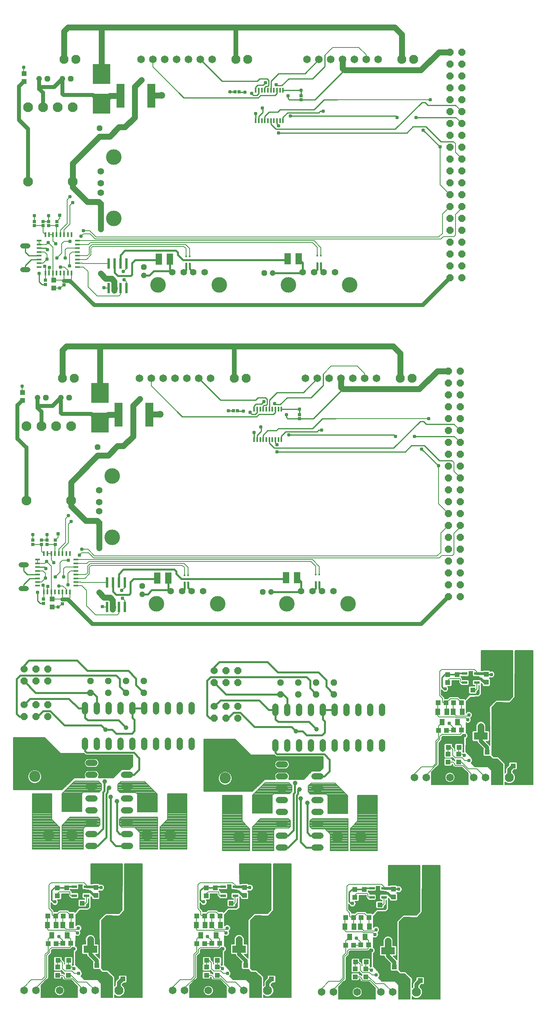
<source format=gtl>
G75*
G70*
%OFA0B0*%
%FSLAX24Y24*%
%IPPOS*%
%LPD*%
G04 *
G04 macro definitions for tiled file 'copperStiched.GTL':*
G04 *
%AMOC8*
5,1,8,0,0,1.08239X$1,22.5*
%
G04 *
G04 aperture list for tiled file 'copperStiched.GTL':*
G04 *
%ADD40C,0.0520*%
%ADD28R,0.0700X0.2000*%
%ADD25OC8,0.0600*%
%ADD46R,0.2638X0.2638*%
%ADD13R,0.0433X0.0394*%
%ADD16C,0.0560*%
%ADD48R,0.0394X0.0551*%
%ADD31C,0.0500*%
%ADD36C,0.0320*%
%ADD24R,0.0256X0.0256*%
%ADD49C,0.0060*%
%ADD18R,0.0157X0.0177*%
%ADD21R,0.0236X0.0866*%
%ADD41C,0.0600*%
%ADD47R,0.1181X0.0630*%
%ADD23R,0.0551X0.0945*%
%ADD52C,0.0475*%
%ADD43OC8,0.0520*%
%ADD34R,0.0310X0.0310*%
%ADD15C,0.0760*%
%ADD33C,0.0080*%
%ADD26R,0.1500X0.1669*%
%ADD20R,0.0394X0.0177*%
%ADD45R,0.0472X0.0217*%
%ADD39C,0.0945*%
%ADD14C,0.0650*%
%ADD27R,0.0118X0.0394*%
%ADD29C,0.0440*%
%ADD38C,0.0160*%
%ADD50C,0.0240*%
%ADD11OC8,0.0480*%
%ADD30C,0.0310*%
%ADD44C,0.0396*%
%ADD37C,0.0400*%
%ADD22R,0.0394X0.0433*%
%ADD19R,0.0177X0.0394*%
%ADD51C,0.0120*%
%ADD32C,0.0100*%
%ADD12C,0.0480*%
%ADD10C,0.0827*%
%ADD17C,0.1310*%
%ADD42R,0.1669X0.1500*%
%ADD35C,0.0591*%
G04 *
G04 next data from source file './BDM2/top_copper.GTL', *
G04 source file key is 'infile_0003'. *
G04 *
D10*
X001777Y080668D03*
X005527Y080668D03*
X005527Y086918D03*
X004277Y086918D03*
X003027Y086918D03*
X001777Y086918D03*
D11*
X003410Y089335D03*
X005379Y089335D03*
X007785Y085157D03*
X011537Y073453D03*
X021687Y072961D03*
D12*
X022387Y072961D03*
X011537Y072753D03*
X007785Y084457D03*
X004679Y089335D03*
X002710Y089335D03*
D13*
X001434Y089103D03*
X001434Y089772D03*
D14*
X011304Y090953D03*
X012304Y090953D03*
X013304Y090953D03*
X014304Y090953D03*
X015304Y090953D03*
X016304Y090953D03*
X017304Y090953D03*
X025304Y090953D03*
X026304Y090953D03*
X027304Y090953D03*
X028304Y090953D03*
X029304Y090953D03*
X030304Y090953D03*
X031304Y090953D03*
D15*
X033304Y090953D03*
X034304Y090953D03*
X020304Y090953D03*
X019304Y090953D03*
X005804Y090953D03*
X004804Y090953D03*
D16*
X007916Y081509D03*
X007916Y080529D03*
X007916Y079739D03*
X007916Y078759D03*
X013929Y073023D03*
X014909Y073023D03*
X015699Y073023D03*
X016679Y073023D03*
X024929Y073023D03*
X025909Y073023D03*
X026699Y073023D03*
X027679Y073023D03*
D17*
X028889Y071953D03*
X023719Y071953D03*
X017889Y071953D03*
X012719Y071953D03*
X008986Y077549D03*
X008986Y082719D03*
D18*
X015096Y074365D03*
X015411Y074365D03*
X015411Y073754D03*
X015096Y073754D03*
X026159Y073798D03*
X026474Y073798D03*
X026474Y074408D03*
X026159Y074408D03*
D19*
X005434Y072961D03*
X005119Y072961D03*
X004804Y072961D03*
X004490Y072961D03*
X004175Y072961D03*
X003860Y072961D03*
X003545Y072961D03*
X003230Y072961D03*
X003230Y076189D03*
X003545Y076189D03*
X003860Y076189D03*
X004175Y076189D03*
X004490Y076189D03*
X004804Y076189D03*
X005119Y076189D03*
X005434Y076189D03*
D20*
X005927Y075678D03*
X005927Y075363D03*
X005927Y075048D03*
X005927Y074733D03*
X005927Y074418D03*
X005927Y074103D03*
X005927Y073788D03*
X005927Y073473D03*
X002698Y073473D03*
X002698Y073788D03*
X002698Y074103D03*
X002698Y074418D03*
X002698Y074733D03*
X002698Y075048D03*
X002698Y075363D03*
X002698Y075678D03*
D21*
X008554Y073752D03*
X009054Y073752D03*
X009554Y073752D03*
X010054Y073752D03*
X010054Y071705D03*
X009554Y071705D03*
X009054Y071705D03*
X008554Y071705D03*
D22*
X003927Y071678D03*
X003927Y072347D03*
D23*
X012801Y074115D03*
X013745Y074115D03*
X023655Y074154D03*
X024600Y074154D03*
D24*
X024793Y087544D03*
X024793Y087898D03*
X019576Y088233D03*
X019222Y088233D03*
X004202Y077307D03*
X004202Y076953D03*
X003493Y076953D03*
X003493Y077307D03*
X003021Y077307D03*
X003021Y076953D03*
X002312Y076953D03*
X002312Y077307D03*
X003218Y072347D03*
X003218Y071993D03*
X004793Y071953D03*
X004793Y072307D03*
D25*
X037364Y072552D03*
X038364Y072552D03*
X038364Y073552D03*
X038364Y074552D03*
X037364Y074552D03*
X037364Y073552D03*
X037364Y075552D03*
X038364Y075552D03*
X038364Y076552D03*
X038364Y077552D03*
X037364Y077552D03*
X037364Y076552D03*
X037364Y078552D03*
X038364Y078552D03*
X038364Y079552D03*
X037364Y079552D03*
X037364Y080552D03*
X038364Y080552D03*
X038364Y081552D03*
X037364Y081552D03*
X037364Y082552D03*
X038364Y082552D03*
X038364Y083552D03*
X037364Y083552D03*
X037364Y084552D03*
X038364Y084552D03*
X038364Y085552D03*
X037364Y085552D03*
X037364Y086552D03*
X038364Y086552D03*
X038364Y087552D03*
X037364Y087552D03*
X037364Y088552D03*
X038364Y088552D03*
X038364Y089552D03*
X038364Y090552D03*
X037364Y090552D03*
X037364Y089552D03*
X037364Y091552D03*
X038364Y091552D03*
D26*
X007982Y089729D03*
X007982Y087217D03*
D27*
X020974Y088351D03*
X021230Y088351D03*
X021486Y088351D03*
X021741Y088351D03*
X021997Y088351D03*
X022253Y088351D03*
X022509Y088351D03*
X022765Y088351D03*
X023021Y088351D03*
X023277Y088351D03*
X023277Y085792D03*
X023021Y085792D03*
X022765Y085792D03*
X022509Y085792D03*
X022253Y085792D03*
X021997Y085792D03*
X021741Y085792D03*
X021486Y085792D03*
X021230Y085792D03*
X020974Y085792D03*
D28*
X012151Y087902D03*
X009551Y087902D03*
D29*
X001745Y075256D02*
X001305Y075256D01*
X001305Y073256D02*
X001745Y073256D01*
D30*
X002706Y072918D03*
X003179Y073508D03*
X003572Y073430D03*
X003375Y074138D03*
X004202Y074217D03*
X004911Y074217D03*
X005265Y073548D03*
X004517Y073469D03*
X003415Y074926D03*
X003454Y075516D03*
X004084Y075437D03*
X005304Y075634D03*
X006249Y076067D03*
X006446Y076540D03*
X007903Y076658D03*
X005541Y078902D03*
X005304Y079374D03*
X003493Y077800D03*
X002312Y077800D03*
X007903Y072918D03*
X008179Y071737D03*
X009871Y072406D03*
X009793Y073075D03*
X004438Y071697D03*
X022903Y084768D03*
X022903Y085359D03*
X023887Y086185D03*
X023690Y087878D03*
X024793Y088351D03*
X022706Y088823D03*
X021801Y088981D03*
X020619Y088075D03*
X020068Y088193D03*
X018808Y088233D03*
X020974Y086382D03*
X021525Y086855D03*
X026682Y086579D03*
X032903Y086067D03*
X034517Y086067D03*
X035108Y085004D03*
X036525Y083587D03*
X035698Y087563D03*
X011328Y089217D03*
X001407Y090280D03*
D31*
X004793Y090965D02*
X004804Y090953D01*
X004793Y090965D02*
X004793Y093311D01*
X005147Y093666D01*
X007942Y093666D01*
X007982Y093626D01*
X007982Y089729D01*
X008667Y087902D02*
X009551Y087902D01*
X008667Y087902D02*
X007982Y087217D01*
X009438Y085241D02*
X009950Y085241D01*
X010777Y086067D01*
X010777Y088666D01*
X011328Y089217D01*
X012166Y087918D02*
X013021Y087918D01*
X012166Y087918D02*
X012151Y087902D01*
X009438Y085241D02*
X008655Y084457D01*
X007785Y084457D01*
X005527Y082200D01*
X005527Y080668D01*
X005527Y080176D01*
X006761Y078941D01*
X007734Y078941D01*
X007916Y078759D01*
X007916Y076671D01*
X007903Y076658D01*
X007903Y072918D02*
X008297Y072485D01*
X008848Y072485D01*
X009045Y072248D01*
X009045Y071479D01*
X009054Y071705D01*
X028304Y090193D02*
X028454Y090044D01*
X034911Y090044D01*
X036419Y091552D01*
X037364Y091552D01*
X033304Y090953D02*
X033304Y093067D01*
X032706Y093666D01*
X019360Y093666D01*
X019304Y093611D01*
X019360Y093666D02*
X007942Y093666D01*
X028304Y090953D02*
X028304Y090193D01*
D32*
X028454Y090044D02*
X025974Y087563D01*
X024812Y087563D01*
X024793Y087544D01*
X024812Y087563D02*
X023808Y087563D01*
X023690Y087681D01*
X023690Y087878D01*
X023277Y088351D02*
X024793Y088351D01*
X024793Y087898D01*
X025895Y086737D02*
X023021Y086737D01*
X022824Y086540D01*
X022116Y086540D01*
X021741Y086166D01*
X021741Y085792D01*
X021230Y085792D02*
X021230Y086166D01*
X021564Y086500D01*
X021564Y086815D01*
X021525Y086855D01*
X020974Y086382D02*
X020974Y085792D01*
X022253Y085792D02*
X022253Y085496D01*
X022667Y085083D01*
X032745Y085083D01*
X034990Y087327D01*
X035265Y087327D01*
X035501Y087091D01*
X037824Y087091D01*
X037864Y087052D01*
X037848Y086067D02*
X034517Y086067D01*
X034241Y085280D02*
X035344Y085280D01*
X036604Y084020D01*
X037667Y084020D01*
X036525Y083587D02*
X035108Y085004D01*
X034241Y085280D02*
X033730Y084768D01*
X022903Y084768D01*
X022903Y085359D02*
X022765Y085496D01*
X022765Y085792D01*
X023277Y085792D02*
X023277Y086087D01*
X023651Y086461D01*
X026289Y086461D01*
X026407Y086579D01*
X026682Y086579D01*
X025895Y086737D02*
X026722Y087563D01*
X027864Y087563D01*
X025777Y089335D02*
X023769Y089335D01*
X023179Y088744D01*
X022785Y088744D01*
X022706Y088823D01*
X022253Y089119D02*
X022903Y089768D01*
X025119Y089768D01*
X026304Y090953D01*
X026801Y091304D02*
X026801Y090359D01*
X025777Y089335D01*
X022765Y088351D02*
X022765Y088095D01*
X022608Y087937D01*
X021387Y087937D01*
X021171Y087721D01*
X014911Y087721D01*
X014478Y088154D01*
X016304Y090953D02*
X018119Y089138D01*
X021092Y089138D01*
X021289Y089335D01*
X021919Y089335D01*
X022076Y089178D01*
X022076Y088784D01*
X021997Y088705D01*
X021840Y088705D01*
X021741Y088607D01*
X021741Y088351D01*
X021230Y088351D02*
X021230Y088095D01*
X021053Y087918D01*
X020777Y087918D01*
X020619Y088075D01*
X020974Y088351D02*
X020974Y088626D01*
X021131Y088784D01*
X021604Y088784D01*
X021801Y088981D01*
X022253Y089119D02*
X022253Y088351D01*
X020108Y088233D02*
X020068Y088193D01*
X019616Y088193D01*
X019576Y088233D01*
X019222Y088233D02*
X018808Y088233D01*
X023887Y086185D02*
X032785Y086185D01*
X032903Y086067D01*
X037848Y086067D02*
X037887Y086028D01*
X003415Y074926D02*
X003293Y075048D01*
X002698Y075048D01*
X002698Y074418D02*
X001836Y074418D01*
X001525Y074729D01*
X001525Y075256D01*
X002041Y074103D02*
X001525Y073587D01*
X001525Y073256D01*
X002041Y074103D02*
X002698Y074103D01*
X002706Y072918D02*
X002706Y072209D01*
X002923Y071993D01*
X003218Y071993D01*
D33*
X003218Y072347D02*
X003230Y072359D01*
X003230Y072961D01*
X003230Y073520D01*
X003545Y073402D02*
X003545Y072961D01*
X003860Y072961D02*
X003860Y075111D01*
X003454Y075516D01*
X003301Y075363D01*
X002698Y075363D01*
X002698Y075678D01*
X003230Y076189D02*
X003021Y076398D01*
X003021Y076953D01*
X002312Y076953D01*
X002312Y077307D02*
X002312Y077800D01*
X003021Y077307D02*
X003493Y077307D01*
X003493Y077800D01*
X004202Y077307D02*
X004438Y077544D01*
X004438Y077839D01*
X005068Y077130D02*
X005068Y079138D01*
X005304Y079374D01*
X005541Y078902D02*
X005304Y078666D01*
X005304Y077091D01*
X004804Y076591D01*
X004804Y076189D01*
X004490Y076189D02*
X004490Y076552D01*
X005068Y077130D01*
X004202Y076953D02*
X003493Y076953D01*
X004175Y076926D02*
X004175Y076189D01*
X003860Y076189D02*
X003860Y075662D01*
X004084Y075437D01*
X004596Y075437D02*
X004793Y075634D01*
X005304Y075634D01*
X004596Y075437D02*
X004596Y074611D01*
X004202Y074217D01*
X004911Y074217D02*
X004911Y074926D01*
X005033Y075048D01*
X005927Y075048D01*
X005927Y075363D02*
X006883Y075363D01*
X007037Y075516D01*
X025777Y075516D01*
X026159Y075134D01*
X026159Y074408D01*
X026474Y074408D02*
X026474Y075095D01*
X025895Y075674D01*
X005930Y075674D01*
X005927Y075678D01*
X006249Y076067D02*
X006446Y076264D01*
X006997Y076264D01*
X007430Y075831D01*
X036604Y075831D01*
X036801Y076028D01*
X037706Y076028D01*
X037824Y076146D01*
X037824Y077878D01*
X038364Y078418D01*
X038364Y078552D01*
X037364Y078552D02*
X036722Y077910D01*
X036722Y076304D01*
X036407Y075989D01*
X007509Y075989D01*
X006958Y076540D01*
X006446Y076540D01*
X007155Y075359D02*
X006919Y075122D01*
X006919Y074571D01*
X006761Y074414D01*
X005930Y074414D01*
X005927Y074418D01*
X005923Y074729D02*
X005462Y074729D01*
X005265Y074532D01*
X005265Y073548D01*
X005119Y073181D02*
X004832Y073469D01*
X004517Y073469D01*
X004804Y072961D02*
X004793Y072949D01*
X004793Y072307D01*
X004753Y072347D01*
X003927Y072347D01*
X003860Y072414D01*
X003860Y072961D01*
X003545Y073402D02*
X003572Y073430D01*
X003025Y073788D02*
X002698Y073788D01*
X003025Y073788D02*
X003375Y074138D01*
X003375Y074532D01*
X003179Y074729D01*
X002702Y074729D01*
X002698Y074733D01*
X003545Y076189D02*
X003860Y076189D01*
X004175Y076926D02*
X004202Y076953D01*
X007155Y075359D02*
X015068Y075359D01*
X015411Y075016D01*
X015411Y074365D01*
X015096Y074365D02*
X015096Y075016D01*
X014911Y075201D01*
X007234Y075201D01*
X007076Y075044D01*
X007076Y074493D01*
X006686Y074103D01*
X005927Y074103D01*
X005927Y073788D02*
X005930Y073784D01*
X006328Y073784D01*
X006360Y073752D01*
X008554Y073752D01*
X009793Y073075D02*
X010054Y073337D01*
X010054Y073752D01*
X009871Y072406D02*
X010054Y072223D01*
X010054Y071705D01*
X009556Y071703D02*
X009554Y071705D01*
X009556Y071703D02*
X009556Y071146D01*
X009438Y071028D01*
X007588Y071028D01*
X006840Y071776D01*
X006840Y073075D01*
X006442Y073473D01*
X005927Y073473D01*
X005434Y072961D02*
X005434Y072457D01*
X005285Y072307D01*
X004793Y071953D02*
X004773Y071953D01*
X004517Y071697D01*
X004438Y071697D01*
X004517Y071678D02*
X004793Y071953D01*
X004517Y071678D02*
X003927Y071678D01*
X005119Y072961D02*
X005119Y073181D01*
X005923Y074729D02*
X005927Y074733D01*
X008179Y071737D02*
X008210Y071705D01*
X008554Y071705D01*
X027864Y087563D02*
X035698Y087563D01*
X037864Y087052D02*
X038364Y086552D01*
X037887Y086028D02*
X038364Y085552D01*
X037667Y084020D02*
X037824Y083863D01*
X037824Y083115D01*
X038364Y082575D01*
X038364Y082552D01*
X036525Y083587D02*
X036525Y080390D01*
X037364Y079552D01*
X030304Y090953D02*
X030304Y091343D01*
X029675Y091973D01*
X027470Y091973D01*
X026801Y091304D01*
X014478Y088154D02*
X012304Y090327D01*
X012304Y090953D01*
X001407Y090280D02*
X001407Y089800D01*
X001434Y089772D01*
D34*
X004438Y077839D03*
D35*
X013021Y087918D03*
D36*
X007982Y087217D02*
X007241Y087957D01*
X004753Y087957D01*
X004679Y088031D01*
X004679Y089335D01*
X003970Y088626D01*
X002706Y088626D01*
X002706Y089331D01*
X002710Y089335D01*
X002706Y088626D02*
X002706Y088469D01*
X003027Y088148D01*
X003027Y086918D01*
X001777Y085107D02*
X001013Y085870D01*
X001013Y088681D01*
X001434Y089103D01*
X001777Y085107D02*
X001777Y080668D01*
X004793Y072307D02*
X005285Y072307D01*
X007352Y070241D01*
X035053Y070241D01*
X037364Y072552D01*
D37*
X019304Y090953D02*
X019304Y093611D01*
D38*
X014241Y074847D02*
X009950Y074847D01*
X009554Y074451D01*
X009554Y073752D01*
X009054Y073752D02*
X009054Y072987D01*
X009320Y072721D01*
X010423Y072721D01*
X010541Y072839D01*
X010541Y073784D01*
X010816Y074059D01*
X012745Y074059D01*
X012801Y074115D01*
X013745Y074115D02*
X013745Y073207D01*
X013929Y073023D01*
X013838Y073115D01*
X012352Y073115D01*
X011990Y072753D01*
X011537Y072753D01*
X014399Y074493D02*
X014399Y074689D01*
X014241Y074847D01*
X014399Y074493D02*
X014832Y074059D01*
X023454Y074059D01*
X023454Y074154D01*
X023655Y074154D01*
X024600Y074154D02*
X024929Y073824D01*
X024929Y073023D01*
X024867Y072961D01*
X022387Y072961D01*
X025909Y073023D02*
X026159Y073272D01*
X026159Y073798D01*
X026474Y073798D02*
X026474Y073249D01*
X026699Y073023D01*
X015699Y073023D02*
X015411Y073312D01*
X015411Y073754D01*
X015096Y073754D02*
X015096Y073209D01*
X014909Y073023D01*
G04 *
G04 next data from source file './bluetooth4/top_copper.GTL', *
G04 source file key is 'infile_0008'. *
G04 *
D13*
X004400Y040670D03*
X004400Y041340D03*
X004420Y041910D03*
X004420Y042580D03*
X005320Y042580D03*
X005320Y041910D03*
X005300Y041340D03*
X005300Y040670D03*
X007706Y041495D03*
X008375Y041495D03*
X009886Y040345D03*
X010555Y040345D03*
X006485Y046735D03*
X005816Y046735D03*
X004373Y047360D03*
X004373Y048029D03*
D45*
X005809Y048119D03*
X005809Y047745D03*
X005809Y047371D03*
X006832Y047371D03*
X006832Y048119D03*
D46*
X009762Y043745D03*
D47*
X007163Y042860D03*
X007163Y044671D03*
D15*
X009440Y048075D03*
X010440Y048075D03*
X010561Y039376D03*
X009561Y039376D03*
D14*
X001560Y039375D03*
X002560Y039375D03*
X003560Y039375D03*
X004560Y039375D03*
X005560Y039375D03*
X006560Y039375D03*
X007560Y039375D03*
D48*
X005210Y044035D03*
X004836Y044901D03*
X004284Y044898D03*
X003910Y044032D03*
X003536Y044898D03*
X005584Y044901D03*
D22*
X005545Y045665D03*
X004876Y045665D03*
X004245Y045665D03*
X003576Y045665D03*
X003586Y043335D03*
X004255Y043335D03*
X004846Y043355D03*
X005515Y043355D03*
X005155Y047360D03*
X005155Y048029D03*
X007620Y048057D03*
X007620Y047388D03*
D49*
X007947Y047381D02*
X009852Y047381D01*
X009852Y047439D02*
X007947Y047439D01*
X007947Y047498D02*
X009852Y047498D01*
X009852Y047557D02*
X007947Y047557D01*
X007947Y047615D02*
X009852Y047615D01*
X009852Y047674D02*
X007931Y047674D01*
X007947Y047658D02*
X007882Y047723D01*
X007944Y047785D01*
X008004Y047760D01*
X008117Y047760D01*
X008222Y047803D01*
X008302Y047884D01*
X008345Y047988D01*
X008345Y048102D01*
X008302Y048206D01*
X008222Y048287D01*
X008117Y048330D01*
X008004Y048330D01*
X007947Y048306D01*
X007947Y048328D01*
X007871Y048404D01*
X007369Y048404D01*
X007334Y048369D01*
X007198Y048369D01*
X007195Y050065D01*
X009856Y050065D01*
X009850Y046165D01*
X009560Y045855D01*
X008450Y045865D01*
X007910Y045325D01*
X007926Y042079D01*
X007591Y042415D01*
X007808Y042415D01*
X007884Y042491D01*
X007884Y043228D01*
X007808Y043304D01*
X007573Y043304D01*
X007573Y043590D01*
X007573Y043754D01*
X007511Y043904D01*
X007393Y044023D01*
X007242Y044085D01*
X007079Y044085D01*
X006928Y044023D01*
X006813Y043907D01*
X006750Y043757D01*
X006750Y043593D01*
X006753Y043586D01*
X006753Y043304D01*
X006519Y043304D01*
X006443Y043228D01*
X006443Y042491D01*
X006519Y042415D01*
X006873Y042415D01*
X006873Y042374D01*
X006918Y042268D01*
X006999Y042186D01*
X006999Y042186D01*
X007399Y041786D01*
X007359Y041746D01*
X007359Y041244D01*
X007435Y041168D01*
X007936Y041168D01*
X008150Y040925D01*
X008550Y040925D01*
X009040Y040455D01*
X009040Y038775D01*
X008060Y038775D01*
X008060Y039975D01*
X007760Y040275D01*
X006660Y040275D01*
X006360Y040575D01*
X006360Y040602D01*
X006412Y040654D01*
X006455Y040758D01*
X006455Y040872D01*
X006412Y040976D01*
X006360Y041028D01*
X006360Y041075D01*
X005910Y041545D01*
X005916Y042633D01*
X005942Y042643D01*
X006022Y042724D01*
X006065Y042828D01*
X006065Y042942D01*
X006022Y043046D01*
X005942Y043127D01*
X005918Y043136D01*
X005922Y043984D01*
X006004Y043950D01*
X006117Y043950D01*
X006222Y043993D01*
X006302Y044074D01*
X006345Y044178D01*
X006345Y044292D01*
X006304Y044390D01*
X006312Y044393D01*
X006392Y044474D01*
X006435Y044578D01*
X006435Y044692D01*
X006392Y044796D01*
X006312Y044877D01*
X006207Y044920D01*
X006094Y044920D01*
X005989Y044877D01*
X005926Y044814D01*
X005930Y045765D01*
X006290Y046145D01*
X006980Y046155D01*
X007200Y046355D01*
X007199Y047293D01*
X007293Y047199D01*
X007293Y047118D01*
X007369Y047042D01*
X007871Y047042D01*
X007947Y047118D01*
X007947Y047658D01*
X007892Y047732D02*
X009853Y047732D01*
X009853Y047791D02*
X008191Y047791D01*
X008268Y047849D02*
X009853Y047849D01*
X009853Y047908D02*
X008312Y047908D01*
X008336Y047966D02*
X009853Y047966D01*
X009853Y048025D02*
X008345Y048025D01*
X008345Y048083D02*
X009853Y048083D01*
X009853Y048142D02*
X008329Y048142D01*
X008304Y048201D02*
X009853Y048201D01*
X009853Y048259D02*
X008249Y048259D01*
X008147Y048318D02*
X009853Y048318D01*
X009853Y048376D02*
X007898Y048376D01*
X007947Y048318D02*
X007974Y048318D01*
X008018Y048057D02*
X007620Y048057D01*
X007620Y048119D01*
X007341Y048376D02*
X007198Y048376D01*
X007198Y048435D02*
X009853Y048435D01*
X009854Y048493D02*
X007198Y048493D01*
X007197Y048552D02*
X009854Y048552D01*
X009854Y048610D02*
X007197Y048610D01*
X007197Y048669D02*
X009854Y048669D01*
X009854Y048727D02*
X007197Y048727D01*
X007197Y048786D02*
X009854Y048786D01*
X009854Y048844D02*
X007197Y048844D01*
X007197Y048903D02*
X009854Y048903D01*
X009854Y048962D02*
X007197Y048962D01*
X007197Y049020D02*
X009854Y049020D01*
X009854Y049079D02*
X007197Y049079D01*
X007197Y049137D02*
X009854Y049137D01*
X009854Y049196D02*
X007197Y049196D01*
X007197Y049254D02*
X009854Y049254D01*
X009855Y049313D02*
X007196Y049313D01*
X007196Y049371D02*
X009855Y049371D01*
X009855Y049430D02*
X007196Y049430D01*
X007196Y049488D02*
X009855Y049488D01*
X009855Y049547D02*
X007196Y049547D01*
X007196Y049606D02*
X009855Y049606D01*
X009855Y049664D02*
X007196Y049664D01*
X007196Y049723D02*
X009855Y049723D01*
X009855Y049781D02*
X007196Y049781D01*
X007196Y049840D02*
X009855Y049840D01*
X009855Y049898D02*
X007196Y049898D01*
X007196Y049957D02*
X009855Y049957D01*
X009856Y050015D02*
X007195Y050015D01*
X006620Y048465D02*
X003860Y048465D01*
X003680Y048285D01*
X003680Y046275D01*
X003920Y046035D01*
X003920Y045765D01*
X004010Y045675D01*
X004235Y045675D01*
X004245Y045665D01*
X004585Y046005D01*
X005205Y046005D01*
X005545Y045665D01*
X005545Y044937D01*
X005584Y044901D01*
X005550Y044864D01*
X005926Y044864D02*
X005976Y044864D01*
X005926Y044922D02*
X007912Y044922D01*
X007913Y044864D02*
X006325Y044864D01*
X006383Y044805D02*
X007913Y044805D01*
X007913Y044746D02*
X006413Y044746D01*
X006435Y044688D02*
X007913Y044688D01*
X007914Y044629D02*
X006435Y044629D01*
X006432Y044571D02*
X007914Y044571D01*
X007914Y044512D02*
X006408Y044512D01*
X006372Y044454D02*
X007915Y044454D01*
X007915Y044395D02*
X006314Y044395D01*
X006327Y044337D02*
X007915Y044337D01*
X007915Y044278D02*
X006345Y044278D01*
X006345Y044220D02*
X007916Y044220D01*
X007916Y044161D02*
X006338Y044161D01*
X006314Y044102D02*
X007916Y044102D01*
X007917Y044044D02*
X007341Y044044D01*
X007430Y043985D02*
X007917Y043985D01*
X007917Y043927D02*
X007488Y043927D01*
X007526Y043868D02*
X007917Y043868D01*
X007918Y043810D02*
X007550Y043810D01*
X007573Y043751D02*
X007918Y043751D01*
X007918Y043693D02*
X007573Y043693D01*
X007573Y043634D02*
X007919Y043634D01*
X007919Y043576D02*
X007573Y043576D01*
X007573Y043517D02*
X007919Y043517D01*
X007919Y043459D02*
X007573Y043459D01*
X007573Y043400D02*
X007920Y043400D01*
X007920Y043341D02*
X007573Y043341D01*
X007829Y043283D02*
X007920Y043283D01*
X007921Y043224D02*
X007884Y043224D01*
X007884Y043166D02*
X007921Y043166D01*
X007921Y043107D02*
X007884Y043107D01*
X007884Y043049D02*
X007921Y043049D01*
X007922Y042990D02*
X007884Y042990D01*
X007884Y042932D02*
X007922Y042932D01*
X007922Y042873D02*
X007884Y042873D01*
X007884Y042815D02*
X007923Y042815D01*
X007923Y042756D02*
X007884Y042756D01*
X007884Y042697D02*
X007923Y042697D01*
X007923Y042639D02*
X007884Y042639D01*
X007884Y042580D02*
X007924Y042580D01*
X007924Y042522D02*
X007884Y042522D01*
X007856Y042463D02*
X007924Y042463D01*
X007924Y042405D02*
X007601Y042405D01*
X007659Y042346D02*
X007925Y042346D01*
X007925Y042288D02*
X007718Y042288D01*
X007776Y042229D02*
X007925Y042229D01*
X007926Y042171D02*
X007835Y042171D01*
X007894Y042112D02*
X007926Y042112D01*
X008100Y042112D02*
X011550Y042112D01*
X011550Y042053D02*
X008100Y042053D01*
X008100Y041995D02*
X011550Y041995D01*
X011550Y041936D02*
X008100Y041936D01*
X008100Y041878D02*
X011550Y041878D01*
X011550Y041819D02*
X008100Y041819D01*
X008100Y041761D02*
X011550Y041761D01*
X011550Y041702D02*
X008100Y041702D01*
X008100Y041644D02*
X011550Y041644D01*
X011550Y041585D02*
X008100Y041585D01*
X008100Y041527D02*
X011550Y041527D01*
X011550Y041468D02*
X008100Y041468D01*
X008100Y041409D02*
X011550Y041409D01*
X011550Y041351D02*
X008100Y041351D01*
X008100Y041292D02*
X011550Y041292D01*
X011550Y041234D02*
X008122Y041234D01*
X008100Y041255D02*
X008100Y045275D01*
X008500Y045685D01*
X009610Y045665D01*
X010040Y046125D01*
X010046Y050065D01*
X011550Y050065D01*
X011550Y038775D01*
X009200Y038775D01*
X009202Y039015D01*
X009273Y038944D01*
X009460Y038866D01*
X009663Y038866D01*
X009850Y038944D01*
X009994Y039087D01*
X010071Y039275D01*
X010071Y039478D01*
X011550Y039478D01*
X011550Y039536D02*
X010047Y039536D01*
X010071Y039478D02*
X009994Y039665D01*
X009851Y039807D01*
X009851Y039901D01*
X009969Y040018D01*
X010156Y040018D01*
X010232Y040094D01*
X010232Y040596D01*
X010156Y040672D01*
X009615Y040672D01*
X009539Y040596D01*
X009539Y040409D01*
X009316Y040185D01*
X009271Y040078D01*
X009271Y039963D01*
X009271Y039807D01*
X009206Y039742D01*
X009210Y040525D01*
X008620Y041105D01*
X008250Y041105D01*
X008100Y041255D01*
X008180Y041175D02*
X011550Y041175D01*
X011550Y041117D02*
X008239Y041117D01*
X008085Y041000D02*
X006389Y041000D01*
X006360Y041058D02*
X008033Y041058D01*
X007982Y041117D02*
X006321Y041117D01*
X006264Y041175D02*
X007428Y041175D01*
X007370Y041234D02*
X006208Y041234D01*
X006152Y041292D02*
X007359Y041292D01*
X007359Y041351D02*
X006096Y041351D01*
X006040Y041409D02*
X007359Y041409D01*
X007359Y041468D02*
X005984Y041468D01*
X005928Y041527D02*
X007359Y041527D01*
X007359Y041585D02*
X005911Y041585D01*
X005911Y041644D02*
X007359Y041644D01*
X007359Y041702D02*
X005911Y041702D01*
X005911Y041761D02*
X007374Y041761D01*
X007366Y041819D02*
X005912Y041819D01*
X005912Y041878D02*
X007308Y041878D01*
X007249Y041936D02*
X005912Y041936D01*
X005913Y041995D02*
X007190Y041995D01*
X007132Y042053D02*
X005913Y042053D01*
X005913Y042112D02*
X007073Y042112D01*
X007015Y042171D02*
X005913Y042171D01*
X005914Y042229D02*
X006956Y042229D01*
X006909Y042288D02*
X005914Y042288D01*
X005914Y042346D02*
X006885Y042346D01*
X006873Y042405D02*
X005914Y042405D01*
X005915Y042463D02*
X006470Y042463D01*
X006443Y042522D02*
X005915Y042522D01*
X005915Y042580D02*
X006443Y042580D01*
X006443Y042639D02*
X005931Y042639D01*
X005996Y042697D02*
X006443Y042697D01*
X006443Y042756D02*
X006035Y042756D01*
X006060Y042815D02*
X006443Y042815D01*
X006443Y042873D02*
X006065Y042873D01*
X006065Y042932D02*
X006443Y042932D01*
X006443Y042990D02*
X006045Y042990D01*
X006020Y043049D02*
X006443Y043049D01*
X006443Y043107D02*
X005961Y043107D01*
X005918Y043166D02*
X006443Y043166D01*
X006443Y043224D02*
X005918Y043224D01*
X005919Y043283D02*
X006497Y043283D01*
X006753Y043341D02*
X005919Y043341D01*
X005919Y043400D02*
X006753Y043400D01*
X006753Y043459D02*
X005919Y043459D01*
X005920Y043517D02*
X006753Y043517D01*
X006753Y043576D02*
X005920Y043576D01*
X005920Y043634D02*
X006750Y043634D01*
X006750Y043693D02*
X005921Y043693D01*
X005921Y043751D02*
X006750Y043751D01*
X006772Y043810D02*
X005921Y043810D01*
X005921Y043868D02*
X006797Y043868D01*
X006832Y043927D02*
X005922Y043927D01*
X006060Y044235D02*
X005900Y044395D01*
X005899Y044400D01*
X005895Y044404D01*
X005890Y044405D01*
X005080Y044405D01*
X005020Y044465D01*
X003630Y044465D01*
X003536Y044559D01*
X003536Y044898D01*
X003536Y045626D01*
X003576Y045665D01*
X003987Y046195D02*
X003840Y046341D01*
X003840Y046776D01*
X003909Y046708D01*
X003919Y046684D01*
X003999Y046603D01*
X004104Y046560D01*
X004217Y046560D01*
X004322Y046603D01*
X004402Y046684D01*
X004445Y046788D01*
X004445Y046902D01*
X004402Y047006D01*
X004375Y047033D01*
X004643Y047033D01*
X004719Y047109D01*
X004719Y047535D01*
X005290Y047535D01*
X005290Y047501D01*
X005290Y047369D01*
X005350Y047309D01*
X005442Y047217D01*
X005442Y047209D01*
X005519Y047133D01*
X006099Y047133D01*
X006175Y047209D01*
X006175Y047533D01*
X006099Y047609D01*
X005610Y047609D01*
X005610Y047711D01*
X005517Y047805D01*
X005481Y047840D01*
X005481Y047918D01*
X005519Y047881D01*
X006099Y047881D01*
X006175Y047957D01*
X006175Y048281D01*
X006151Y048305D01*
X006490Y048305D01*
X006466Y048281D01*
X006466Y047957D01*
X006542Y047881D01*
X006754Y047881D01*
X006783Y047869D01*
X007020Y047869D01*
X007020Y047609D01*
X006542Y047609D01*
X006466Y047533D01*
X006466Y047209D01*
X006542Y047133D01*
X006670Y047133D01*
X006670Y047062D01*
X006215Y047062D01*
X006139Y046986D01*
X006139Y046484D01*
X006215Y046408D01*
X006755Y046408D01*
X006832Y046484D01*
X006832Y046600D01*
X006897Y046665D01*
X006990Y046759D01*
X006990Y047133D01*
X007020Y047133D01*
X007020Y046425D01*
X006920Y046325D01*
X006210Y046325D01*
X005861Y045946D01*
X005796Y046012D01*
X005425Y046012D01*
X005365Y046071D01*
X005271Y046165D01*
X004651Y046165D01*
X004519Y046165D01*
X004365Y046012D01*
X004080Y046012D01*
X004080Y046101D01*
X003987Y046195D01*
X003972Y046210D02*
X006105Y046210D01*
X006159Y046269D02*
X003913Y046269D01*
X003855Y046327D02*
X006923Y046327D01*
X006981Y046386D02*
X003840Y046386D01*
X003840Y046444D02*
X006179Y046444D01*
X006139Y046503D02*
X003840Y046503D01*
X003840Y046561D02*
X004101Y046561D01*
X004220Y046561D02*
X006139Y046561D01*
X006139Y046620D02*
X004338Y046620D01*
X004397Y046678D02*
X006139Y046678D01*
X006139Y046737D02*
X004424Y046737D01*
X004445Y046795D02*
X006139Y046795D01*
X006139Y046854D02*
X004445Y046854D01*
X004441Y046913D02*
X006139Y046913D01*
X006139Y046971D02*
X004417Y046971D01*
X004379Y047030D02*
X006182Y047030D01*
X006113Y047147D02*
X006528Y047147D01*
X006470Y047205D02*
X006171Y047205D01*
X006175Y047264D02*
X006466Y047264D01*
X006466Y047322D02*
X006175Y047322D01*
X006175Y047381D02*
X006466Y047381D01*
X006466Y047439D02*
X006175Y047439D01*
X006175Y047498D02*
X006466Y047498D01*
X006489Y047557D02*
X006151Y047557D01*
X006300Y047715D02*
X006300Y047115D01*
X005816Y047115D01*
X005816Y046735D01*
X005155Y046735D01*
X005155Y047360D01*
X005290Y047381D02*
X004719Y047381D01*
X004719Y047439D02*
X005290Y047439D01*
X005290Y047498D02*
X004719Y047498D01*
X004719Y047322D02*
X005337Y047322D01*
X005395Y047264D02*
X004719Y047264D01*
X004719Y047205D02*
X005446Y047205D01*
X005505Y047147D02*
X004719Y047147D01*
X004699Y047088D02*
X006670Y047088D01*
X006830Y046825D02*
X006830Y047369D01*
X006832Y047371D01*
X007020Y047615D02*
X005610Y047615D01*
X005610Y047674D02*
X007020Y047674D01*
X007020Y047732D02*
X005590Y047732D01*
X005531Y047791D02*
X007020Y047791D01*
X007020Y047849D02*
X005481Y047849D01*
X005481Y047908D02*
X005491Y047908D01*
X005400Y047695D02*
X005450Y047645D01*
X005450Y047435D01*
X005510Y047375D01*
X005805Y047375D01*
X005809Y047371D01*
X005807Y047370D01*
X005809Y047745D02*
X006300Y047745D01*
X006300Y047715D01*
X006126Y047908D02*
X006515Y047908D01*
X006466Y047966D02*
X006175Y047966D01*
X006175Y048025D02*
X006466Y048025D01*
X006466Y048083D02*
X006175Y048083D01*
X006175Y048142D02*
X006466Y048142D01*
X006466Y048201D02*
X006175Y048201D01*
X006175Y048259D02*
X006466Y048259D01*
X006620Y048465D02*
X006832Y048253D01*
X006832Y048119D01*
X007199Y047264D02*
X007228Y047264D01*
X007199Y047205D02*
X007287Y047205D01*
X007293Y047147D02*
X007199Y047147D01*
X007199Y047088D02*
X007322Y047088D01*
X007200Y047030D02*
X009852Y047030D01*
X009852Y047088D02*
X007917Y047088D01*
X007947Y047147D02*
X009852Y047147D01*
X009852Y047205D02*
X007947Y047205D01*
X007947Y047264D02*
X009852Y047264D01*
X009852Y047322D02*
X007947Y047322D01*
X008060Y048045D02*
X008018Y048057D01*
X007200Y046971D02*
X009851Y046971D01*
X009851Y046913D02*
X007200Y046913D01*
X007200Y046854D02*
X009851Y046854D01*
X009851Y046795D02*
X007200Y046795D01*
X007200Y046737D02*
X009851Y046737D01*
X009851Y046678D02*
X007200Y046678D01*
X007200Y046620D02*
X009851Y046620D01*
X009851Y046561D02*
X007200Y046561D01*
X007200Y046503D02*
X009851Y046503D01*
X009851Y046444D02*
X007200Y046444D01*
X007200Y046386D02*
X009851Y046386D01*
X009851Y046327D02*
X007170Y046327D01*
X007105Y046269D02*
X009851Y046269D01*
X009851Y046210D02*
X007041Y046210D01*
X007020Y046444D02*
X006791Y046444D01*
X006832Y046503D02*
X007020Y046503D01*
X007020Y046561D02*
X006832Y046561D01*
X006851Y046620D02*
X007020Y046620D01*
X007020Y046678D02*
X006910Y046678D01*
X006969Y046737D02*
X007020Y046737D01*
X007020Y046795D02*
X006990Y046795D01*
X006990Y046854D02*
X007020Y046854D01*
X007020Y046913D02*
X006990Y046913D01*
X006990Y046971D02*
X007020Y046971D01*
X007020Y047030D02*
X006990Y047030D01*
X006990Y047088D02*
X007020Y047088D01*
X006830Y046825D02*
X006740Y046735D01*
X006485Y046735D01*
X006736Y046151D02*
X009838Y046151D01*
X009783Y046093D02*
X006241Y046093D01*
X006186Y046034D02*
X009728Y046034D01*
X009673Y045976D02*
X006130Y045976D01*
X006075Y045917D02*
X009619Y045917D01*
X009564Y045859D02*
X009145Y045859D01*
X009627Y045683D02*
X011550Y045683D01*
X011550Y045625D02*
X008441Y045625D01*
X008384Y045566D02*
X011550Y045566D01*
X011550Y045508D02*
X008327Y045508D01*
X008270Y045449D02*
X011550Y045449D01*
X011550Y045390D02*
X008213Y045390D01*
X008156Y045332D02*
X011550Y045332D01*
X011550Y045273D02*
X008100Y045273D01*
X008100Y045215D02*
X011550Y045215D01*
X011550Y045156D02*
X008100Y045156D01*
X008100Y045098D02*
X011550Y045098D01*
X011550Y045039D02*
X008100Y045039D01*
X008100Y044981D02*
X011550Y044981D01*
X011550Y044922D02*
X008100Y044922D01*
X008100Y044864D02*
X011550Y044864D01*
X011550Y044805D02*
X008100Y044805D01*
X008100Y044746D02*
X011550Y044746D01*
X011550Y044688D02*
X008100Y044688D01*
X008100Y044629D02*
X011550Y044629D01*
X011550Y044571D02*
X008100Y044571D01*
X008100Y044512D02*
X011550Y044512D01*
X011550Y044454D02*
X008100Y044454D01*
X008100Y044395D02*
X011550Y044395D01*
X011550Y044337D02*
X008100Y044337D01*
X008100Y044278D02*
X011550Y044278D01*
X011550Y044220D02*
X008100Y044220D01*
X008100Y044161D02*
X011550Y044161D01*
X011550Y044102D02*
X008100Y044102D01*
X008100Y044044D02*
X011550Y044044D01*
X011550Y043985D02*
X008100Y043985D01*
X008100Y043927D02*
X011550Y043927D01*
X011550Y043868D02*
X008100Y043868D01*
X008100Y043810D02*
X011550Y043810D01*
X011550Y043751D02*
X008100Y043751D01*
X008100Y043693D02*
X011550Y043693D01*
X011550Y043634D02*
X008100Y043634D01*
X008100Y043576D02*
X011550Y043576D01*
X011550Y043517D02*
X008100Y043517D01*
X008100Y043459D02*
X011550Y043459D01*
X011550Y043400D02*
X008100Y043400D01*
X008100Y043341D02*
X011550Y043341D01*
X011550Y043283D02*
X008100Y043283D01*
X008100Y043224D02*
X011550Y043224D01*
X011550Y043166D02*
X008100Y043166D01*
X008100Y043107D02*
X011550Y043107D01*
X011550Y043049D02*
X008100Y043049D01*
X008100Y042990D02*
X011550Y042990D01*
X011550Y042932D02*
X008100Y042932D01*
X008100Y042873D02*
X011550Y042873D01*
X011550Y042815D02*
X008100Y042815D01*
X008100Y042756D02*
X011550Y042756D01*
X011550Y042697D02*
X008100Y042697D01*
X008100Y042639D02*
X011550Y042639D01*
X011550Y042580D02*
X008100Y042580D01*
X008100Y042522D02*
X011550Y042522D01*
X011550Y042463D02*
X008100Y042463D01*
X008100Y042405D02*
X011550Y042405D01*
X011550Y042346D02*
X008100Y042346D01*
X008100Y042288D02*
X011550Y042288D01*
X011550Y042229D02*
X008100Y042229D01*
X008100Y042171D02*
X011550Y042171D01*
X011550Y041058D02*
X008668Y041058D01*
X008728Y041000D02*
X011550Y041000D01*
X011550Y040941D02*
X008787Y040941D01*
X008847Y040883D02*
X011550Y040883D01*
X011550Y040824D02*
X008906Y040824D01*
X008966Y040766D02*
X011550Y040766D01*
X011550Y040707D02*
X009025Y040707D01*
X009085Y040648D02*
X009592Y040648D01*
X009539Y040590D02*
X009144Y040590D01*
X009204Y040531D02*
X009539Y040531D01*
X009539Y040473D02*
X009210Y040473D01*
X009210Y040414D02*
X009539Y040414D01*
X009486Y040356D02*
X009209Y040356D01*
X009209Y040297D02*
X009428Y040297D01*
X009369Y040239D02*
X009209Y040239D01*
X009208Y040180D02*
X009314Y040180D01*
X009289Y040122D02*
X009208Y040122D01*
X009208Y040063D02*
X009271Y040063D01*
X009271Y040004D02*
X009207Y040004D01*
X009207Y039946D02*
X009271Y039946D01*
X009271Y039887D02*
X009207Y039887D01*
X009206Y039829D02*
X009271Y039829D01*
X009234Y039770D02*
X009206Y039770D01*
X009040Y039770D02*
X008060Y039770D01*
X008060Y039712D02*
X009040Y039712D01*
X009040Y039653D02*
X008060Y039653D01*
X008060Y039595D02*
X009040Y039595D01*
X009040Y039536D02*
X008060Y039536D01*
X008060Y039478D02*
X009040Y039478D01*
X009040Y039419D02*
X008060Y039419D01*
X008060Y039360D02*
X009040Y039360D01*
X009040Y039302D02*
X008060Y039302D01*
X008060Y039243D02*
X009040Y039243D01*
X009040Y039185D02*
X008060Y039185D01*
X008060Y039126D02*
X009040Y039126D01*
X009040Y039068D02*
X008060Y039068D01*
X008060Y039009D02*
X009040Y039009D01*
X009040Y038951D02*
X008060Y038951D01*
X008060Y038892D02*
X009040Y038892D01*
X009040Y038834D02*
X008060Y038834D01*
X008060Y038775D02*
X009040Y038775D01*
X009200Y038775D02*
X011550Y038775D01*
X011550Y038834D02*
X009201Y038834D01*
X009201Y038892D02*
X009397Y038892D01*
X009266Y038951D02*
X009201Y038951D01*
X009202Y039009D02*
X009207Y039009D01*
X009040Y039829D02*
X008060Y039829D01*
X008060Y039887D02*
X009040Y039887D01*
X009040Y039946D02*
X008060Y039946D01*
X008031Y040004D02*
X009040Y040004D01*
X009040Y040063D02*
X007972Y040063D01*
X007914Y040122D02*
X009040Y040122D01*
X009040Y040180D02*
X007855Y040180D01*
X007797Y040239D02*
X009040Y040239D01*
X009040Y040297D02*
X006638Y040297D01*
X006580Y040356D02*
X009040Y040356D01*
X009040Y040414D02*
X006521Y040414D01*
X006463Y040473D02*
X009022Y040473D01*
X008961Y040531D02*
X006404Y040531D01*
X006360Y040590D02*
X008900Y040590D01*
X008839Y040648D02*
X006407Y040648D01*
X006434Y040707D02*
X008778Y040707D01*
X008717Y040766D02*
X006455Y040766D01*
X006455Y040824D02*
X008656Y040824D01*
X008595Y040883D02*
X006451Y040883D01*
X006427Y040941D02*
X008136Y040941D01*
X006840Y040095D02*
X007560Y039375D01*
X006840Y040095D02*
X006110Y040095D01*
X005535Y040670D01*
X005300Y040670D01*
X005030Y040365D02*
X005660Y040365D01*
X006320Y039705D01*
X006320Y039615D01*
X006560Y039375D01*
X006080Y039360D02*
X004975Y039360D01*
X004975Y039302D02*
X006080Y039302D01*
X006080Y039243D02*
X004955Y039243D01*
X004975Y039292D02*
X004912Y039140D01*
X004795Y039023D01*
X004643Y038960D01*
X004478Y038960D01*
X004325Y039023D01*
X004209Y039140D01*
X004146Y039292D01*
X004146Y039458D01*
X004209Y039610D01*
X004325Y039727D01*
X004478Y039790D01*
X004643Y039790D01*
X004795Y039727D01*
X004912Y039610D01*
X004975Y039458D01*
X004975Y039292D01*
X004931Y039185D02*
X006080Y039185D01*
X006080Y039126D02*
X004898Y039126D01*
X004840Y039068D02*
X006080Y039068D01*
X006080Y039009D02*
X004761Y039009D01*
X004975Y039419D02*
X006080Y039419D01*
X006080Y039478D02*
X004967Y039478D01*
X004943Y039536D02*
X006080Y039536D01*
X006080Y039595D02*
X004918Y039595D01*
X004869Y039653D02*
X006080Y039653D01*
X006080Y039712D02*
X004810Y039712D01*
X004690Y039770D02*
X006045Y039770D01*
X006080Y039735D02*
X005570Y040245D01*
X004981Y040245D01*
X004951Y040275D01*
X003430Y040275D01*
X002990Y039835D01*
X002990Y038775D01*
X006080Y038775D01*
X002990Y038775D01*
X002990Y038834D02*
X006080Y038834D01*
X006080Y038892D02*
X002990Y038892D01*
X002990Y038951D02*
X006080Y038951D01*
X006080Y038775D02*
X006080Y039735D01*
X005987Y039829D02*
X002990Y039829D01*
X002990Y039770D02*
X004431Y039770D01*
X004311Y039712D02*
X002990Y039712D01*
X002990Y039653D02*
X004252Y039653D01*
X004202Y039595D02*
X002990Y039595D01*
X002990Y039536D02*
X004178Y039536D01*
X004154Y039478D02*
X002990Y039478D01*
X002990Y039419D02*
X004146Y039419D01*
X004146Y039360D02*
X002990Y039360D01*
X002990Y039302D02*
X004146Y039302D01*
X004166Y039243D02*
X002990Y039243D01*
X002990Y039185D02*
X004190Y039185D01*
X004223Y039126D02*
X002990Y039126D01*
X002990Y039068D02*
X004281Y039068D01*
X004360Y039009D02*
X002990Y039009D01*
X003042Y039887D02*
X005928Y039887D01*
X005870Y039946D02*
X003101Y039946D01*
X003159Y040004D02*
X005811Y040004D01*
X005752Y040063D02*
X003218Y040063D01*
X003277Y040122D02*
X005694Y040122D01*
X005644Y040155D02*
X005594Y040205D01*
X004964Y040205D01*
X004870Y040299D01*
X004810Y040359D01*
X004810Y040449D01*
X004749Y040510D01*
X004747Y040510D01*
X004747Y040420D01*
X004671Y040344D01*
X004130Y040344D01*
X004054Y040420D01*
X004054Y040921D01*
X004130Y040997D01*
X004671Y040997D01*
X004747Y040921D01*
X004747Y040830D01*
X004749Y040830D01*
X004881Y040830D01*
X004954Y040758D01*
X004954Y040865D01*
X004944Y040865D01*
X004850Y040959D01*
X004734Y041076D01*
X004671Y041013D01*
X004130Y041013D01*
X004054Y041089D01*
X004054Y041590D01*
X004099Y041635D01*
X004074Y041660D01*
X004074Y042161D01*
X004150Y042237D01*
X004691Y042237D01*
X004767Y042161D01*
X004767Y041995D01*
X004974Y041995D01*
X004974Y042053D02*
X004767Y042053D01*
X004767Y041995D02*
X004877Y041885D01*
X004877Y041885D01*
X004970Y041791D01*
X004970Y041607D01*
X004999Y041635D01*
X004974Y041660D01*
X004974Y042161D01*
X005050Y042237D01*
X005591Y042237D01*
X005667Y042161D01*
X005667Y041660D01*
X005622Y041615D01*
X005647Y041590D01*
X005647Y041500D01*
X005679Y041500D01*
X005704Y041510D01*
X005743Y041510D01*
X005745Y043009D01*
X005640Y043009D01*
X005640Y042999D01*
X005580Y042939D01*
X005487Y042845D01*
X003957Y042845D01*
X003870Y042759D01*
X003870Y042651D01*
X003870Y042519D01*
X003630Y042279D01*
X003630Y040551D01*
X003630Y040419D01*
X003410Y040199D01*
X003410Y040155D01*
X005644Y040155D01*
X005635Y040180D02*
X003335Y040180D01*
X003410Y040180D02*
X005619Y040180D01*
X005577Y040239D02*
X003394Y040239D01*
X003450Y040239D02*
X004931Y040239D01*
X004872Y040297D02*
X003509Y040297D01*
X003567Y040356D02*
X004118Y040356D01*
X004059Y040414D02*
X003626Y040414D01*
X003630Y040473D02*
X004054Y040473D01*
X004054Y040531D02*
X003630Y040531D01*
X003630Y040590D02*
X004054Y040590D01*
X004054Y040648D02*
X003630Y040648D01*
X003630Y040707D02*
X004054Y040707D01*
X004054Y040766D02*
X003630Y040766D01*
X003630Y040824D02*
X004054Y040824D01*
X004054Y040883D02*
X003630Y040883D01*
X003630Y040941D02*
X004074Y040941D01*
X004085Y041058D02*
X003630Y041058D01*
X003630Y041000D02*
X004809Y041000D01*
X004751Y041058D02*
X004716Y041058D01*
X004727Y040941D02*
X004868Y040941D01*
X004927Y040883D02*
X004747Y040883D01*
X004888Y040824D02*
X004954Y040824D01*
X004946Y040766D02*
X004954Y040766D01*
X004815Y040670D02*
X004970Y040515D01*
X004970Y040425D01*
X005030Y040365D01*
X004813Y040356D02*
X004683Y040356D01*
X004741Y040414D02*
X004810Y040414D01*
X004786Y040473D02*
X004747Y040473D01*
X004815Y040670D02*
X004400Y040670D01*
X004054Y041117D02*
X003630Y041117D01*
X003630Y041175D02*
X004054Y041175D01*
X004054Y041234D02*
X003630Y041234D01*
X003630Y041292D02*
X004054Y041292D01*
X004054Y041351D02*
X003630Y041351D01*
X003630Y041409D02*
X004054Y041409D01*
X004054Y041468D02*
X003630Y041468D01*
X003630Y041527D02*
X004054Y041527D01*
X004054Y041585D02*
X003630Y041585D01*
X003630Y041644D02*
X004090Y041644D01*
X004074Y041702D02*
X003630Y041702D01*
X003630Y041761D02*
X004074Y041761D01*
X004074Y041819D02*
X003630Y041819D01*
X003630Y041878D02*
X004074Y041878D01*
X004074Y041936D02*
X003630Y041936D01*
X003630Y041995D02*
X004074Y041995D01*
X004074Y042053D02*
X003630Y042053D01*
X003630Y042112D02*
X004074Y042112D01*
X004083Y042171D02*
X003630Y042171D01*
X003630Y042229D02*
X004142Y042229D01*
X003870Y042522D02*
X005745Y042522D01*
X005745Y042580D02*
X003870Y042580D01*
X003870Y042639D02*
X005745Y042639D01*
X005745Y042697D02*
X003870Y042697D01*
X003870Y042756D02*
X005745Y042756D01*
X005745Y042815D02*
X003926Y042815D01*
X003890Y043005D02*
X003710Y042825D01*
X003710Y042585D01*
X003470Y042345D01*
X003470Y040485D01*
X002560Y039575D01*
X002560Y039375D01*
X002170Y040275D02*
X002150Y040275D01*
X002170Y040275D02*
X001560Y039665D01*
X001560Y039375D01*
X002170Y040275D02*
X003080Y040275D01*
X003350Y040545D01*
X003350Y042424D01*
X003586Y042660D01*
X003586Y043335D01*
X003586Y043707D01*
X003910Y044032D01*
X004284Y044661D02*
X004284Y044898D01*
X004250Y044932D01*
X004250Y045495D01*
X004245Y045500D01*
X004245Y045665D01*
X004388Y046034D02*
X004080Y046034D01*
X004080Y046093D02*
X004447Y046093D01*
X004505Y046151D02*
X004030Y046151D01*
X003983Y046620D02*
X003840Y046620D01*
X003840Y046678D02*
X003924Y046678D01*
X003880Y046737D02*
X003840Y046737D01*
X004373Y047360D02*
X004373Y047528D01*
X004540Y047695D01*
X005400Y047695D01*
X005155Y048029D02*
X005154Y048029D01*
X005805Y048115D02*
X005809Y048119D01*
X006051Y046151D02*
X005285Y046151D01*
X005343Y046093D02*
X005997Y046093D01*
X005943Y046034D02*
X005402Y046034D01*
X005831Y045976D02*
X005889Y045976D01*
X006019Y045859D02*
X008444Y045859D01*
X008386Y045800D02*
X005964Y045800D01*
X005930Y045742D02*
X008327Y045742D01*
X008269Y045683D02*
X005930Y045683D01*
X005930Y045625D02*
X008210Y045625D01*
X008151Y045566D02*
X005929Y045566D01*
X005929Y045508D02*
X008093Y045508D01*
X008034Y045449D02*
X005929Y045449D01*
X005929Y045390D02*
X007976Y045390D01*
X007917Y045332D02*
X005928Y045332D01*
X005928Y045273D02*
X007911Y045273D01*
X007911Y045215D02*
X005928Y045215D01*
X005928Y045156D02*
X007911Y045156D01*
X007911Y045098D02*
X005927Y045098D01*
X005927Y045039D02*
X007912Y045039D01*
X007912Y044981D02*
X005927Y044981D01*
X006150Y044635D02*
X006040Y044525D01*
X005130Y044525D01*
X005010Y044645D01*
X004836Y044901D01*
X004836Y045626D01*
X004876Y045665D01*
X005210Y044035D02*
X005515Y043730D01*
X005515Y043355D01*
X005480Y043320D01*
X005480Y043065D01*
X005420Y043005D01*
X003890Y043005D01*
X003815Y042463D02*
X005744Y042463D01*
X005744Y042405D02*
X003756Y042405D01*
X003698Y042346D02*
X005744Y042346D01*
X005744Y042288D02*
X003639Y042288D01*
X004255Y043335D02*
X004826Y043335D01*
X004846Y043355D01*
X004846Y043580D01*
X004490Y043935D01*
X004420Y042580D02*
X005320Y042580D01*
X005515Y042873D02*
X005745Y042873D01*
X005780Y042885D02*
X005630Y042885D01*
X005573Y042932D02*
X005745Y042932D01*
X005745Y042990D02*
X005632Y042990D01*
X005599Y042229D02*
X005744Y042229D01*
X005744Y042171D02*
X005657Y042171D01*
X005667Y042112D02*
X005744Y042112D01*
X005744Y042053D02*
X005667Y042053D01*
X005667Y041995D02*
X005744Y041995D01*
X005744Y041936D02*
X005667Y041936D01*
X005667Y041878D02*
X005743Y041878D01*
X005743Y041819D02*
X005667Y041819D01*
X005667Y041761D02*
X005743Y041761D01*
X005743Y041702D02*
X005667Y041702D01*
X005651Y041644D02*
X005743Y041644D01*
X005743Y041585D02*
X005647Y041585D01*
X005647Y041527D02*
X005743Y041527D01*
X005646Y041340D02*
X005760Y041225D01*
X005646Y041340D02*
X005300Y041340D01*
X005300Y041890D01*
X005320Y041910D01*
X005042Y042229D02*
X004699Y042229D01*
X004757Y042171D02*
X004983Y042171D01*
X004974Y042112D02*
X004767Y042112D01*
X004825Y041936D02*
X004974Y041936D01*
X004974Y041878D02*
X004884Y041878D01*
X004942Y041819D02*
X004974Y041819D01*
X004970Y041761D02*
X004974Y041761D01*
X004970Y041702D02*
X004974Y041702D01*
X004970Y041644D02*
X004990Y041644D01*
X004810Y041725D02*
X004810Y041225D01*
X005010Y041025D01*
X005600Y041025D01*
X005810Y040815D01*
X006170Y040815D01*
X004810Y041725D02*
X004625Y041910D01*
X004420Y041910D01*
X004400Y041890D01*
X004400Y041340D01*
X006202Y043985D02*
X006891Y043985D01*
X006980Y044044D02*
X006272Y044044D01*
X008499Y045683D02*
X008605Y045683D01*
X009682Y045742D02*
X011550Y045742D01*
X011550Y045800D02*
X009737Y045800D01*
X009792Y045859D02*
X011550Y045859D01*
X011550Y045917D02*
X009846Y045917D01*
X009901Y045976D02*
X011550Y045976D01*
X011550Y046034D02*
X009956Y046034D01*
X010010Y046093D02*
X011550Y046093D01*
X011550Y046151D02*
X010040Y046151D01*
X010041Y046210D02*
X011550Y046210D01*
X011550Y046269D02*
X010041Y046269D01*
X010041Y046327D02*
X011550Y046327D01*
X011550Y046386D02*
X010041Y046386D01*
X010041Y046444D02*
X011550Y046444D01*
X011550Y046503D02*
X010041Y046503D01*
X010041Y046561D02*
X011550Y046561D01*
X011550Y046620D02*
X010041Y046620D01*
X010041Y046678D02*
X011550Y046678D01*
X011550Y046737D02*
X010041Y046737D01*
X010041Y046795D02*
X011550Y046795D01*
X011550Y046854D02*
X010041Y046854D01*
X010041Y046913D02*
X011550Y046913D01*
X011550Y046971D02*
X010041Y046971D01*
X010042Y047030D02*
X011550Y047030D01*
X011550Y047088D02*
X010042Y047088D01*
X010042Y047147D02*
X011550Y047147D01*
X011550Y047205D02*
X010042Y047205D01*
X010042Y047264D02*
X011550Y047264D01*
X011550Y047322D02*
X010042Y047322D01*
X010042Y047381D02*
X011550Y047381D01*
X011550Y047439D02*
X010042Y047439D01*
X010042Y047498D02*
X011550Y047498D01*
X011550Y047557D02*
X010042Y047557D01*
X010042Y047615D02*
X011550Y047615D01*
X011550Y047674D02*
X010042Y047674D01*
X010043Y047732D02*
X011550Y047732D01*
X011550Y047791D02*
X010043Y047791D01*
X010043Y047849D02*
X011550Y047849D01*
X011550Y047908D02*
X010043Y047908D01*
X010043Y047966D02*
X011550Y047966D01*
X011550Y048025D02*
X010043Y048025D01*
X010043Y048083D02*
X011550Y048083D01*
X011550Y048142D02*
X010043Y048142D01*
X010043Y048201D02*
X011550Y048201D01*
X011550Y048259D02*
X010043Y048259D01*
X010043Y048318D02*
X011550Y048318D01*
X011550Y048376D02*
X010043Y048376D01*
X010043Y048435D02*
X011550Y048435D01*
X011550Y048493D02*
X010044Y048493D01*
X010044Y048552D02*
X011550Y048552D01*
X011550Y048610D02*
X010044Y048610D01*
X010044Y048669D02*
X011550Y048669D01*
X011550Y048727D02*
X010044Y048727D01*
X010044Y048786D02*
X011550Y048786D01*
X011550Y048844D02*
X010044Y048844D01*
X010044Y048903D02*
X011550Y048903D01*
X011550Y048962D02*
X010044Y048962D01*
X010044Y049020D02*
X011550Y049020D01*
X011550Y049079D02*
X010044Y049079D01*
X010044Y049137D02*
X011550Y049137D01*
X011550Y049196D02*
X010044Y049196D01*
X010044Y049254D02*
X011550Y049254D01*
X011550Y049313D02*
X010045Y049313D01*
X010045Y049371D02*
X011550Y049371D01*
X011550Y049430D02*
X010045Y049430D01*
X010045Y049488D02*
X011550Y049488D01*
X011550Y049547D02*
X010045Y049547D01*
X010045Y049606D02*
X011550Y049606D01*
X011550Y049664D02*
X010045Y049664D01*
X010045Y049723D02*
X011550Y049723D01*
X011550Y049781D02*
X010045Y049781D01*
X010045Y049840D02*
X011550Y049840D01*
X011550Y049898D02*
X010045Y049898D01*
X010045Y049957D02*
X011550Y049957D01*
X011550Y050015D02*
X010045Y050015D01*
X010180Y040648D02*
X011550Y040648D01*
X011550Y040590D02*
X010232Y040590D01*
X010232Y040531D02*
X011550Y040531D01*
X011550Y040473D02*
X010232Y040473D01*
X010232Y040414D02*
X011550Y040414D01*
X011550Y040356D02*
X010232Y040356D01*
X010232Y040297D02*
X011550Y040297D01*
X011550Y040239D02*
X010232Y040239D01*
X010232Y040180D02*
X011550Y040180D01*
X011550Y040122D02*
X010232Y040122D01*
X010201Y040063D02*
X011550Y040063D01*
X011550Y040004D02*
X009955Y040004D01*
X009897Y039946D02*
X011550Y039946D01*
X011550Y039887D02*
X009851Y039887D01*
X009851Y039829D02*
X011550Y039829D01*
X011550Y039770D02*
X009888Y039770D01*
X009947Y039712D02*
X011550Y039712D01*
X011550Y039653D02*
X009999Y039653D01*
X010023Y039595D02*
X011550Y039595D01*
X011550Y039419D02*
X010071Y039419D01*
X010071Y039360D02*
X011550Y039360D01*
X011550Y039302D02*
X010071Y039302D01*
X010058Y039243D02*
X011550Y039243D01*
X011550Y039185D02*
X010034Y039185D01*
X010010Y039126D02*
X011550Y039126D01*
X011550Y039068D02*
X009974Y039068D01*
X009916Y039009D02*
X011550Y039009D01*
X011550Y038951D02*
X009857Y038951D01*
X009726Y038892D02*
X011550Y038892D01*
D50*
X007620Y047388D02*
X007457Y047388D01*
X007130Y047715D01*
X006300Y047715D01*
X006832Y048119D02*
X007558Y048119D01*
X007620Y048057D01*
D30*
X008060Y048045D03*
X008750Y044805D03*
X009170Y044805D03*
X009560Y044805D03*
X009980Y044805D03*
X009980Y044085D03*
X009560Y044085D03*
X009170Y044085D03*
X008750Y044085D03*
X008750Y043365D03*
X009170Y043365D03*
X009560Y043365D03*
X009980Y043365D03*
X009980Y042645D03*
X009560Y042645D03*
X009170Y042645D03*
X008750Y042645D03*
X006170Y040815D03*
X005760Y041225D03*
X005780Y042885D03*
X006060Y044235D03*
X006150Y044635D03*
X005270Y046395D03*
X004160Y046845D03*
X004490Y043935D03*
D51*
X004160Y046845D02*
X004040Y046845D01*
X003890Y046995D01*
X003890Y047775D01*
X004144Y048029D01*
X004373Y048029D01*
X004373Y048029D01*
X005155Y048029D01*
X005244Y048119D01*
X005809Y048119D01*
X007620Y048057D02*
X007632Y048045D01*
X008060Y048045D01*
D44*
X008520Y039605D03*
X008750Y039205D03*
X008280Y039205D03*
D36*
X009561Y039376D02*
X009561Y040021D01*
X009886Y040345D01*
X007706Y041495D02*
X007700Y041500D01*
X007700Y041895D01*
X007163Y042432D01*
X007163Y042860D01*
D16*
X007163Y043672D01*
X007160Y043675D01*
D52*
X007160Y043675D03*
G04 *
G04 next data from source file './BDM1/top_copper.GTL', *
G04 source file key is 'infile_0007'. *
G04 *
D10*
X001912Y107533D03*
X005662Y107533D03*
X005662Y113783D03*
X004412Y113783D03*
X003162Y113783D03*
X001912Y113783D03*
D11*
X003545Y116200D03*
X005514Y116200D03*
X007920Y112022D03*
X011672Y100318D03*
X021822Y099826D03*
D12*
X022522Y099826D03*
X011672Y099618D03*
X007920Y111322D03*
X004814Y116200D03*
X002845Y116200D03*
D13*
X001569Y115968D03*
X001569Y116637D03*
D14*
X011439Y117818D03*
X012439Y117818D03*
X013439Y117818D03*
X014439Y117818D03*
X015439Y117818D03*
X016439Y117818D03*
X017439Y117818D03*
X025439Y117818D03*
X026439Y117818D03*
X027439Y117818D03*
X028439Y117818D03*
X029439Y117818D03*
X030439Y117818D03*
X031439Y117818D03*
D15*
X033439Y117818D03*
X034439Y117818D03*
X020439Y117818D03*
X019439Y117818D03*
X005939Y117818D03*
X004939Y117818D03*
D16*
X008051Y108374D03*
X008051Y107394D03*
X008051Y106604D03*
X008051Y105624D03*
X014064Y099888D03*
X015044Y099888D03*
X015834Y099888D03*
X016814Y099888D03*
X025064Y099888D03*
X026044Y099888D03*
X026834Y099888D03*
X027814Y099888D03*
D17*
X029024Y098818D03*
X023854Y098818D03*
X018024Y098818D03*
X012854Y098818D03*
X009121Y104414D03*
X009121Y109584D03*
D18*
X015231Y101230D03*
X015546Y101230D03*
X015546Y100619D03*
X015231Y100619D03*
X026294Y100663D03*
X026609Y100663D03*
X026609Y101273D03*
X026294Y101273D03*
D19*
X005569Y099826D03*
X005254Y099826D03*
X004939Y099826D03*
X004625Y099826D03*
X004310Y099826D03*
X003995Y099826D03*
X003680Y099826D03*
X003365Y099826D03*
X003365Y103054D03*
X003680Y103054D03*
X003995Y103054D03*
X004310Y103054D03*
X004625Y103054D03*
X004939Y103054D03*
X005254Y103054D03*
X005569Y103054D03*
D20*
X006062Y102543D03*
X006062Y102228D03*
X006062Y101913D03*
X006062Y101598D03*
X006062Y101283D03*
X006062Y100968D03*
X006062Y100653D03*
X006062Y100338D03*
X002833Y100338D03*
X002833Y100653D03*
X002833Y100968D03*
X002833Y101283D03*
X002833Y101598D03*
X002833Y101913D03*
X002833Y102228D03*
X002833Y102543D03*
D21*
X008689Y100617D03*
X009189Y100617D03*
X009689Y100617D03*
X010189Y100617D03*
X010189Y098570D03*
X009689Y098570D03*
X009189Y098570D03*
X008689Y098570D03*
D22*
X004062Y098543D03*
X004062Y099212D03*
D23*
X012936Y100980D03*
X013880Y100980D03*
X023790Y101019D03*
X024735Y101019D03*
D24*
X024928Y114409D03*
X024928Y114763D03*
X019711Y115098D03*
X019357Y115098D03*
X004337Y104172D03*
X004337Y103818D03*
X003628Y103818D03*
X003628Y104172D03*
X003156Y104172D03*
X003156Y103818D03*
X002447Y103818D03*
X002447Y104172D03*
X003353Y099212D03*
X003353Y098858D03*
X004928Y098818D03*
X004928Y099172D03*
D25*
X037499Y099417D03*
X038499Y099417D03*
X038499Y100417D03*
X038499Y101417D03*
X037499Y101417D03*
X037499Y100417D03*
X037499Y102417D03*
X038499Y102417D03*
X038499Y103417D03*
X038499Y104417D03*
X037499Y104417D03*
X037499Y103417D03*
X037499Y105417D03*
X038499Y105417D03*
X038499Y106417D03*
X037499Y106417D03*
X037499Y107417D03*
X038499Y107417D03*
X038499Y108417D03*
X037499Y108417D03*
X037499Y109417D03*
X038499Y109417D03*
X038499Y110417D03*
X037499Y110417D03*
X037499Y111417D03*
X038499Y111417D03*
X038499Y112417D03*
X037499Y112417D03*
X037499Y113417D03*
X038499Y113417D03*
X038499Y114417D03*
X037499Y114417D03*
X037499Y115417D03*
X038499Y115417D03*
X038499Y116417D03*
X038499Y117417D03*
X037499Y117417D03*
X037499Y116417D03*
X037499Y118417D03*
X038499Y118417D03*
D26*
X008117Y116594D03*
X008117Y114082D03*
D27*
X021109Y115216D03*
X021365Y115216D03*
X021621Y115216D03*
X021876Y115216D03*
X022132Y115216D03*
X022388Y115216D03*
X022644Y115216D03*
X022900Y115216D03*
X023156Y115216D03*
X023412Y115216D03*
X023412Y112657D03*
X023156Y112657D03*
X022900Y112657D03*
X022644Y112657D03*
X022388Y112657D03*
X022132Y112657D03*
X021876Y112657D03*
X021621Y112657D03*
X021365Y112657D03*
X021109Y112657D03*
D28*
X012286Y114767D03*
X009686Y114767D03*
D29*
X001880Y102121D02*
X001440Y102121D01*
X001440Y100121D02*
X001880Y100121D01*
D30*
X002841Y099783D03*
X003314Y100373D03*
X003707Y100295D03*
X003510Y101003D03*
X004337Y101082D03*
X005046Y101082D03*
X005400Y100413D03*
X004652Y100334D03*
X003550Y101791D03*
X003589Y102381D03*
X004219Y102302D03*
X005439Y102499D03*
X006384Y102932D03*
X006581Y103405D03*
X008038Y103523D03*
X005676Y105767D03*
X005439Y106239D03*
X003628Y104665D03*
X002447Y104665D03*
X008038Y099783D03*
X008314Y098602D03*
X010006Y099271D03*
X009928Y099940D03*
X004573Y098562D03*
X023038Y111633D03*
X023038Y112224D03*
X024022Y113050D03*
X023825Y114743D03*
X024928Y115216D03*
X022841Y115688D03*
X021936Y115846D03*
X020754Y114940D03*
X020203Y115058D03*
X018943Y115098D03*
X021109Y113247D03*
X021660Y113720D03*
X026817Y113444D03*
X033038Y112932D03*
X034652Y112932D03*
X035243Y111869D03*
X036660Y110452D03*
X035833Y114428D03*
X011463Y116082D03*
X001542Y117145D03*
D31*
X004928Y117830D02*
X004939Y117818D01*
X004928Y117830D02*
X004928Y120176D01*
X005282Y120531D01*
X008077Y120531D01*
X008117Y120491D01*
X008117Y116594D01*
X008802Y114767D02*
X009686Y114767D01*
X008802Y114767D02*
X008117Y114082D01*
X009573Y112106D02*
X010085Y112106D01*
X010912Y112932D01*
X010912Y115531D01*
X011463Y116082D01*
X012301Y114783D02*
X013156Y114783D01*
X012301Y114783D02*
X012286Y114767D01*
X009573Y112106D02*
X008790Y111322D01*
X007920Y111322D01*
X005662Y109065D01*
X005662Y107533D01*
X005662Y107041D01*
X006896Y105806D01*
X007869Y105806D01*
X008051Y105624D01*
X008051Y103536D01*
X008038Y103523D01*
X008038Y099783D02*
X008432Y099350D01*
X008983Y099350D01*
X009180Y099113D01*
X009180Y098344D01*
X009189Y098570D01*
X028439Y117058D02*
X028589Y116909D01*
X035046Y116909D01*
X036554Y118417D01*
X037499Y118417D01*
X033439Y117818D02*
X033439Y119932D01*
X032841Y120531D01*
X019495Y120531D01*
X019439Y120476D01*
X019495Y120531D02*
X008077Y120531D01*
X028439Y117818D02*
X028439Y117058D01*
D32*
X028589Y116909D02*
X026109Y114428D01*
X024947Y114428D01*
X024928Y114409D01*
X024947Y114428D02*
X023943Y114428D01*
X023825Y114546D01*
X023825Y114743D01*
X023412Y115216D02*
X024928Y115216D01*
X024928Y114763D01*
X026030Y113602D02*
X023156Y113602D01*
X022959Y113405D01*
X022251Y113405D01*
X021876Y113031D01*
X021876Y112657D01*
X021365Y112657D02*
X021365Y113031D01*
X021699Y113365D01*
X021699Y113680D01*
X021660Y113720D01*
X021109Y113247D02*
X021109Y112657D01*
X022388Y112657D02*
X022388Y112361D01*
X022802Y111948D01*
X032880Y111948D01*
X035125Y114192D01*
X035400Y114192D01*
X035636Y113956D01*
X037959Y113956D01*
X037999Y113917D01*
X037983Y112932D02*
X034652Y112932D01*
X034376Y112145D02*
X035479Y112145D01*
X036739Y110885D01*
X037802Y110885D01*
X036660Y110452D02*
X035243Y111869D01*
X034376Y112145D02*
X033865Y111633D01*
X023038Y111633D01*
X023038Y112224D02*
X022900Y112361D01*
X022900Y112657D01*
X023412Y112657D02*
X023412Y112952D01*
X023786Y113326D01*
X026424Y113326D01*
X026542Y113444D01*
X026817Y113444D01*
X026030Y113602D02*
X026857Y114428D01*
X027999Y114428D01*
X025912Y116200D02*
X023904Y116200D01*
X023314Y115609D01*
X022920Y115609D01*
X022841Y115688D01*
X022388Y115984D02*
X023038Y116633D01*
X025254Y116633D01*
X026439Y117818D01*
X026936Y118169D02*
X026936Y117224D01*
X025912Y116200D01*
X022900Y115216D02*
X022900Y114960D01*
X022743Y114802D01*
X021522Y114802D01*
X021306Y114586D01*
X015046Y114586D01*
X014613Y115019D01*
X016439Y117818D02*
X018254Y116003D01*
X021227Y116003D01*
X021424Y116200D01*
X022054Y116200D01*
X022211Y116043D01*
X022211Y115649D01*
X022132Y115570D01*
X021975Y115570D01*
X021876Y115472D01*
X021876Y115216D01*
X021365Y115216D02*
X021365Y114960D01*
X021188Y114783D01*
X020912Y114783D01*
X020754Y114940D01*
X021109Y115216D02*
X021109Y115491D01*
X021266Y115649D01*
X021739Y115649D01*
X021936Y115846D01*
X022388Y115984D02*
X022388Y115216D01*
X020243Y115098D02*
X020203Y115058D01*
X019751Y115058D01*
X019711Y115098D01*
X019357Y115098D02*
X018943Y115098D01*
X024022Y113050D02*
X032920Y113050D01*
X033038Y112932D01*
X037983Y112932D02*
X038022Y112893D01*
X003550Y101791D02*
X003428Y101913D01*
X002833Y101913D01*
X002833Y101283D02*
X001971Y101283D01*
X001660Y101594D01*
X001660Y102121D01*
X002176Y100968D02*
X001660Y100452D01*
X001660Y100121D01*
X002176Y100968D02*
X002833Y100968D01*
X002841Y099783D02*
X002841Y099074D01*
X003058Y098858D01*
X003353Y098858D01*
D33*
X003353Y099212D02*
X003365Y099224D01*
X003365Y099826D01*
X003365Y100385D01*
X003680Y100267D02*
X003680Y099826D01*
X003995Y099826D02*
X003995Y101976D01*
X003589Y102381D01*
X003436Y102228D01*
X002833Y102228D01*
X002833Y102543D01*
X003365Y103054D02*
X003156Y103263D01*
X003156Y103818D01*
X002447Y103818D01*
X002447Y104172D02*
X002447Y104665D01*
X003156Y104172D02*
X003628Y104172D01*
X003628Y104665D01*
X004337Y104172D02*
X004573Y104409D01*
X004573Y104704D01*
X005203Y103995D02*
X005203Y106003D01*
X005439Y106239D01*
X005676Y105767D02*
X005439Y105531D01*
X005439Y103956D01*
X004939Y103456D01*
X004939Y103054D01*
X004625Y103054D02*
X004625Y103417D01*
X005203Y103995D01*
X004337Y103818D02*
X003628Y103818D01*
X004310Y103791D02*
X004310Y103054D01*
X003995Y103054D02*
X003995Y102527D01*
X004219Y102302D01*
X004731Y102302D02*
X004928Y102499D01*
X005439Y102499D01*
X004731Y102302D02*
X004731Y101476D01*
X004337Y101082D01*
X005046Y101082D02*
X005046Y101791D01*
X005168Y101913D01*
X006062Y101913D01*
X006062Y102228D02*
X007018Y102228D01*
X007172Y102381D01*
X025912Y102381D01*
X026294Y101999D01*
X026294Y101273D01*
X026609Y101273D02*
X026609Y101960D01*
X026030Y102539D01*
X006065Y102539D01*
X006062Y102543D01*
X006384Y102932D02*
X006581Y103129D01*
X007132Y103129D01*
X007565Y102696D01*
X036739Y102696D01*
X036936Y102893D01*
X037841Y102893D01*
X037959Y103011D01*
X037959Y104743D01*
X038499Y105283D01*
X038499Y105417D01*
X037499Y105417D02*
X036857Y104775D01*
X036857Y103169D01*
X036542Y102854D01*
X007644Y102854D01*
X007093Y103405D01*
X006581Y103405D01*
X007290Y102224D02*
X007054Y101987D01*
X007054Y101436D01*
X006896Y101279D01*
X006065Y101279D01*
X006062Y101283D01*
X006058Y101594D02*
X005597Y101594D01*
X005400Y101397D01*
X005400Y100413D01*
X005254Y100046D02*
X004967Y100334D01*
X004652Y100334D01*
X004939Y099826D02*
X004928Y099814D01*
X004928Y099172D01*
X004888Y099212D01*
X004062Y099212D01*
X003995Y099279D01*
X003995Y099826D01*
X003680Y100267D02*
X003707Y100295D01*
X003160Y100653D02*
X002833Y100653D01*
X003160Y100653D02*
X003510Y101003D01*
X003510Y101397D01*
X003314Y101594D01*
X002837Y101594D01*
X002833Y101598D01*
X003680Y103054D02*
X003995Y103054D01*
X004310Y103791D02*
X004337Y103818D01*
X007290Y102224D02*
X015203Y102224D01*
X015546Y101881D01*
X015546Y101230D01*
X015231Y101230D02*
X015231Y101881D01*
X015046Y102066D01*
X007369Y102066D01*
X007211Y101909D01*
X007211Y101358D01*
X006821Y100968D01*
X006062Y100968D01*
X006062Y100653D02*
X006065Y100649D01*
X006463Y100649D01*
X006495Y100617D01*
X008689Y100617D01*
X009928Y099940D02*
X010189Y100202D01*
X010189Y100617D01*
X010006Y099271D02*
X010189Y099088D01*
X010189Y098570D01*
X009691Y098568D02*
X009689Y098570D01*
X009691Y098568D02*
X009691Y098011D01*
X009573Y097893D01*
X007723Y097893D01*
X006975Y098641D01*
X006975Y099940D01*
X006577Y100338D01*
X006062Y100338D01*
X005569Y099826D02*
X005569Y099322D01*
X005420Y099172D01*
X004928Y098818D02*
X004908Y098818D01*
X004652Y098562D01*
X004573Y098562D01*
X004652Y098543D02*
X004928Y098818D01*
X004652Y098543D02*
X004062Y098543D01*
X005254Y099826D02*
X005254Y100046D01*
X006058Y101594D02*
X006062Y101598D01*
X008314Y098602D02*
X008345Y098570D01*
X008689Y098570D01*
X027999Y114428D02*
X035833Y114428D01*
X037999Y113917D02*
X038499Y113417D01*
X038022Y112893D02*
X038499Y112417D01*
X037802Y110885D02*
X037959Y110728D01*
X037959Y109980D01*
X038499Y109440D01*
X038499Y109417D01*
X036660Y110452D02*
X036660Y107255D01*
X037499Y106417D01*
X030439Y117818D02*
X030439Y118208D01*
X029810Y118838D01*
X027605Y118838D01*
X026936Y118169D01*
X014613Y115019D02*
X012439Y117192D01*
X012439Y117818D01*
X001542Y117145D02*
X001542Y116665D01*
X001569Y116637D01*
D34*
X004573Y104704D03*
D35*
X013156Y114783D03*
D36*
X008117Y114082D02*
X007376Y114822D01*
X004888Y114822D01*
X004814Y114896D01*
X004814Y116200D01*
X004105Y115491D01*
X002841Y115491D01*
X002841Y116196D01*
X002845Y116200D01*
X002841Y115491D02*
X002841Y115334D01*
X003162Y115013D01*
X003162Y113783D01*
X001912Y111972D02*
X001148Y112735D01*
X001148Y115546D01*
X001569Y115968D01*
X001912Y111972D02*
X001912Y107533D01*
X004928Y099172D02*
X005420Y099172D01*
X007487Y097106D01*
X035188Y097106D01*
X037499Y099417D01*
D37*
X019439Y117818D02*
X019439Y120476D01*
D38*
X014376Y101712D02*
X010085Y101712D01*
X009689Y101316D01*
X009689Y100617D01*
X009189Y100617D02*
X009189Y099852D01*
X009455Y099586D01*
X010558Y099586D01*
X010676Y099704D01*
X010676Y100649D01*
X010951Y100924D01*
X012880Y100924D01*
X012936Y100980D01*
X013880Y100980D02*
X013880Y100072D01*
X014064Y099888D01*
X013973Y099980D01*
X012487Y099980D01*
X012125Y099618D01*
X011672Y099618D01*
X014534Y101358D02*
X014534Y101554D01*
X014376Y101712D01*
X014534Y101358D02*
X014967Y100924D01*
X023589Y100924D01*
X023589Y101019D01*
X023790Y101019D01*
X024735Y101019D02*
X025064Y100689D01*
X025064Y099888D01*
X025002Y099826D01*
X022522Y099826D01*
X026044Y099888D02*
X026294Y100137D01*
X026294Y100663D01*
X026609Y100663D02*
X026609Y100114D01*
X026834Y099888D01*
X015834Y099888D02*
X015546Y100177D01*
X015546Y100619D01*
X015231Y100619D02*
X015231Y100074D01*
X015044Y099888D01*
G04 *
G04 next data from source file './bluetooth3/top_copper.GTL', *
G04 source file key is 'infile_0004'. *
G04 *
D13*
X029510Y040535D03*
X029510Y041205D03*
X029530Y041775D03*
X029530Y042445D03*
X030430Y042445D03*
X030430Y041775D03*
X030410Y041205D03*
X030410Y040535D03*
X032816Y041360D03*
X033485Y041360D03*
X034996Y040210D03*
X035665Y040210D03*
X031595Y046600D03*
X030926Y046600D03*
X029483Y047225D03*
X029483Y047894D03*
D45*
X030919Y047984D03*
X030919Y047610D03*
X030919Y047236D03*
X031942Y047236D03*
X031942Y047984D03*
D46*
X034872Y043610D03*
D47*
X032273Y042725D03*
X032273Y044536D03*
D15*
X034550Y047940D03*
X035550Y047940D03*
X035671Y039241D03*
X034671Y039241D03*
D14*
X026670Y039240D03*
X027670Y039240D03*
X028670Y039240D03*
X029670Y039240D03*
X030670Y039240D03*
X031670Y039240D03*
X032670Y039240D03*
D48*
X030320Y043900D03*
X029946Y044766D03*
X029394Y044763D03*
X029020Y043897D03*
X028646Y044763D03*
X030694Y044766D03*
D22*
X030655Y045530D03*
X029986Y045530D03*
X029355Y045530D03*
X028686Y045530D03*
X028696Y043200D03*
X029365Y043200D03*
X029956Y043220D03*
X030625Y043220D03*
X030265Y047225D03*
X030265Y047894D03*
X032730Y047922D03*
X032730Y047253D03*
D49*
X033057Y047246D02*
X034962Y047246D01*
X034962Y047304D02*
X033057Y047304D01*
X033057Y047363D02*
X034962Y047363D01*
X034962Y047422D02*
X033057Y047422D01*
X033057Y047480D02*
X034962Y047480D01*
X034962Y047539D02*
X033041Y047539D01*
X033057Y047523D02*
X032992Y047588D01*
X033054Y047650D01*
X033114Y047625D01*
X033227Y047625D01*
X033332Y047668D01*
X033412Y047749D01*
X033455Y047853D01*
X033455Y047967D01*
X033412Y048071D01*
X033332Y048152D01*
X033227Y048195D01*
X033114Y048195D01*
X033057Y048171D01*
X033057Y048193D01*
X032981Y048269D01*
X032479Y048269D01*
X032444Y048234D01*
X032308Y048234D01*
X032305Y049930D01*
X034966Y049930D01*
X034960Y046030D01*
X034670Y045720D01*
X033560Y045730D01*
X033020Y045190D01*
X033036Y041944D01*
X032701Y042280D01*
X032918Y042280D01*
X032994Y042356D01*
X032994Y043093D01*
X032918Y043169D01*
X032683Y043169D01*
X032683Y043455D01*
X032683Y043619D01*
X032621Y043769D01*
X032503Y043888D01*
X032352Y043950D01*
X032189Y043950D01*
X032038Y043888D01*
X031923Y043772D01*
X031860Y043622D01*
X031860Y043458D01*
X031863Y043451D01*
X031863Y043169D01*
X031629Y043169D01*
X031553Y043093D01*
X031553Y042356D01*
X031629Y042280D01*
X031983Y042280D01*
X031983Y042239D01*
X032028Y042133D01*
X032109Y042051D01*
X032109Y042051D01*
X032509Y041651D01*
X032469Y041611D01*
X032469Y041109D01*
X032545Y041033D01*
X033046Y041033D01*
X033260Y040790D01*
X033660Y040790D01*
X034150Y040320D01*
X034150Y038640D01*
X033170Y038640D01*
X033170Y039840D01*
X032870Y040140D01*
X031770Y040140D01*
X031470Y040440D01*
X031470Y040467D01*
X031522Y040519D01*
X031565Y040623D01*
X031565Y040737D01*
X031522Y040841D01*
X031470Y040893D01*
X031470Y040940D01*
X031020Y041410D01*
X031026Y042498D01*
X031052Y042508D01*
X031132Y042589D01*
X031175Y042693D01*
X031175Y042807D01*
X031132Y042911D01*
X031052Y042992D01*
X031028Y043001D01*
X031032Y043849D01*
X031114Y043815D01*
X031227Y043815D01*
X031332Y043858D01*
X031412Y043939D01*
X031455Y044043D01*
X031455Y044157D01*
X031414Y044255D01*
X031422Y044258D01*
X031502Y044339D01*
X031545Y044443D01*
X031545Y044557D01*
X031502Y044661D01*
X031422Y044742D01*
X031317Y044785D01*
X031204Y044785D01*
X031099Y044742D01*
X031036Y044679D01*
X031040Y045630D01*
X031400Y046010D01*
X032090Y046020D01*
X032310Y046220D01*
X032309Y047158D01*
X032403Y047064D01*
X032403Y046983D01*
X032479Y046907D01*
X032981Y046907D01*
X033057Y046983D01*
X033057Y047523D01*
X033002Y047597D02*
X034963Y047597D01*
X034963Y047656D02*
X033301Y047656D01*
X033378Y047714D02*
X034963Y047714D01*
X034963Y047773D02*
X033422Y047773D01*
X033446Y047831D02*
X034963Y047831D01*
X034963Y047890D02*
X033455Y047890D01*
X033455Y047948D02*
X034963Y047948D01*
X034963Y048007D02*
X033439Y048007D01*
X033414Y048066D02*
X034963Y048066D01*
X034963Y048124D02*
X033359Y048124D01*
X033257Y048183D02*
X034963Y048183D01*
X034963Y048241D02*
X033008Y048241D01*
X033057Y048183D02*
X033084Y048183D01*
X033128Y047922D02*
X032730Y047922D01*
X032730Y047984D01*
X032451Y048241D02*
X032308Y048241D01*
X032308Y048300D02*
X034963Y048300D01*
X034964Y048358D02*
X032308Y048358D01*
X032307Y048417D02*
X034964Y048417D01*
X034964Y048475D02*
X032307Y048475D01*
X032307Y048534D02*
X034964Y048534D01*
X034964Y048592D02*
X032307Y048592D01*
X032307Y048651D02*
X034964Y048651D01*
X034964Y048709D02*
X032307Y048709D01*
X032307Y048768D02*
X034964Y048768D01*
X034964Y048827D02*
X032307Y048827D01*
X032307Y048885D02*
X034964Y048885D01*
X034964Y048944D02*
X032307Y048944D01*
X032307Y049002D02*
X034964Y049002D01*
X034964Y049061D02*
X032307Y049061D01*
X032307Y049119D02*
X034964Y049119D01*
X034965Y049178D02*
X032306Y049178D01*
X032306Y049236D02*
X034965Y049236D01*
X034965Y049295D02*
X032306Y049295D01*
X032306Y049353D02*
X034965Y049353D01*
X034965Y049412D02*
X032306Y049412D01*
X032306Y049471D02*
X034965Y049471D01*
X034965Y049529D02*
X032306Y049529D01*
X032306Y049588D02*
X034965Y049588D01*
X034965Y049646D02*
X032306Y049646D01*
X032306Y049705D02*
X034965Y049705D01*
X034965Y049763D02*
X032306Y049763D01*
X032306Y049822D02*
X034965Y049822D01*
X034966Y049880D02*
X032305Y049880D01*
X031730Y048330D02*
X028970Y048330D01*
X028790Y048150D01*
X028790Y046140D01*
X029030Y045900D01*
X029030Y045630D01*
X029120Y045540D01*
X029345Y045540D01*
X029355Y045530D01*
X029695Y045870D01*
X030315Y045870D01*
X030655Y045530D01*
X030655Y044802D01*
X030694Y044766D01*
X030660Y044729D01*
X031036Y044729D02*
X031086Y044729D01*
X031036Y044787D02*
X033022Y044787D01*
X033023Y044729D02*
X031435Y044729D01*
X031493Y044670D02*
X033023Y044670D01*
X033023Y044611D02*
X031523Y044611D01*
X031545Y044553D02*
X033023Y044553D01*
X033024Y044494D02*
X031545Y044494D01*
X031542Y044436D02*
X033024Y044436D01*
X033024Y044377D02*
X031518Y044377D01*
X031482Y044319D02*
X033025Y044319D01*
X033025Y044260D02*
X031424Y044260D01*
X031437Y044202D02*
X033025Y044202D01*
X033025Y044143D02*
X031455Y044143D01*
X031455Y044085D02*
X033026Y044085D01*
X033026Y044026D02*
X031448Y044026D01*
X031424Y043967D02*
X033026Y043967D01*
X033027Y043909D02*
X032451Y043909D01*
X032540Y043850D02*
X033027Y043850D01*
X033027Y043792D02*
X032598Y043792D01*
X032636Y043733D02*
X033027Y043733D01*
X033028Y043675D02*
X032660Y043675D01*
X032683Y043616D02*
X033028Y043616D01*
X033028Y043558D02*
X032683Y043558D01*
X032683Y043499D02*
X033029Y043499D01*
X033029Y043441D02*
X032683Y043441D01*
X032683Y043382D02*
X033029Y043382D01*
X033029Y043324D02*
X032683Y043324D01*
X032683Y043265D02*
X033030Y043265D01*
X033030Y043206D02*
X032683Y043206D01*
X032939Y043148D02*
X033030Y043148D01*
X033031Y043089D02*
X032994Y043089D01*
X032994Y043031D02*
X033031Y043031D01*
X033031Y042972D02*
X032994Y042972D01*
X032994Y042914D02*
X033031Y042914D01*
X033032Y042855D02*
X032994Y042855D01*
X032994Y042797D02*
X033032Y042797D01*
X033032Y042738D02*
X032994Y042738D01*
X032994Y042680D02*
X033033Y042680D01*
X033033Y042621D02*
X032994Y042621D01*
X032994Y042562D02*
X033033Y042562D01*
X033033Y042504D02*
X032994Y042504D01*
X032994Y042445D02*
X033034Y042445D01*
X033034Y042387D02*
X032994Y042387D01*
X032966Y042328D02*
X033034Y042328D01*
X033034Y042270D02*
X032711Y042270D01*
X032769Y042211D02*
X033035Y042211D01*
X033035Y042153D02*
X032828Y042153D01*
X032886Y042094D02*
X033035Y042094D01*
X033036Y042036D02*
X032945Y042036D01*
X033004Y041977D02*
X033036Y041977D01*
X033210Y041977D02*
X036660Y041977D01*
X036660Y041918D02*
X033210Y041918D01*
X033210Y041860D02*
X036660Y041860D01*
X036660Y041801D02*
X033210Y041801D01*
X033210Y041743D02*
X036660Y041743D01*
X036660Y041684D02*
X033210Y041684D01*
X033210Y041626D02*
X036660Y041626D01*
X036660Y041567D02*
X033210Y041567D01*
X033210Y041509D02*
X036660Y041509D01*
X036660Y041450D02*
X033210Y041450D01*
X033210Y041392D02*
X036660Y041392D01*
X036660Y041333D02*
X033210Y041333D01*
X033210Y041274D02*
X036660Y041274D01*
X036660Y041216D02*
X033210Y041216D01*
X033210Y041157D02*
X036660Y041157D01*
X036660Y041099D02*
X033232Y041099D01*
X033210Y041120D02*
X033210Y045140D01*
X033610Y045550D01*
X034720Y045530D01*
X035150Y045990D01*
X035156Y049930D01*
X036660Y049930D01*
X036660Y038640D01*
X034310Y038640D01*
X034312Y038880D01*
X034383Y038809D01*
X034570Y038731D01*
X034773Y038731D01*
X034960Y038809D01*
X035104Y038952D01*
X035181Y039140D01*
X035181Y039343D01*
X036660Y039343D01*
X036660Y039401D02*
X035157Y039401D01*
X035181Y039343D02*
X035104Y039530D01*
X034961Y039672D01*
X034961Y039766D01*
X035079Y039883D01*
X035266Y039883D01*
X035342Y039959D01*
X035342Y040461D01*
X035266Y040537D01*
X034725Y040537D01*
X034649Y040461D01*
X034649Y040274D01*
X034426Y040050D01*
X034381Y039943D01*
X034381Y039828D01*
X034381Y039672D01*
X034316Y039607D01*
X034320Y040390D01*
X033730Y040970D01*
X033360Y040970D01*
X033210Y041120D01*
X033290Y041040D02*
X036660Y041040D01*
X036660Y040982D02*
X033349Y040982D01*
X033195Y040865D02*
X031499Y040865D01*
X031470Y040923D02*
X033143Y040923D01*
X033092Y040982D02*
X031431Y040982D01*
X031374Y041040D02*
X032538Y041040D01*
X032480Y041099D02*
X031318Y041099D01*
X031262Y041157D02*
X032469Y041157D01*
X032469Y041216D02*
X031206Y041216D01*
X031150Y041274D02*
X032469Y041274D01*
X032469Y041333D02*
X031094Y041333D01*
X031038Y041392D02*
X032469Y041392D01*
X032469Y041450D02*
X031021Y041450D01*
X031021Y041509D02*
X032469Y041509D01*
X032469Y041567D02*
X031021Y041567D01*
X031021Y041626D02*
X032484Y041626D01*
X032476Y041684D02*
X031022Y041684D01*
X031022Y041743D02*
X032418Y041743D01*
X032359Y041801D02*
X031022Y041801D01*
X031023Y041860D02*
X032300Y041860D01*
X032242Y041918D02*
X031023Y041918D01*
X031023Y041977D02*
X032183Y041977D01*
X032125Y042036D02*
X031023Y042036D01*
X031024Y042094D02*
X032066Y042094D01*
X032019Y042153D02*
X031024Y042153D01*
X031024Y042211D02*
X031995Y042211D01*
X031983Y042270D02*
X031024Y042270D01*
X031025Y042328D02*
X031580Y042328D01*
X031553Y042387D02*
X031025Y042387D01*
X031025Y042445D02*
X031553Y042445D01*
X031553Y042504D02*
X031041Y042504D01*
X031106Y042562D02*
X031553Y042562D01*
X031553Y042621D02*
X031145Y042621D01*
X031170Y042680D02*
X031553Y042680D01*
X031553Y042738D02*
X031175Y042738D01*
X031175Y042797D02*
X031553Y042797D01*
X031553Y042855D02*
X031155Y042855D01*
X031130Y042914D02*
X031553Y042914D01*
X031553Y042972D02*
X031071Y042972D01*
X031028Y043031D02*
X031553Y043031D01*
X031553Y043089D02*
X031028Y043089D01*
X031029Y043148D02*
X031607Y043148D01*
X031863Y043206D02*
X031029Y043206D01*
X031029Y043265D02*
X031863Y043265D01*
X031863Y043324D02*
X031029Y043324D01*
X031030Y043382D02*
X031863Y043382D01*
X031863Y043441D02*
X031030Y043441D01*
X031030Y043499D02*
X031860Y043499D01*
X031860Y043558D02*
X031031Y043558D01*
X031031Y043616D02*
X031860Y043616D01*
X031882Y043675D02*
X031031Y043675D01*
X031031Y043733D02*
X031907Y043733D01*
X031942Y043792D02*
X031032Y043792D01*
X031170Y044100D02*
X031010Y044260D01*
X031009Y044265D01*
X031005Y044269D01*
X031000Y044270D01*
X030190Y044270D01*
X030130Y044330D01*
X028740Y044330D01*
X028646Y044424D01*
X028646Y044763D01*
X028646Y045491D01*
X028686Y045530D01*
X029097Y046060D02*
X028950Y046206D01*
X028950Y046641D01*
X029019Y046573D01*
X029029Y046549D01*
X029109Y046468D01*
X029214Y046425D01*
X029327Y046425D01*
X029432Y046468D01*
X029512Y046549D01*
X029555Y046653D01*
X029555Y046767D01*
X029512Y046871D01*
X029485Y046898D01*
X029753Y046898D01*
X029829Y046974D01*
X029829Y047400D01*
X030400Y047400D01*
X030400Y047366D01*
X030400Y047234D01*
X030460Y047174D01*
X030552Y047082D01*
X030552Y047074D01*
X030629Y046998D01*
X031209Y046998D01*
X031285Y047074D01*
X031285Y047398D01*
X031209Y047474D01*
X030720Y047474D01*
X030720Y047576D01*
X030627Y047670D01*
X030591Y047705D01*
X030591Y047783D01*
X030629Y047746D01*
X031209Y047746D01*
X031285Y047822D01*
X031285Y048146D01*
X031261Y048170D01*
X031600Y048170D01*
X031576Y048146D01*
X031576Y047822D01*
X031652Y047746D01*
X031864Y047746D01*
X031893Y047734D01*
X032130Y047734D01*
X032130Y047474D01*
X031652Y047474D01*
X031576Y047398D01*
X031576Y047074D01*
X031652Y046998D01*
X031780Y046998D01*
X031780Y046927D01*
X031325Y046927D01*
X031249Y046851D01*
X031249Y046349D01*
X031325Y046273D01*
X031865Y046273D01*
X031942Y046349D01*
X031942Y046465D01*
X032007Y046530D01*
X032100Y046624D01*
X032100Y046998D01*
X032130Y046998D01*
X032130Y046290D01*
X032030Y046190D01*
X031320Y046190D01*
X030971Y045811D01*
X030906Y045877D01*
X030535Y045877D01*
X030475Y045936D01*
X030381Y046030D01*
X029761Y046030D01*
X029629Y046030D01*
X029475Y045877D01*
X029190Y045877D01*
X029190Y045966D01*
X029097Y046060D01*
X029082Y046075D02*
X031215Y046075D01*
X031269Y046134D02*
X029023Y046134D01*
X028965Y046192D02*
X032033Y046192D01*
X032091Y046251D02*
X028950Y046251D01*
X028950Y046309D02*
X031289Y046309D01*
X031249Y046368D02*
X028950Y046368D01*
X028950Y046426D02*
X029211Y046426D01*
X029330Y046426D02*
X031249Y046426D01*
X031249Y046485D02*
X029448Y046485D01*
X029507Y046543D02*
X031249Y046543D01*
X031249Y046602D02*
X029534Y046602D01*
X029555Y046660D02*
X031249Y046660D01*
X031249Y046719D02*
X029555Y046719D01*
X029551Y046778D02*
X031249Y046778D01*
X031249Y046836D02*
X029527Y046836D01*
X029489Y046895D02*
X031292Y046895D01*
X031223Y047012D02*
X031638Y047012D01*
X031580Y047070D02*
X031281Y047070D01*
X031285Y047129D02*
X031576Y047129D01*
X031576Y047187D02*
X031285Y047187D01*
X031285Y047246D02*
X031576Y047246D01*
X031576Y047304D02*
X031285Y047304D01*
X031285Y047363D02*
X031576Y047363D01*
X031599Y047422D02*
X031261Y047422D01*
X031410Y047580D02*
X031410Y046980D01*
X030926Y046980D01*
X030926Y046600D01*
X030265Y046600D01*
X030265Y047225D01*
X030400Y047246D02*
X029829Y047246D01*
X029829Y047304D02*
X030400Y047304D01*
X030400Y047363D02*
X029829Y047363D01*
X029829Y047187D02*
X030447Y047187D01*
X030505Y047129D02*
X029829Y047129D01*
X029829Y047070D02*
X030556Y047070D01*
X030615Y047012D02*
X029829Y047012D01*
X029809Y046953D02*
X031780Y046953D01*
X031940Y046690D02*
X031940Y047234D01*
X031942Y047236D01*
X032130Y047480D02*
X030720Y047480D01*
X030720Y047539D02*
X032130Y047539D01*
X032130Y047597D02*
X030700Y047597D01*
X030641Y047656D02*
X032130Y047656D01*
X032130Y047714D02*
X030591Y047714D01*
X030591Y047773D02*
X030601Y047773D01*
X030510Y047560D02*
X030560Y047510D01*
X030560Y047300D01*
X030620Y047240D01*
X030915Y047240D01*
X030919Y047236D01*
X030917Y047235D01*
X030919Y047610D02*
X031410Y047610D01*
X031410Y047580D01*
X031236Y047773D02*
X031625Y047773D01*
X031576Y047831D02*
X031285Y047831D01*
X031285Y047890D02*
X031576Y047890D01*
X031576Y047948D02*
X031285Y047948D01*
X031285Y048007D02*
X031576Y048007D01*
X031576Y048066D02*
X031285Y048066D01*
X031285Y048124D02*
X031576Y048124D01*
X031730Y048330D02*
X031942Y048118D01*
X031942Y047984D01*
X032309Y047129D02*
X032338Y047129D01*
X032309Y047070D02*
X032397Y047070D01*
X032403Y047012D02*
X032309Y047012D01*
X032309Y046953D02*
X032432Y046953D01*
X032310Y046895D02*
X034962Y046895D01*
X034962Y046953D02*
X033027Y046953D01*
X033057Y047012D02*
X034962Y047012D01*
X034962Y047070D02*
X033057Y047070D01*
X033057Y047129D02*
X034962Y047129D01*
X034962Y047187D02*
X033057Y047187D01*
X033170Y047910D02*
X033128Y047922D01*
X032310Y046836D02*
X034961Y046836D01*
X034961Y046778D02*
X032310Y046778D01*
X032310Y046719D02*
X034961Y046719D01*
X034961Y046660D02*
X032310Y046660D01*
X032310Y046602D02*
X034961Y046602D01*
X034961Y046543D02*
X032310Y046543D01*
X032310Y046485D02*
X034961Y046485D01*
X034961Y046426D02*
X032310Y046426D01*
X032310Y046368D02*
X034961Y046368D01*
X034961Y046309D02*
X032310Y046309D01*
X032310Y046251D02*
X034961Y046251D01*
X034961Y046192D02*
X032280Y046192D01*
X032215Y046134D02*
X034961Y046134D01*
X034961Y046075D02*
X032151Y046075D01*
X032130Y046309D02*
X031901Y046309D01*
X031942Y046368D02*
X032130Y046368D01*
X032130Y046426D02*
X031942Y046426D01*
X031961Y046485D02*
X032130Y046485D01*
X032130Y046543D02*
X032020Y046543D01*
X032079Y046602D02*
X032130Y046602D01*
X032130Y046660D02*
X032100Y046660D01*
X032100Y046719D02*
X032130Y046719D01*
X032130Y046778D02*
X032100Y046778D01*
X032100Y046836D02*
X032130Y046836D01*
X032130Y046895D02*
X032100Y046895D01*
X032100Y046953D02*
X032130Y046953D01*
X031940Y046690D02*
X031850Y046600D01*
X031595Y046600D01*
X031846Y046016D02*
X034948Y046016D01*
X034893Y045958D02*
X031351Y045958D01*
X031296Y045899D02*
X034838Y045899D01*
X034783Y045841D02*
X031240Y045841D01*
X031185Y045782D02*
X034729Y045782D01*
X034674Y045724D02*
X034255Y045724D01*
X034737Y045548D02*
X036660Y045548D01*
X036660Y045490D02*
X033551Y045490D01*
X033494Y045431D02*
X036660Y045431D01*
X036660Y045373D02*
X033437Y045373D01*
X033380Y045314D02*
X036660Y045314D01*
X036660Y045255D02*
X033323Y045255D01*
X033266Y045197D02*
X036660Y045197D01*
X036660Y045138D02*
X033210Y045138D01*
X033210Y045080D02*
X036660Y045080D01*
X036660Y045021D02*
X033210Y045021D01*
X033210Y044963D02*
X036660Y044963D01*
X036660Y044904D02*
X033210Y044904D01*
X033210Y044846D02*
X036660Y044846D01*
X036660Y044787D02*
X033210Y044787D01*
X033210Y044729D02*
X036660Y044729D01*
X036660Y044670D02*
X033210Y044670D01*
X033210Y044611D02*
X036660Y044611D01*
X036660Y044553D02*
X033210Y044553D01*
X033210Y044494D02*
X036660Y044494D01*
X036660Y044436D02*
X033210Y044436D01*
X033210Y044377D02*
X036660Y044377D01*
X036660Y044319D02*
X033210Y044319D01*
X033210Y044260D02*
X036660Y044260D01*
X036660Y044202D02*
X033210Y044202D01*
X033210Y044143D02*
X036660Y044143D01*
X036660Y044085D02*
X033210Y044085D01*
X033210Y044026D02*
X036660Y044026D01*
X036660Y043967D02*
X033210Y043967D01*
X033210Y043909D02*
X036660Y043909D01*
X036660Y043850D02*
X033210Y043850D01*
X033210Y043792D02*
X036660Y043792D01*
X036660Y043733D02*
X033210Y043733D01*
X033210Y043675D02*
X036660Y043675D01*
X036660Y043616D02*
X033210Y043616D01*
X033210Y043558D02*
X036660Y043558D01*
X036660Y043499D02*
X033210Y043499D01*
X033210Y043441D02*
X036660Y043441D01*
X036660Y043382D02*
X033210Y043382D01*
X033210Y043324D02*
X036660Y043324D01*
X036660Y043265D02*
X033210Y043265D01*
X033210Y043206D02*
X036660Y043206D01*
X036660Y043148D02*
X033210Y043148D01*
X033210Y043089D02*
X036660Y043089D01*
X036660Y043031D02*
X033210Y043031D01*
X033210Y042972D02*
X036660Y042972D01*
X036660Y042914D02*
X033210Y042914D01*
X033210Y042855D02*
X036660Y042855D01*
X036660Y042797D02*
X033210Y042797D01*
X033210Y042738D02*
X036660Y042738D01*
X036660Y042680D02*
X033210Y042680D01*
X033210Y042621D02*
X036660Y042621D01*
X036660Y042562D02*
X033210Y042562D01*
X033210Y042504D02*
X036660Y042504D01*
X036660Y042445D02*
X033210Y042445D01*
X033210Y042387D02*
X036660Y042387D01*
X036660Y042328D02*
X033210Y042328D01*
X033210Y042270D02*
X036660Y042270D01*
X036660Y042211D02*
X033210Y042211D01*
X033210Y042153D02*
X036660Y042153D01*
X036660Y042094D02*
X033210Y042094D01*
X033210Y042036D02*
X036660Y042036D01*
X036660Y040923D02*
X033778Y040923D01*
X033838Y040865D02*
X036660Y040865D01*
X036660Y040806D02*
X033897Y040806D01*
X033957Y040748D02*
X036660Y040748D01*
X036660Y040689D02*
X034016Y040689D01*
X034076Y040631D02*
X036660Y040631D01*
X036660Y040572D02*
X034135Y040572D01*
X034195Y040513D02*
X034702Y040513D01*
X034649Y040455D02*
X034254Y040455D01*
X034314Y040396D02*
X034649Y040396D01*
X034649Y040338D02*
X034320Y040338D01*
X034320Y040279D02*
X034649Y040279D01*
X034596Y040221D02*
X034319Y040221D01*
X034319Y040162D02*
X034538Y040162D01*
X034479Y040104D02*
X034319Y040104D01*
X034318Y040045D02*
X034424Y040045D01*
X034399Y039987D02*
X034318Y039987D01*
X034318Y039928D02*
X034381Y039928D01*
X034381Y039869D02*
X034317Y039869D01*
X034317Y039811D02*
X034381Y039811D01*
X034381Y039752D02*
X034317Y039752D01*
X034316Y039694D02*
X034381Y039694D01*
X034344Y039635D02*
X034316Y039635D01*
X034150Y039635D02*
X033170Y039635D01*
X033170Y039577D02*
X034150Y039577D01*
X034150Y039518D02*
X033170Y039518D01*
X033170Y039460D02*
X034150Y039460D01*
X034150Y039401D02*
X033170Y039401D01*
X033170Y039343D02*
X034150Y039343D01*
X034150Y039284D02*
X033170Y039284D01*
X033170Y039225D02*
X034150Y039225D01*
X034150Y039167D02*
X033170Y039167D01*
X033170Y039108D02*
X034150Y039108D01*
X034150Y039050D02*
X033170Y039050D01*
X033170Y038991D02*
X034150Y038991D01*
X034150Y038933D02*
X033170Y038933D01*
X033170Y038874D02*
X034150Y038874D01*
X034150Y038816D02*
X033170Y038816D01*
X033170Y038757D02*
X034150Y038757D01*
X034150Y038699D02*
X033170Y038699D01*
X033170Y038640D02*
X034150Y038640D01*
X034310Y038640D02*
X036660Y038640D01*
X036660Y038699D02*
X034311Y038699D01*
X034311Y038757D02*
X034507Y038757D01*
X034376Y038816D02*
X034311Y038816D01*
X034312Y038874D02*
X034317Y038874D01*
X034150Y039694D02*
X033170Y039694D01*
X033170Y039752D02*
X034150Y039752D01*
X034150Y039811D02*
X033170Y039811D01*
X033141Y039869D02*
X034150Y039869D01*
X034150Y039928D02*
X033082Y039928D01*
X033024Y039987D02*
X034150Y039987D01*
X034150Y040045D02*
X032965Y040045D01*
X032907Y040104D02*
X034150Y040104D01*
X034150Y040162D02*
X031748Y040162D01*
X031690Y040221D02*
X034150Y040221D01*
X034150Y040279D02*
X031631Y040279D01*
X031573Y040338D02*
X034132Y040338D01*
X034071Y040396D02*
X031514Y040396D01*
X031470Y040455D02*
X034010Y040455D01*
X033949Y040513D02*
X031517Y040513D01*
X031544Y040572D02*
X033888Y040572D01*
X033827Y040631D02*
X031565Y040631D01*
X031565Y040689D02*
X033766Y040689D01*
X033705Y040748D02*
X031561Y040748D01*
X031537Y040806D02*
X033246Y040806D01*
X031950Y039960D02*
X032670Y039240D01*
X031950Y039960D02*
X031220Y039960D01*
X030645Y040535D01*
X030410Y040535D01*
X030140Y040230D02*
X030770Y040230D01*
X031430Y039570D01*
X031430Y039480D01*
X031670Y039240D01*
X031190Y039225D02*
X030085Y039225D01*
X030085Y039167D02*
X031190Y039167D01*
X031190Y039108D02*
X030065Y039108D01*
X030085Y039157D02*
X030022Y039005D01*
X029905Y038888D01*
X029753Y038825D01*
X029588Y038825D01*
X029435Y038888D01*
X029319Y039005D01*
X029256Y039157D01*
X029256Y039323D01*
X029319Y039475D01*
X029435Y039592D01*
X029588Y039655D01*
X029753Y039655D01*
X029905Y039592D01*
X030022Y039475D01*
X030085Y039323D01*
X030085Y039157D01*
X030041Y039050D02*
X031190Y039050D01*
X031190Y038991D02*
X030008Y038991D01*
X029950Y038933D02*
X031190Y038933D01*
X031190Y038874D02*
X029871Y038874D01*
X030085Y039284D02*
X031190Y039284D01*
X031190Y039343D02*
X030077Y039343D01*
X030053Y039401D02*
X031190Y039401D01*
X031190Y039460D02*
X030028Y039460D01*
X029979Y039518D02*
X031190Y039518D01*
X031190Y039577D02*
X029920Y039577D01*
X029800Y039635D02*
X031155Y039635D01*
X031190Y039600D02*
X030680Y040110D01*
X030091Y040110D01*
X030061Y040140D01*
X028540Y040140D01*
X028100Y039700D01*
X028100Y038640D01*
X031190Y038640D01*
X028100Y038640D01*
X028100Y038699D02*
X031190Y038699D01*
X031190Y038757D02*
X028100Y038757D01*
X028100Y038816D02*
X031190Y038816D01*
X031190Y038640D02*
X031190Y039600D01*
X031097Y039694D02*
X028100Y039694D01*
X028100Y039635D02*
X029541Y039635D01*
X029421Y039577D02*
X028100Y039577D01*
X028100Y039518D02*
X029362Y039518D01*
X029312Y039460D02*
X028100Y039460D01*
X028100Y039401D02*
X029288Y039401D01*
X029264Y039343D02*
X028100Y039343D01*
X028100Y039284D02*
X029256Y039284D01*
X029256Y039225D02*
X028100Y039225D01*
X028100Y039167D02*
X029256Y039167D01*
X029276Y039108D02*
X028100Y039108D01*
X028100Y039050D02*
X029300Y039050D01*
X029333Y038991D02*
X028100Y038991D01*
X028100Y038933D02*
X029391Y038933D01*
X029470Y038874D02*
X028100Y038874D01*
X028152Y039752D02*
X031038Y039752D01*
X030980Y039811D02*
X028211Y039811D01*
X028269Y039869D02*
X030921Y039869D01*
X030862Y039928D02*
X028328Y039928D01*
X028387Y039987D02*
X030804Y039987D01*
X030754Y040020D02*
X030704Y040070D01*
X030074Y040070D01*
X029980Y040164D01*
X029920Y040224D01*
X029920Y040314D01*
X029859Y040375D01*
X029857Y040375D01*
X029857Y040285D01*
X029781Y040209D01*
X029240Y040209D01*
X029164Y040285D01*
X029164Y040786D01*
X029240Y040862D01*
X029781Y040862D01*
X029857Y040786D01*
X029857Y040695D01*
X029859Y040695D01*
X029991Y040695D01*
X030064Y040623D01*
X030064Y040730D01*
X030054Y040730D01*
X029960Y040824D01*
X029844Y040941D01*
X029781Y040878D01*
X029240Y040878D01*
X029164Y040954D01*
X029164Y041455D01*
X029209Y041500D01*
X029184Y041525D01*
X029184Y042026D01*
X029260Y042102D01*
X029801Y042102D01*
X029877Y042026D01*
X029877Y041860D01*
X030084Y041860D01*
X030084Y041918D02*
X029877Y041918D01*
X029877Y041860D02*
X029987Y041750D01*
X029987Y041750D01*
X030080Y041656D01*
X030080Y041472D01*
X030109Y041500D01*
X030084Y041525D01*
X030084Y042026D01*
X030160Y042102D01*
X030701Y042102D01*
X030777Y042026D01*
X030777Y041525D01*
X030732Y041480D01*
X030757Y041455D01*
X030757Y041365D01*
X030789Y041365D01*
X030814Y041375D01*
X030853Y041375D01*
X030855Y042874D01*
X030750Y042874D01*
X030750Y042864D01*
X030690Y042804D01*
X030597Y042710D01*
X029067Y042710D01*
X028980Y042624D01*
X028980Y042516D01*
X028980Y042384D01*
X028740Y042144D01*
X028740Y040416D01*
X028740Y040284D01*
X028520Y040064D01*
X028520Y040020D01*
X030754Y040020D01*
X030745Y040045D02*
X028445Y040045D01*
X028520Y040045D02*
X030729Y040045D01*
X030687Y040104D02*
X028504Y040104D01*
X028560Y040104D02*
X030041Y040104D01*
X029982Y040162D02*
X028619Y040162D01*
X028677Y040221D02*
X029228Y040221D01*
X029169Y040279D02*
X028736Y040279D01*
X028740Y040338D02*
X029164Y040338D01*
X029164Y040396D02*
X028740Y040396D01*
X028740Y040455D02*
X029164Y040455D01*
X029164Y040513D02*
X028740Y040513D01*
X028740Y040572D02*
X029164Y040572D01*
X029164Y040631D02*
X028740Y040631D01*
X028740Y040689D02*
X029164Y040689D01*
X029164Y040748D02*
X028740Y040748D01*
X028740Y040806D02*
X029184Y040806D01*
X029195Y040923D02*
X028740Y040923D01*
X028740Y040865D02*
X029919Y040865D01*
X029861Y040923D02*
X029826Y040923D01*
X029837Y040806D02*
X029978Y040806D01*
X030037Y040748D02*
X029857Y040748D01*
X029998Y040689D02*
X030064Y040689D01*
X030056Y040631D02*
X030064Y040631D01*
X029925Y040535D02*
X030080Y040380D01*
X030080Y040290D01*
X030140Y040230D01*
X029923Y040221D02*
X029793Y040221D01*
X029851Y040279D02*
X029920Y040279D01*
X029896Y040338D02*
X029857Y040338D01*
X029925Y040535D02*
X029510Y040535D01*
X029164Y040982D02*
X028740Y040982D01*
X028740Y041040D02*
X029164Y041040D01*
X029164Y041099D02*
X028740Y041099D01*
X028740Y041157D02*
X029164Y041157D01*
X029164Y041216D02*
X028740Y041216D01*
X028740Y041274D02*
X029164Y041274D01*
X029164Y041333D02*
X028740Y041333D01*
X028740Y041392D02*
X029164Y041392D01*
X029164Y041450D02*
X028740Y041450D01*
X028740Y041509D02*
X029200Y041509D01*
X029184Y041567D02*
X028740Y041567D01*
X028740Y041626D02*
X029184Y041626D01*
X029184Y041684D02*
X028740Y041684D01*
X028740Y041743D02*
X029184Y041743D01*
X029184Y041801D02*
X028740Y041801D01*
X028740Y041860D02*
X029184Y041860D01*
X029184Y041918D02*
X028740Y041918D01*
X028740Y041977D02*
X029184Y041977D01*
X029193Y042036D02*
X028740Y042036D01*
X028740Y042094D02*
X029252Y042094D01*
X028980Y042387D02*
X030855Y042387D01*
X030855Y042445D02*
X028980Y042445D01*
X028980Y042504D02*
X030855Y042504D01*
X030855Y042562D02*
X028980Y042562D01*
X028980Y042621D02*
X030855Y042621D01*
X030855Y042680D02*
X029036Y042680D01*
X029000Y042870D02*
X028820Y042690D01*
X028820Y042450D01*
X028580Y042210D01*
X028580Y040350D01*
X027670Y039440D01*
X027670Y039240D01*
X027280Y040140D02*
X027260Y040140D01*
X027280Y040140D02*
X026670Y039530D01*
X026670Y039240D01*
X027280Y040140D02*
X028190Y040140D01*
X028460Y040410D01*
X028460Y042289D01*
X028696Y042525D01*
X028696Y043200D01*
X028696Y043572D01*
X029020Y043897D01*
X029394Y044526D02*
X029394Y044763D01*
X029360Y044797D01*
X029360Y045360D01*
X029355Y045365D01*
X029355Y045530D01*
X029498Y045899D02*
X029190Y045899D01*
X029190Y045958D02*
X029557Y045958D01*
X029615Y046016D02*
X029140Y046016D01*
X029093Y046485D02*
X028950Y046485D01*
X028950Y046543D02*
X029034Y046543D01*
X028990Y046602D02*
X028950Y046602D01*
X029483Y047225D02*
X029483Y047393D01*
X029650Y047560D01*
X030510Y047560D01*
X030265Y047894D02*
X030264Y047894D01*
X030915Y047980D02*
X030919Y047984D01*
X031161Y046016D02*
X030395Y046016D01*
X030453Y045958D02*
X031107Y045958D01*
X031053Y045899D02*
X030512Y045899D01*
X030941Y045841D02*
X030999Y045841D01*
X031129Y045724D02*
X033554Y045724D01*
X033496Y045665D02*
X031074Y045665D01*
X031040Y045607D02*
X033437Y045607D01*
X033379Y045548D02*
X031040Y045548D01*
X031040Y045490D02*
X033320Y045490D01*
X033261Y045431D02*
X031039Y045431D01*
X031039Y045373D02*
X033203Y045373D01*
X033144Y045314D02*
X031039Y045314D01*
X031039Y045255D02*
X033086Y045255D01*
X033027Y045197D02*
X031038Y045197D01*
X031038Y045138D02*
X033021Y045138D01*
X033021Y045080D02*
X031038Y045080D01*
X031038Y045021D02*
X033021Y045021D01*
X033021Y044963D02*
X031037Y044963D01*
X031037Y044904D02*
X033022Y044904D01*
X033022Y044846D02*
X031037Y044846D01*
X031260Y044500D02*
X031150Y044390D01*
X030240Y044390D01*
X030120Y044510D01*
X029946Y044766D01*
X029946Y045491D01*
X029986Y045530D01*
X030320Y043900D02*
X030625Y043595D01*
X030625Y043220D01*
X030590Y043185D01*
X030590Y042930D01*
X030530Y042870D01*
X029000Y042870D01*
X028925Y042328D02*
X030854Y042328D01*
X030854Y042270D02*
X028866Y042270D01*
X028808Y042211D02*
X030854Y042211D01*
X030854Y042153D02*
X028749Y042153D01*
X029365Y043200D02*
X029936Y043200D01*
X029956Y043220D01*
X029956Y043445D01*
X029600Y043800D01*
X029530Y042445D02*
X030430Y042445D01*
X030625Y042738D02*
X030855Y042738D01*
X030890Y042750D02*
X030740Y042750D01*
X030683Y042797D02*
X030855Y042797D01*
X030855Y042855D02*
X030742Y042855D01*
X030709Y042094D02*
X030854Y042094D01*
X030854Y042036D02*
X030767Y042036D01*
X030777Y041977D02*
X030854Y041977D01*
X030854Y041918D02*
X030777Y041918D01*
X030777Y041860D02*
X030854Y041860D01*
X030854Y041801D02*
X030777Y041801D01*
X030777Y041743D02*
X030853Y041743D01*
X030853Y041684D02*
X030777Y041684D01*
X030777Y041626D02*
X030853Y041626D01*
X030853Y041567D02*
X030777Y041567D01*
X030761Y041509D02*
X030853Y041509D01*
X030853Y041450D02*
X030757Y041450D01*
X030757Y041392D02*
X030853Y041392D01*
X030756Y041205D02*
X030870Y041090D01*
X030756Y041205D02*
X030410Y041205D01*
X030410Y041755D01*
X030430Y041775D01*
X030152Y042094D02*
X029809Y042094D01*
X029867Y042036D02*
X030093Y042036D01*
X030084Y041977D02*
X029877Y041977D01*
X029935Y041801D02*
X030084Y041801D01*
X030084Y041743D02*
X029994Y041743D01*
X030052Y041684D02*
X030084Y041684D01*
X030080Y041626D02*
X030084Y041626D01*
X030080Y041567D02*
X030084Y041567D01*
X030080Y041509D02*
X030100Y041509D01*
X029920Y041590D02*
X029920Y041090D01*
X030120Y040890D01*
X030710Y040890D01*
X030920Y040680D01*
X031280Y040680D01*
X029920Y041590D02*
X029735Y041775D01*
X029530Y041775D01*
X029510Y041755D01*
X029510Y041205D01*
X031312Y043850D02*
X032001Y043850D01*
X032090Y043909D02*
X031382Y043909D01*
X033609Y045548D02*
X033715Y045548D01*
X034792Y045607D02*
X036660Y045607D01*
X036660Y045665D02*
X034847Y045665D01*
X034902Y045724D02*
X036660Y045724D01*
X036660Y045782D02*
X034956Y045782D01*
X035011Y045841D02*
X036660Y045841D01*
X036660Y045899D02*
X035066Y045899D01*
X035120Y045958D02*
X036660Y045958D01*
X036660Y046016D02*
X035150Y046016D01*
X035151Y046075D02*
X036660Y046075D01*
X036660Y046134D02*
X035151Y046134D01*
X035151Y046192D02*
X036660Y046192D01*
X036660Y046251D02*
X035151Y046251D01*
X035151Y046309D02*
X036660Y046309D01*
X036660Y046368D02*
X035151Y046368D01*
X035151Y046426D02*
X036660Y046426D01*
X036660Y046485D02*
X035151Y046485D01*
X035151Y046543D02*
X036660Y046543D01*
X036660Y046602D02*
X035151Y046602D01*
X035151Y046660D02*
X036660Y046660D01*
X036660Y046719D02*
X035151Y046719D01*
X035151Y046778D02*
X036660Y046778D01*
X036660Y046836D02*
X035151Y046836D01*
X035152Y046895D02*
X036660Y046895D01*
X036660Y046953D02*
X035152Y046953D01*
X035152Y047012D02*
X036660Y047012D01*
X036660Y047070D02*
X035152Y047070D01*
X035152Y047129D02*
X036660Y047129D01*
X036660Y047187D02*
X035152Y047187D01*
X035152Y047246D02*
X036660Y047246D01*
X036660Y047304D02*
X035152Y047304D01*
X035152Y047363D02*
X036660Y047363D01*
X036660Y047422D02*
X035152Y047422D01*
X035152Y047480D02*
X036660Y047480D01*
X036660Y047539D02*
X035152Y047539D01*
X035153Y047597D02*
X036660Y047597D01*
X036660Y047656D02*
X035153Y047656D01*
X035153Y047714D02*
X036660Y047714D01*
X036660Y047773D02*
X035153Y047773D01*
X035153Y047831D02*
X036660Y047831D01*
X036660Y047890D02*
X035153Y047890D01*
X035153Y047948D02*
X036660Y047948D01*
X036660Y048007D02*
X035153Y048007D01*
X035153Y048066D02*
X036660Y048066D01*
X036660Y048124D02*
X035153Y048124D01*
X035153Y048183D02*
X036660Y048183D01*
X036660Y048241D02*
X035153Y048241D01*
X035153Y048300D02*
X036660Y048300D01*
X036660Y048358D02*
X035154Y048358D01*
X035154Y048417D02*
X036660Y048417D01*
X036660Y048475D02*
X035154Y048475D01*
X035154Y048534D02*
X036660Y048534D01*
X036660Y048592D02*
X035154Y048592D01*
X035154Y048651D02*
X036660Y048651D01*
X036660Y048709D02*
X035154Y048709D01*
X035154Y048768D02*
X036660Y048768D01*
X036660Y048827D02*
X035154Y048827D01*
X035154Y048885D02*
X036660Y048885D01*
X036660Y048944D02*
X035154Y048944D01*
X035154Y049002D02*
X036660Y049002D01*
X036660Y049061D02*
X035154Y049061D01*
X035154Y049119D02*
X036660Y049119D01*
X036660Y049178D02*
X035155Y049178D01*
X035155Y049236D02*
X036660Y049236D01*
X036660Y049295D02*
X035155Y049295D01*
X035155Y049353D02*
X036660Y049353D01*
X036660Y049412D02*
X035155Y049412D01*
X035155Y049471D02*
X036660Y049471D01*
X036660Y049529D02*
X035155Y049529D01*
X035155Y049588D02*
X036660Y049588D01*
X036660Y049646D02*
X035155Y049646D01*
X035155Y049705D02*
X036660Y049705D01*
X036660Y049763D02*
X035155Y049763D01*
X035155Y049822D02*
X036660Y049822D01*
X036660Y049880D02*
X035155Y049880D01*
X035290Y040513D02*
X036660Y040513D01*
X036660Y040455D02*
X035342Y040455D01*
X035342Y040396D02*
X036660Y040396D01*
X036660Y040338D02*
X035342Y040338D01*
X035342Y040279D02*
X036660Y040279D01*
X036660Y040221D02*
X035342Y040221D01*
X035342Y040162D02*
X036660Y040162D01*
X036660Y040104D02*
X035342Y040104D01*
X035342Y040045D02*
X036660Y040045D01*
X036660Y039987D02*
X035342Y039987D01*
X035311Y039928D02*
X036660Y039928D01*
X036660Y039869D02*
X035065Y039869D01*
X035007Y039811D02*
X036660Y039811D01*
X036660Y039752D02*
X034961Y039752D01*
X034961Y039694D02*
X036660Y039694D01*
X036660Y039635D02*
X034998Y039635D01*
X035057Y039577D02*
X036660Y039577D01*
X036660Y039518D02*
X035109Y039518D01*
X035133Y039460D02*
X036660Y039460D01*
X036660Y039284D02*
X035181Y039284D01*
X035181Y039225D02*
X036660Y039225D01*
X036660Y039167D02*
X035181Y039167D01*
X035168Y039108D02*
X036660Y039108D01*
X036660Y039050D02*
X035144Y039050D01*
X035120Y038991D02*
X036660Y038991D01*
X036660Y038933D02*
X035084Y038933D01*
X035026Y038874D02*
X036660Y038874D01*
X036660Y038816D02*
X034967Y038816D01*
X034836Y038757D02*
X036660Y038757D01*
D50*
X032730Y047253D02*
X032567Y047253D01*
X032240Y047580D01*
X031410Y047580D01*
X031942Y047984D02*
X032668Y047984D01*
X032730Y047922D01*
D30*
X033170Y047910D03*
X033860Y044670D03*
X034280Y044670D03*
X034670Y044670D03*
X035090Y044670D03*
X035090Y043950D03*
X034670Y043950D03*
X034280Y043950D03*
X033860Y043950D03*
X033860Y043230D03*
X034280Y043230D03*
X034670Y043230D03*
X035090Y043230D03*
X035090Y042510D03*
X034670Y042510D03*
X034280Y042510D03*
X033860Y042510D03*
X031280Y040680D03*
X030870Y041090D03*
X030890Y042750D03*
X031170Y044100D03*
X031260Y044500D03*
X030380Y046260D03*
X029270Y046710D03*
X029600Y043800D03*
D51*
X029270Y046710D02*
X029150Y046710D01*
X029000Y046860D01*
X029000Y047640D01*
X029254Y047894D01*
X029483Y047894D01*
X029483Y047894D01*
X030265Y047894D01*
X030354Y047984D01*
X030919Y047984D01*
X032730Y047922D02*
X032742Y047910D01*
X033170Y047910D01*
D44*
X033630Y039470D03*
X033860Y039070D03*
X033390Y039070D03*
D36*
X034671Y039241D02*
X034671Y039886D01*
X034996Y040210D01*
X032816Y041360D02*
X032810Y041365D01*
X032810Y041760D01*
X032273Y042297D01*
X032273Y042725D01*
D16*
X032273Y043537D01*
X032270Y043540D01*
D52*
X032270Y043540D03*
G04 *
G04 next data from source file './HCD2/top_copper.GTL', *
G04 source file key is 'infile_0002'. *
G04 *
D39*
X019707Y052312D03*
X021676Y052312D03*
X018522Y057273D03*
X018522Y059242D03*
X027990Y052313D03*
X029958Y052313D03*
D40*
X026577Y052434D02*
X026057Y052434D01*
X026057Y051434D02*
X026577Y051434D01*
X026577Y053434D02*
X026057Y053434D01*
X026057Y054434D02*
X026577Y054434D01*
X026577Y055434D02*
X026057Y055434D01*
X026057Y056434D02*
X026577Y056434D01*
X026577Y057434D02*
X026057Y057434D01*
X026057Y058434D02*
X026577Y058434D01*
X026778Y059767D02*
X026778Y060287D01*
X025778Y060287D02*
X025778Y059767D01*
X024778Y059767D02*
X024778Y060287D01*
X023778Y060287D02*
X023778Y059767D01*
X022778Y059767D02*
X022778Y060287D01*
X023057Y058434D02*
X023577Y058434D01*
X023577Y057434D02*
X023057Y057434D01*
X023057Y056434D02*
X023577Y056434D01*
X023577Y055434D02*
X023057Y055434D01*
X023057Y054434D02*
X023577Y054434D01*
X023577Y053434D02*
X023057Y053434D01*
X023057Y052434D02*
X023577Y052434D01*
X023577Y051434D02*
X023057Y051434D01*
X027778Y059767D02*
X027778Y060287D01*
X028778Y060287D02*
X028778Y059767D01*
X029778Y059767D02*
X029778Y060287D01*
X030778Y060287D02*
X030778Y059767D01*
X031778Y059767D02*
X031778Y060287D01*
X031778Y062767D02*
X031778Y063287D01*
X030778Y063287D02*
X030778Y062767D01*
X029778Y062767D02*
X029778Y063287D01*
X028778Y063287D02*
X028778Y062767D01*
X027778Y062767D02*
X027778Y063287D01*
X026778Y063287D02*
X026778Y062767D01*
X025778Y062767D02*
X025778Y063287D01*
X024778Y063287D02*
X024778Y062767D01*
X023778Y062767D02*
X023778Y063287D01*
X022778Y063287D02*
X022778Y062767D01*
D41*
X017618Y063307D03*
X017618Y066307D03*
D25*
X017618Y065307D03*
X018618Y065307D03*
X018618Y066307D03*
X019618Y066307D03*
X019618Y065307D03*
X019618Y063307D03*
X018618Y063307D03*
X018618Y062307D03*
X019618Y062307D03*
X017618Y062307D03*
D42*
X019156Y055047D03*
X021668Y055047D03*
X028028Y055047D03*
X030540Y055047D03*
D43*
X027718Y064337D03*
X027718Y065337D03*
X026218Y065337D03*
X026218Y064337D03*
X024718Y064337D03*
X024718Y065337D03*
X023218Y065337D03*
X023218Y064337D03*
D38*
X018588Y064337D01*
X017618Y065307D01*
X017298Y065787D02*
X025398Y065787D01*
X025698Y065487D01*
X025698Y064857D01*
X026218Y064337D01*
X027078Y064977D02*
X027718Y064337D01*
X027078Y064977D02*
X027078Y065517D01*
X026418Y066177D01*
X022968Y066177D01*
X022098Y067047D01*
X018048Y067047D01*
X017618Y066617D01*
X017618Y066307D01*
X017298Y065787D02*
X016998Y065487D01*
X016998Y062547D01*
X017238Y062307D01*
X017618Y062307D01*
X017618Y063307D02*
X018148Y063837D01*
X021408Y063837D01*
X022218Y063027D01*
X022778Y063027D01*
X022778Y062227D01*
X022998Y062007D01*
X025608Y062007D01*
X026238Y061377D01*
X026718Y060897D02*
X026928Y061107D01*
X026928Y062067D01*
X026778Y062217D01*
X026778Y063027D01*
X027778Y063027D01*
X026718Y060897D02*
X025398Y060897D01*
X025068Y061227D01*
X024498Y061227D01*
X024138Y061587D01*
X021018Y061587D01*
X019818Y062787D01*
X019248Y062787D01*
X018768Y062307D01*
X018618Y062307D01*
X019338Y060507D02*
X020658Y059187D01*
X022677Y059197D01*
X022817Y059057D01*
X022999Y059057D01*
X026748Y059057D01*
X026748Y058167D01*
X026508Y057927D01*
X025818Y057927D01*
X025128Y057237D01*
X023929Y057237D01*
X023977Y057355D01*
X023977Y057514D01*
X023916Y057661D01*
X023804Y057773D01*
X023657Y057834D01*
X022978Y057834D01*
X022831Y057773D01*
X022718Y057661D01*
X022657Y057514D01*
X022657Y057355D01*
X022706Y057237D01*
X021828Y057237D01*
X020808Y056217D01*
X016778Y056217D01*
X016778Y060507D01*
X019338Y060507D01*
X019379Y060467D02*
X016778Y060467D01*
X016778Y060308D02*
X019537Y060308D01*
X019696Y060150D02*
X016778Y060150D01*
X016778Y059991D02*
X019854Y059991D01*
X020013Y059833D02*
X016778Y059833D01*
X016778Y059674D02*
X020171Y059674D01*
X020330Y059516D02*
X016778Y059516D01*
X016778Y059357D02*
X020488Y059357D01*
X020647Y059199D02*
X016778Y059199D01*
X016778Y059040D02*
X026748Y059040D01*
X026748Y058881D02*
X016778Y058881D01*
X016778Y058723D02*
X022780Y058723D01*
X022831Y058773D02*
X022718Y058661D01*
X022657Y058514D01*
X022657Y058355D01*
X022718Y058208D01*
X022831Y058095D01*
X022978Y058034D01*
X023657Y058034D01*
X023804Y058095D01*
X023916Y058208D01*
X023977Y058355D01*
X023977Y058514D01*
X023916Y058661D01*
X023804Y058773D01*
X023657Y058834D01*
X022978Y058834D01*
X022831Y058773D01*
X022678Y058564D02*
X016778Y058564D01*
X016778Y058406D02*
X022657Y058406D01*
X022702Y058247D02*
X016778Y058247D01*
X016778Y058089D02*
X022846Y058089D01*
X022829Y057772D02*
X018890Y057772D01*
X018869Y057793D02*
X018644Y057886D01*
X018400Y057886D01*
X018175Y057793D01*
X018003Y057620D01*
X017910Y057395D01*
X017910Y057152D01*
X018003Y056926D01*
X018175Y056754D01*
X018400Y056661D01*
X018644Y056661D01*
X018869Y056754D01*
X019041Y056926D01*
X019135Y057152D01*
X019135Y057395D01*
X019041Y057620D01*
X018869Y057793D01*
X019044Y057613D02*
X022699Y057613D01*
X022657Y057455D02*
X019110Y057455D01*
X019135Y057296D02*
X022682Y057296D01*
X021729Y057137D02*
X019129Y057137D01*
X019063Y056979D02*
X021570Y056979D01*
X021411Y056820D02*
X018935Y056820D01*
X018646Y056662D02*
X021253Y056662D01*
X021094Y056503D02*
X016778Y056503D01*
X016778Y056345D02*
X020936Y056345D01*
X018398Y056662D02*
X016778Y056662D01*
X016778Y056820D02*
X018109Y056820D01*
X017981Y056979D02*
X016778Y056979D01*
X016778Y057137D02*
X017916Y057137D01*
X017910Y057296D02*
X016778Y057296D01*
X016778Y057455D02*
X017934Y057455D01*
X018000Y057613D02*
X016778Y057613D01*
X016778Y057772D02*
X018154Y057772D01*
X016778Y057930D02*
X026511Y057930D01*
X026670Y058089D02*
X023788Y058089D01*
X023933Y058247D02*
X026748Y058247D01*
X026748Y058406D02*
X023977Y058406D01*
X023956Y058564D02*
X026748Y058564D01*
X026748Y058723D02*
X023854Y058723D01*
X023806Y057772D02*
X025663Y057772D01*
X025504Y057613D02*
X023936Y057613D01*
X023977Y057455D02*
X025346Y057455D01*
X025187Y057296D02*
X023953Y057296D01*
X024408Y056817D02*
X024438Y056847D01*
X024408Y056817D02*
X024408Y056067D01*
X024288Y055947D01*
X024288Y052887D01*
X023835Y052434D01*
X023317Y052434D01*
X023317Y051434D02*
X023825Y051434D01*
X024558Y052167D01*
X024558Y055827D01*
X024678Y055947D01*
X024678Y056217D01*
X024798Y056337D01*
X024918Y055557D02*
X024918Y051897D01*
X025381Y051434D01*
X026317Y051434D01*
X026317Y052434D02*
X025701Y052434D01*
X025458Y052677D01*
X025458Y055197D01*
X026317Y057434D02*
X026915Y057434D01*
X027348Y057867D01*
X027348Y058827D01*
X026898Y059277D01*
X022908Y059277D01*
X022758Y059427D01*
X022758Y060007D01*
X022778Y060027D01*
X023778Y063027D02*
X023778Y063987D01*
X023428Y064337D01*
X023218Y064337D01*
D44*
X024498Y061227D03*
X026238Y061377D03*
X024438Y056847D03*
X024798Y056337D03*
X024918Y055557D03*
X025458Y055197D03*
D33*
X018318Y055807D02*
X018318Y051157D01*
X020618Y051157D01*
X020618Y052987D01*
X019958Y053647D01*
X019958Y055807D01*
X018318Y055807D01*
X018318Y055743D02*
X019958Y055743D01*
X019958Y055664D02*
X018318Y055664D01*
X018318Y055585D02*
X019958Y055585D01*
X019958Y055507D02*
X018318Y055507D01*
X018318Y055428D02*
X019958Y055428D01*
X019958Y055350D02*
X018318Y055350D01*
X018318Y055271D02*
X019958Y055271D01*
X019958Y055193D02*
X018318Y055193D01*
X018318Y055114D02*
X019958Y055114D01*
X019958Y055036D02*
X018318Y055036D01*
X018318Y054957D02*
X019958Y054957D01*
X019958Y054879D02*
X018318Y054879D01*
X018318Y054800D02*
X019958Y054800D01*
X019958Y054721D02*
X018318Y054721D01*
X018318Y054643D02*
X019958Y054643D01*
X019958Y054564D02*
X018318Y054564D01*
X018318Y054486D02*
X019958Y054486D01*
X019958Y054407D02*
X018318Y054407D01*
X018318Y054329D02*
X019958Y054329D01*
X019958Y054250D02*
X018318Y054250D01*
X018318Y054172D02*
X019958Y054172D01*
X019958Y054093D02*
X018318Y054093D01*
X018318Y054015D02*
X019958Y054015D01*
X019958Y053936D02*
X018318Y053936D01*
X018318Y053857D02*
X019958Y053857D01*
X019958Y053779D02*
X018318Y053779D01*
X018318Y053700D02*
X019958Y053700D01*
X019984Y053622D02*
X018318Y053622D01*
X018318Y053543D02*
X020062Y053543D01*
X020141Y053465D02*
X018318Y053465D01*
X018318Y053386D02*
X020219Y053386D01*
X020298Y053308D02*
X018318Y053308D01*
X018318Y053229D02*
X020376Y053229D01*
X020455Y053151D02*
X018318Y053151D01*
X018318Y053072D02*
X020533Y053072D01*
X020612Y052994D02*
X018318Y052994D01*
X018318Y052915D02*
X020618Y052915D01*
X020618Y052836D02*
X018318Y052836D01*
X018318Y052758D02*
X020618Y052758D01*
X020618Y052679D02*
X018318Y052679D01*
X018318Y052601D02*
X020618Y052601D01*
X020618Y052522D02*
X018318Y052522D01*
X018318Y052444D02*
X020618Y052444D01*
X020618Y052365D02*
X018318Y052365D01*
X018318Y052287D02*
X020618Y052287D01*
X020618Y052208D02*
X018318Y052208D01*
X018318Y052130D02*
X020618Y052130D01*
X020618Y052051D02*
X018318Y052051D01*
X018318Y051972D02*
X020618Y051972D01*
X020618Y051894D02*
X018318Y051894D01*
X018318Y051815D02*
X020618Y051815D01*
X020618Y051737D02*
X018318Y051737D01*
X018318Y051658D02*
X020618Y051658D01*
X020618Y051580D02*
X018318Y051580D01*
X018318Y051501D02*
X020618Y051501D01*
X020618Y051423D02*
X018318Y051423D01*
X018318Y051344D02*
X020618Y051344D01*
X020618Y051266D02*
X018318Y051266D01*
X018318Y051187D02*
X020618Y051187D01*
X020828Y051187D02*
X022628Y051187D01*
X022628Y051157D02*
X020828Y051157D01*
X020828Y053167D01*
X021508Y053847D01*
X023858Y053847D01*
X024028Y053677D01*
X024028Y053197D01*
X023888Y053057D01*
X022788Y053057D01*
X022628Y052897D01*
X022628Y051157D01*
X022628Y051266D02*
X020828Y051266D01*
X020828Y051344D02*
X022628Y051344D01*
X022628Y051423D02*
X020828Y051423D01*
X020828Y051501D02*
X022628Y051501D01*
X022628Y051580D02*
X020828Y051580D01*
X020828Y051658D02*
X022628Y051658D01*
X022628Y051737D02*
X020828Y051737D01*
X020828Y051815D02*
X022628Y051815D01*
X022628Y051894D02*
X020828Y051894D01*
X020828Y051972D02*
X022628Y051972D01*
X022628Y052051D02*
X020828Y052051D01*
X020828Y052130D02*
X022628Y052130D01*
X022628Y052208D02*
X020828Y052208D01*
X020828Y052287D02*
X022628Y052287D01*
X022628Y052365D02*
X020828Y052365D01*
X020828Y052444D02*
X022628Y052444D01*
X022628Y052522D02*
X020828Y052522D01*
X020828Y052601D02*
X022628Y052601D01*
X022628Y052679D02*
X020828Y052679D01*
X020828Y052758D02*
X022628Y052758D01*
X022628Y052836D02*
X020828Y052836D01*
X020828Y052915D02*
X022646Y052915D01*
X022725Y052994D02*
X020828Y052994D01*
X020828Y053072D02*
X023903Y053072D01*
X023982Y053151D02*
X020828Y053151D01*
X020890Y053229D02*
X024028Y053229D01*
X024028Y053308D02*
X020969Y053308D01*
X021047Y053386D02*
X024028Y053386D01*
X024028Y053465D02*
X021126Y053465D01*
X021204Y053543D02*
X024028Y053543D01*
X024028Y053622D02*
X021283Y053622D01*
X021361Y053700D02*
X024005Y053700D01*
X023927Y053779D02*
X021440Y053779D01*
X020838Y054317D02*
X020838Y055817D01*
X021908Y056887D01*
X023908Y056887D01*
X024158Y056637D01*
X024158Y056147D01*
X023978Y055967D01*
X022648Y055967D01*
X022488Y055807D01*
X022488Y054317D01*
X020838Y054317D01*
X020838Y054329D02*
X022488Y054329D01*
X022488Y054407D02*
X020838Y054407D01*
X020838Y054486D02*
X022488Y054486D01*
X022488Y054564D02*
X020838Y054564D01*
X020838Y054643D02*
X022488Y054643D01*
X022488Y054721D02*
X020838Y054721D01*
X020838Y054800D02*
X022488Y054800D01*
X022488Y054879D02*
X020838Y054879D01*
X020838Y054957D02*
X022488Y054957D01*
X022488Y055036D02*
X020838Y055036D01*
X020838Y055114D02*
X022488Y055114D01*
X022488Y055193D02*
X020838Y055193D01*
X020838Y055271D02*
X022488Y055271D01*
X022488Y055350D02*
X020838Y055350D01*
X020838Y055428D02*
X022488Y055428D01*
X022488Y055507D02*
X020838Y055507D01*
X020838Y055585D02*
X022488Y055585D01*
X022488Y055664D02*
X020838Y055664D01*
X020838Y055743D02*
X022488Y055743D01*
X022502Y055821D02*
X020842Y055821D01*
X020921Y055900D02*
X022581Y055900D01*
X021785Y056764D02*
X024032Y056764D01*
X023953Y056842D02*
X021863Y056842D01*
X021706Y056685D02*
X024110Y056685D01*
X024158Y056606D02*
X021628Y056606D01*
X021549Y056528D02*
X024158Y056528D01*
X024158Y056449D02*
X021471Y056449D01*
X021392Y056371D02*
X024158Y056371D01*
X024158Y056292D02*
X021313Y056292D01*
X021235Y056214D02*
X024158Y056214D01*
X024146Y056135D02*
X021156Y056135D01*
X021078Y056057D02*
X024068Y056057D01*
X023989Y055978D02*
X020999Y055978D01*
X025538Y056117D02*
X025538Y056607D01*
X025788Y056857D01*
X027788Y056857D01*
X028858Y055787D01*
X028858Y054287D01*
X027208Y054287D01*
X027208Y055777D01*
X027048Y055937D01*
X025718Y055937D01*
X025538Y056117D01*
X025538Y056135D02*
X028510Y056135D01*
X028432Y056214D02*
X025538Y056214D01*
X025538Y056292D02*
X028353Y056292D01*
X028275Y056371D02*
X025538Y056371D01*
X025538Y056449D02*
X028196Y056449D01*
X028118Y056528D02*
X025538Y056528D01*
X025538Y056606D02*
X028039Y056606D01*
X027960Y056685D02*
X025616Y056685D01*
X025695Y056764D02*
X027882Y056764D01*
X027803Y056842D02*
X025773Y056842D01*
X025599Y056057D02*
X028589Y056057D01*
X028667Y055978D02*
X025677Y055978D01*
X027086Y055900D02*
X028746Y055900D01*
X028824Y055821D02*
X027164Y055821D01*
X027208Y055743D02*
X028858Y055743D01*
X028858Y055664D02*
X027208Y055664D01*
X027208Y055585D02*
X028858Y055585D01*
X028858Y055507D02*
X027208Y055507D01*
X027208Y055428D02*
X028858Y055428D01*
X028858Y055350D02*
X027208Y055350D01*
X027208Y055271D02*
X028858Y055271D01*
X028858Y055193D02*
X027208Y055193D01*
X027208Y055114D02*
X028858Y055114D01*
X028858Y055036D02*
X027208Y055036D01*
X027208Y054957D02*
X028858Y054957D01*
X028858Y054879D02*
X027208Y054879D01*
X027208Y054800D02*
X028858Y054800D01*
X028858Y054721D02*
X027208Y054721D01*
X027208Y054643D02*
X028858Y054643D01*
X028858Y054564D02*
X027208Y054564D01*
X027208Y054486D02*
X028858Y054486D01*
X028858Y054407D02*
X027208Y054407D01*
X027208Y054329D02*
X028858Y054329D01*
X028888Y053857D02*
X028888Y051157D01*
X027388Y051157D01*
X027388Y052557D01*
X026958Y052987D01*
X025878Y052987D01*
X025678Y053187D01*
X025678Y053657D01*
X025878Y053857D01*
X028888Y053857D01*
X028888Y053779D02*
X025800Y053779D01*
X025721Y053700D02*
X028888Y053700D01*
X028888Y053622D02*
X025678Y053622D01*
X025678Y053543D02*
X028888Y053543D01*
X028888Y053465D02*
X025678Y053465D01*
X025678Y053386D02*
X028888Y053386D01*
X028888Y053308D02*
X025678Y053308D01*
X025678Y053229D02*
X028888Y053229D01*
X028888Y053151D02*
X025715Y053151D01*
X025793Y053072D02*
X028888Y053072D01*
X028888Y052994D02*
X025872Y052994D01*
X027031Y052915D02*
X028888Y052915D01*
X028888Y052836D02*
X027109Y052836D01*
X027188Y052758D02*
X028888Y052758D01*
X028888Y052679D02*
X027266Y052679D01*
X027345Y052601D02*
X028888Y052601D01*
X028888Y052522D02*
X027388Y052522D01*
X027388Y052444D02*
X028888Y052444D01*
X028888Y052365D02*
X027388Y052365D01*
X027388Y052287D02*
X028888Y052287D01*
X028888Y052208D02*
X027388Y052208D01*
X027388Y052130D02*
X028888Y052130D01*
X028888Y052051D02*
X027388Y052051D01*
X027388Y051972D02*
X028888Y051972D01*
X028888Y051894D02*
X027388Y051894D01*
X027388Y051815D02*
X028888Y051815D01*
X028888Y051737D02*
X027388Y051737D01*
X027388Y051658D02*
X028888Y051658D01*
X028888Y051580D02*
X027388Y051580D01*
X027388Y051501D02*
X028888Y051501D01*
X028888Y051423D02*
X027388Y051423D01*
X027388Y051344D02*
X028888Y051344D01*
X028888Y051266D02*
X027388Y051266D01*
X027388Y051187D02*
X028888Y051187D01*
X029088Y051187D02*
X031358Y051187D01*
X031358Y051157D02*
X029088Y051157D01*
X029088Y053007D01*
X029718Y053667D01*
X029718Y055827D01*
X031358Y055827D01*
X031358Y051157D01*
X031358Y051266D02*
X029088Y051266D01*
X029088Y051344D02*
X031358Y051344D01*
X031358Y051423D02*
X029088Y051423D01*
X029088Y051501D02*
X031358Y051501D01*
X031358Y051580D02*
X029088Y051580D01*
X029088Y051658D02*
X031358Y051658D01*
X031358Y051737D02*
X029088Y051737D01*
X029088Y051815D02*
X031358Y051815D01*
X031358Y051894D02*
X029088Y051894D01*
X029088Y051972D02*
X031358Y051972D01*
X031358Y052051D02*
X029088Y052051D01*
X029088Y052130D02*
X031358Y052130D01*
X031358Y052208D02*
X029088Y052208D01*
X029088Y052287D02*
X031358Y052287D01*
X031358Y052365D02*
X029088Y052365D01*
X029088Y052444D02*
X031358Y052444D01*
X031358Y052522D02*
X029088Y052522D01*
X029088Y052601D02*
X031358Y052601D01*
X031358Y052679D02*
X029088Y052679D01*
X029088Y052758D02*
X031358Y052758D01*
X031358Y052836D02*
X029088Y052836D01*
X029088Y052915D02*
X031358Y052915D01*
X031358Y052994D02*
X029088Y052994D01*
X029150Y053072D02*
X031358Y053072D01*
X031358Y053151D02*
X029225Y053151D01*
X029300Y053229D02*
X031358Y053229D01*
X031358Y053308D02*
X029375Y053308D01*
X029450Y053386D02*
X031358Y053386D01*
X031358Y053465D02*
X029525Y053465D01*
X029600Y053543D02*
X031358Y053543D01*
X031358Y053622D02*
X029675Y053622D01*
X029718Y053700D02*
X031358Y053700D01*
X031358Y053779D02*
X029718Y053779D01*
X029718Y053857D02*
X031358Y053857D01*
X031358Y053936D02*
X029718Y053936D01*
X029718Y054015D02*
X031358Y054015D01*
X031358Y054093D02*
X029718Y054093D01*
X029718Y054172D02*
X031358Y054172D01*
X031358Y054250D02*
X029718Y054250D01*
X029718Y054329D02*
X031358Y054329D01*
X031358Y054407D02*
X029718Y054407D01*
X029718Y054486D02*
X031358Y054486D01*
X031358Y054564D02*
X029718Y054564D01*
X029718Y054643D02*
X031358Y054643D01*
X031358Y054721D02*
X029718Y054721D01*
X029718Y054800D02*
X031358Y054800D01*
X031358Y054879D02*
X029718Y054879D01*
X029718Y054957D02*
X031358Y054957D01*
X031358Y055036D02*
X029718Y055036D01*
X029718Y055114D02*
X031358Y055114D01*
X031358Y055193D02*
X029718Y055193D01*
X029718Y055271D02*
X031358Y055271D01*
X031358Y055350D02*
X029718Y055350D01*
X029718Y055428D02*
X031358Y055428D01*
X031358Y055507D02*
X029718Y055507D01*
X029718Y055585D02*
X031358Y055585D01*
X031358Y055664D02*
X029718Y055664D01*
X029718Y055743D02*
X031358Y055743D01*
X031358Y055821D02*
X029718Y055821D01*
G04 *
G04 next data from source file './HCD1/top_copper.GTL', *
G04 source file key is 'infile_0005'. *
G04 *
D39*
X003642Y052447D03*
X005611Y052447D03*
X002457Y057408D03*
X002457Y059377D03*
X011925Y052448D03*
X013893Y052448D03*
D40*
X010512Y052569D02*
X009992Y052569D01*
X009992Y051569D02*
X010512Y051569D01*
X010512Y053569D02*
X009992Y053569D01*
X009992Y054569D02*
X010512Y054569D01*
X010512Y055569D02*
X009992Y055569D01*
X009992Y056569D02*
X010512Y056569D01*
X010512Y057569D02*
X009992Y057569D01*
X009992Y058569D02*
X010512Y058569D01*
X010713Y059902D02*
X010713Y060422D01*
X009713Y060422D02*
X009713Y059902D01*
X008713Y059902D02*
X008713Y060422D01*
X007713Y060422D02*
X007713Y059902D01*
X006713Y059902D02*
X006713Y060422D01*
X006992Y058569D02*
X007512Y058569D01*
X007512Y057569D02*
X006992Y057569D01*
X006992Y056569D02*
X007512Y056569D01*
X007512Y055569D02*
X006992Y055569D01*
X006992Y054569D02*
X007512Y054569D01*
X007512Y053569D02*
X006992Y053569D01*
X006992Y052569D02*
X007512Y052569D01*
X007512Y051569D02*
X006992Y051569D01*
X011713Y059902D02*
X011713Y060422D01*
X012713Y060422D02*
X012713Y059902D01*
X013713Y059902D02*
X013713Y060422D01*
X014713Y060422D02*
X014713Y059902D01*
X015713Y059902D02*
X015713Y060422D01*
X015713Y062902D02*
X015713Y063422D01*
X014713Y063422D02*
X014713Y062902D01*
X013713Y062902D02*
X013713Y063422D01*
X012713Y063422D02*
X012713Y062902D01*
X011713Y062902D02*
X011713Y063422D01*
X010713Y063422D02*
X010713Y062902D01*
X009713Y062902D02*
X009713Y063422D01*
X008713Y063422D02*
X008713Y062902D01*
X007713Y062902D02*
X007713Y063422D01*
X006713Y063422D02*
X006713Y062902D01*
D41*
X001553Y063442D03*
X001553Y066442D03*
D25*
X001553Y065442D03*
X002553Y065442D03*
X002553Y066442D03*
X003553Y066442D03*
X003553Y065442D03*
X003553Y063442D03*
X002553Y063442D03*
X002553Y062442D03*
X003553Y062442D03*
X001553Y062442D03*
D42*
X003091Y055182D03*
X005603Y055182D03*
X011963Y055182D03*
X014475Y055182D03*
D43*
X011653Y064472D03*
X011653Y065472D03*
X010153Y065472D03*
X010153Y064472D03*
X008653Y064472D03*
X008653Y065472D03*
X007153Y065472D03*
X007153Y064472D03*
D38*
X002523Y064472D01*
X001553Y065442D01*
X001233Y065922D02*
X009333Y065922D01*
X009633Y065622D01*
X009633Y064992D01*
X010153Y064472D01*
X011013Y065112D02*
X011653Y064472D01*
X011013Y065112D02*
X011013Y065652D01*
X010353Y066312D01*
X006903Y066312D01*
X006033Y067182D01*
X001983Y067182D01*
X001553Y066752D01*
X001553Y066442D01*
X001233Y065922D02*
X000933Y065622D01*
X000933Y062682D01*
X001173Y062442D01*
X001553Y062442D01*
X001553Y063442D02*
X002083Y063972D01*
X005343Y063972D01*
X006153Y063162D01*
X006713Y063162D01*
X006713Y062362D01*
X006933Y062142D01*
X009543Y062142D01*
X010173Y061512D01*
X010653Y061032D02*
X010863Y061242D01*
X010863Y062202D01*
X010713Y062352D01*
X010713Y063162D01*
X011713Y063162D01*
X010653Y061032D02*
X009333Y061032D01*
X009003Y061362D01*
X008433Y061362D01*
X008073Y061722D01*
X004953Y061722D01*
X003753Y062922D01*
X003183Y062922D01*
X002703Y062442D01*
X002553Y062442D01*
X003273Y060642D02*
X004593Y059322D01*
X006612Y059332D01*
X006752Y059192D01*
X006934Y059192D01*
X010683Y059192D01*
X010683Y058302D01*
X010443Y058062D01*
X009753Y058062D01*
X009063Y057372D01*
X007864Y057372D01*
X007912Y057490D01*
X007912Y057649D01*
X007851Y057796D01*
X007739Y057908D01*
X007592Y057969D01*
X006913Y057969D01*
X006766Y057908D01*
X006653Y057796D01*
X006592Y057649D01*
X006592Y057490D01*
X006641Y057372D01*
X005763Y057372D01*
X004743Y056352D01*
X000713Y056352D01*
X000713Y060642D01*
X003273Y060642D01*
X003314Y060602D02*
X000713Y060602D01*
X000713Y060443D02*
X003472Y060443D01*
X003631Y060285D02*
X000713Y060285D01*
X000713Y060126D02*
X003789Y060126D01*
X003948Y059968D02*
X000713Y059968D01*
X000713Y059809D02*
X004106Y059809D01*
X004265Y059651D02*
X000713Y059651D01*
X000713Y059492D02*
X004423Y059492D01*
X004582Y059334D02*
X000713Y059334D01*
X000713Y059175D02*
X010683Y059175D01*
X010683Y059016D02*
X000713Y059016D01*
X000713Y058858D02*
X006715Y058858D01*
X006766Y058908D02*
X006653Y058796D01*
X006592Y058649D01*
X006592Y058490D01*
X006653Y058343D01*
X006766Y058230D01*
X006913Y058169D01*
X007592Y058169D01*
X007739Y058230D01*
X007851Y058343D01*
X007912Y058490D01*
X007912Y058649D01*
X007851Y058796D01*
X007739Y058908D01*
X007592Y058969D01*
X006913Y058969D01*
X006766Y058908D01*
X006613Y058699D02*
X000713Y058699D01*
X000713Y058541D02*
X006592Y058541D01*
X006637Y058382D02*
X000713Y058382D01*
X000713Y058224D02*
X006781Y058224D01*
X006764Y057907D02*
X002825Y057907D01*
X002804Y057928D02*
X002579Y058021D01*
X002335Y058021D01*
X002110Y057928D01*
X001938Y057755D01*
X001845Y057530D01*
X001845Y057287D01*
X001938Y057061D01*
X002110Y056889D01*
X002335Y056796D01*
X002579Y056796D01*
X002804Y056889D01*
X002976Y057061D01*
X003070Y057287D01*
X003070Y057530D01*
X002976Y057755D01*
X002804Y057928D01*
X002979Y057748D02*
X006634Y057748D01*
X006592Y057590D02*
X003045Y057590D01*
X003070Y057431D02*
X006617Y057431D01*
X005664Y057272D02*
X003064Y057272D01*
X002998Y057114D02*
X005505Y057114D01*
X005346Y056955D02*
X002870Y056955D01*
X002581Y056797D02*
X005188Y056797D01*
X005029Y056638D02*
X000713Y056638D01*
X000713Y056480D02*
X004871Y056480D01*
X002333Y056797D02*
X000713Y056797D01*
X000713Y056955D02*
X002044Y056955D01*
X001916Y057114D02*
X000713Y057114D01*
X000713Y057272D02*
X001851Y057272D01*
X001845Y057431D02*
X000713Y057431D01*
X000713Y057590D02*
X001869Y057590D01*
X001935Y057748D02*
X000713Y057748D01*
X000713Y057907D02*
X002089Y057907D01*
X000713Y058065D02*
X010446Y058065D01*
X010605Y058224D02*
X007723Y058224D01*
X007868Y058382D02*
X010683Y058382D01*
X010683Y058541D02*
X007912Y058541D01*
X007891Y058699D02*
X010683Y058699D01*
X010683Y058858D02*
X007789Y058858D01*
X007741Y057907D02*
X009598Y057907D01*
X009439Y057748D02*
X007871Y057748D01*
X007912Y057590D02*
X009281Y057590D01*
X009122Y057431D02*
X007888Y057431D01*
X008343Y056952D02*
X008373Y056982D01*
X008343Y056952D02*
X008343Y056202D01*
X008223Y056082D01*
X008223Y053022D01*
X007770Y052569D01*
X007252Y052569D01*
X007252Y051569D02*
X007760Y051569D01*
X008493Y052302D01*
X008493Y055962D01*
X008613Y056082D01*
X008613Y056352D01*
X008733Y056472D01*
X008853Y055692D02*
X008853Y052032D01*
X009316Y051569D01*
X010252Y051569D01*
X010252Y052569D02*
X009636Y052569D01*
X009393Y052812D01*
X009393Y055332D01*
X010252Y057569D02*
X010850Y057569D01*
X011283Y058002D01*
X011283Y058962D01*
X010833Y059412D01*
X006843Y059412D01*
X006693Y059562D01*
X006693Y060142D01*
X006713Y060162D01*
X007713Y063162D02*
X007713Y064122D01*
X007363Y064472D01*
X007153Y064472D01*
D44*
X008433Y061362D03*
X010173Y061512D03*
X008373Y056982D03*
X008733Y056472D03*
X008853Y055692D03*
X009393Y055332D03*
D33*
X002253Y055942D02*
X002253Y051292D01*
X004553Y051292D01*
X004553Y053122D01*
X003893Y053782D01*
X003893Y055942D01*
X002253Y055942D01*
X002253Y055878D02*
X003893Y055878D01*
X003893Y055799D02*
X002253Y055799D01*
X002253Y055720D02*
X003893Y055720D01*
X003893Y055642D02*
X002253Y055642D01*
X002253Y055563D02*
X003893Y055563D01*
X003893Y055485D02*
X002253Y055485D01*
X002253Y055406D02*
X003893Y055406D01*
X003893Y055328D02*
X002253Y055328D01*
X002253Y055249D02*
X003893Y055249D01*
X003893Y055171D02*
X002253Y055171D01*
X002253Y055092D02*
X003893Y055092D01*
X003893Y055014D02*
X002253Y055014D01*
X002253Y054935D02*
X003893Y054935D01*
X003893Y054856D02*
X002253Y054856D01*
X002253Y054778D02*
X003893Y054778D01*
X003893Y054699D02*
X002253Y054699D01*
X002253Y054621D02*
X003893Y054621D01*
X003893Y054542D02*
X002253Y054542D01*
X002253Y054464D02*
X003893Y054464D01*
X003893Y054385D02*
X002253Y054385D01*
X002253Y054307D02*
X003893Y054307D01*
X003893Y054228D02*
X002253Y054228D01*
X002253Y054150D02*
X003893Y054150D01*
X003893Y054071D02*
X002253Y054071D01*
X002253Y053992D02*
X003893Y053992D01*
X003893Y053914D02*
X002253Y053914D01*
X002253Y053835D02*
X003893Y053835D01*
X003919Y053757D02*
X002253Y053757D01*
X002253Y053678D02*
X003997Y053678D01*
X004076Y053600D02*
X002253Y053600D01*
X002253Y053521D02*
X004154Y053521D01*
X004233Y053443D02*
X002253Y053443D01*
X002253Y053364D02*
X004311Y053364D01*
X004390Y053286D02*
X002253Y053286D01*
X002253Y053207D02*
X004468Y053207D01*
X004547Y053129D02*
X002253Y053129D01*
X002253Y053050D02*
X004553Y053050D01*
X004553Y052971D02*
X002253Y052971D01*
X002253Y052893D02*
X004553Y052893D01*
X004553Y052814D02*
X002253Y052814D01*
X002253Y052736D02*
X004553Y052736D01*
X004553Y052657D02*
X002253Y052657D01*
X002253Y052579D02*
X004553Y052579D01*
X004553Y052500D02*
X002253Y052500D01*
X002253Y052422D02*
X004553Y052422D01*
X004553Y052343D02*
X002253Y052343D01*
X002253Y052265D02*
X004553Y052265D01*
X004553Y052186D02*
X002253Y052186D01*
X002253Y052107D02*
X004553Y052107D01*
X004553Y052029D02*
X002253Y052029D01*
X002253Y051950D02*
X004553Y051950D01*
X004553Y051872D02*
X002253Y051872D01*
X002253Y051793D02*
X004553Y051793D01*
X004553Y051715D02*
X002253Y051715D01*
X002253Y051636D02*
X004553Y051636D01*
X004553Y051558D02*
X002253Y051558D01*
X002253Y051479D02*
X004553Y051479D01*
X004553Y051401D02*
X002253Y051401D01*
X002253Y051322D02*
X004553Y051322D01*
X004763Y051322D02*
X006563Y051322D01*
X006563Y051292D02*
X004763Y051292D01*
X004763Y053302D01*
X005443Y053982D01*
X007793Y053982D01*
X007963Y053812D01*
X007963Y053332D01*
X007823Y053192D01*
X006723Y053192D01*
X006563Y053032D01*
X006563Y051292D01*
X006563Y051401D02*
X004763Y051401D01*
X004763Y051479D02*
X006563Y051479D01*
X006563Y051558D02*
X004763Y051558D01*
X004763Y051636D02*
X006563Y051636D01*
X006563Y051715D02*
X004763Y051715D01*
X004763Y051793D02*
X006563Y051793D01*
X006563Y051872D02*
X004763Y051872D01*
X004763Y051950D02*
X006563Y051950D01*
X006563Y052029D02*
X004763Y052029D01*
X004763Y052107D02*
X006563Y052107D01*
X006563Y052186D02*
X004763Y052186D01*
X004763Y052265D02*
X006563Y052265D01*
X006563Y052343D02*
X004763Y052343D01*
X004763Y052422D02*
X006563Y052422D01*
X006563Y052500D02*
X004763Y052500D01*
X004763Y052579D02*
X006563Y052579D01*
X006563Y052657D02*
X004763Y052657D01*
X004763Y052736D02*
X006563Y052736D01*
X006563Y052814D02*
X004763Y052814D01*
X004763Y052893D02*
X006563Y052893D01*
X006563Y052971D02*
X004763Y052971D01*
X004763Y053050D02*
X006581Y053050D01*
X006660Y053129D02*
X004763Y053129D01*
X004763Y053207D02*
X007838Y053207D01*
X007917Y053286D02*
X004763Y053286D01*
X004825Y053364D02*
X007963Y053364D01*
X007963Y053443D02*
X004904Y053443D01*
X004982Y053521D02*
X007963Y053521D01*
X007963Y053600D02*
X005061Y053600D01*
X005139Y053678D02*
X007963Y053678D01*
X007963Y053757D02*
X005218Y053757D01*
X005296Y053835D02*
X007940Y053835D01*
X007862Y053914D02*
X005375Y053914D01*
X004773Y054452D02*
X004773Y055952D01*
X005843Y057022D01*
X007843Y057022D01*
X008093Y056772D01*
X008093Y056282D01*
X007913Y056102D01*
X006583Y056102D01*
X006423Y055942D01*
X006423Y054452D01*
X004773Y054452D01*
X004773Y054464D02*
X006423Y054464D01*
X006423Y054542D02*
X004773Y054542D01*
X004773Y054621D02*
X006423Y054621D01*
X006423Y054699D02*
X004773Y054699D01*
X004773Y054778D02*
X006423Y054778D01*
X006423Y054856D02*
X004773Y054856D01*
X004773Y054935D02*
X006423Y054935D01*
X006423Y055014D02*
X004773Y055014D01*
X004773Y055092D02*
X006423Y055092D01*
X006423Y055171D02*
X004773Y055171D01*
X004773Y055249D02*
X006423Y055249D01*
X006423Y055328D02*
X004773Y055328D01*
X004773Y055406D02*
X006423Y055406D01*
X006423Y055485D02*
X004773Y055485D01*
X004773Y055563D02*
X006423Y055563D01*
X006423Y055642D02*
X004773Y055642D01*
X004773Y055720D02*
X006423Y055720D01*
X006423Y055799D02*
X004773Y055799D01*
X004773Y055878D02*
X006423Y055878D01*
X006437Y055956D02*
X004777Y055956D01*
X004856Y056035D02*
X006516Y056035D01*
X005720Y056899D02*
X007967Y056899D01*
X007888Y056977D02*
X005798Y056977D01*
X005641Y056820D02*
X008045Y056820D01*
X008093Y056741D02*
X005563Y056741D01*
X005484Y056663D02*
X008093Y056663D01*
X008093Y056584D02*
X005406Y056584D01*
X005327Y056506D02*
X008093Y056506D01*
X008093Y056427D02*
X005248Y056427D01*
X005170Y056349D02*
X008093Y056349D01*
X008081Y056270D02*
X005091Y056270D01*
X005013Y056192D02*
X008003Y056192D01*
X007924Y056113D02*
X004934Y056113D01*
X009473Y056252D02*
X009473Y056742D01*
X009723Y056992D01*
X011723Y056992D01*
X012793Y055922D01*
X012793Y054422D01*
X011143Y054422D01*
X011143Y055912D01*
X010983Y056072D01*
X009653Y056072D01*
X009473Y056252D01*
X009473Y056270D02*
X012445Y056270D01*
X012367Y056349D02*
X009473Y056349D01*
X009473Y056427D02*
X012288Y056427D01*
X012210Y056506D02*
X009473Y056506D01*
X009473Y056584D02*
X012131Y056584D01*
X012053Y056663D02*
X009473Y056663D01*
X009473Y056741D02*
X011974Y056741D01*
X011895Y056820D02*
X009551Y056820D01*
X009630Y056899D02*
X011817Y056899D01*
X011738Y056977D02*
X009708Y056977D01*
X009534Y056192D02*
X012524Y056192D01*
X012602Y056113D02*
X009612Y056113D01*
X011021Y056035D02*
X012681Y056035D01*
X012759Y055956D02*
X011099Y055956D01*
X011143Y055878D02*
X012793Y055878D01*
X012793Y055799D02*
X011143Y055799D01*
X011143Y055720D02*
X012793Y055720D01*
X012793Y055642D02*
X011143Y055642D01*
X011143Y055563D02*
X012793Y055563D01*
X012793Y055485D02*
X011143Y055485D01*
X011143Y055406D02*
X012793Y055406D01*
X012793Y055328D02*
X011143Y055328D01*
X011143Y055249D02*
X012793Y055249D01*
X012793Y055171D02*
X011143Y055171D01*
X011143Y055092D02*
X012793Y055092D01*
X012793Y055014D02*
X011143Y055014D01*
X011143Y054935D02*
X012793Y054935D01*
X012793Y054856D02*
X011143Y054856D01*
X011143Y054778D02*
X012793Y054778D01*
X012793Y054699D02*
X011143Y054699D01*
X011143Y054621D02*
X012793Y054621D01*
X012793Y054542D02*
X011143Y054542D01*
X011143Y054464D02*
X012793Y054464D01*
X012823Y053992D02*
X012823Y051292D01*
X011323Y051292D01*
X011323Y052692D01*
X010893Y053122D01*
X009813Y053122D01*
X009613Y053322D01*
X009613Y053792D01*
X009813Y053992D01*
X012823Y053992D01*
X012823Y053914D02*
X009735Y053914D01*
X009656Y053835D02*
X012823Y053835D01*
X012823Y053757D02*
X009613Y053757D01*
X009613Y053678D02*
X012823Y053678D01*
X012823Y053600D02*
X009613Y053600D01*
X009613Y053521D02*
X012823Y053521D01*
X012823Y053443D02*
X009613Y053443D01*
X009613Y053364D02*
X012823Y053364D01*
X012823Y053286D02*
X009650Y053286D01*
X009728Y053207D02*
X012823Y053207D01*
X012823Y053129D02*
X009807Y053129D01*
X010966Y053050D02*
X012823Y053050D01*
X012823Y052971D02*
X011044Y052971D01*
X011123Y052893D02*
X012823Y052893D01*
X012823Y052814D02*
X011201Y052814D01*
X011280Y052736D02*
X012823Y052736D01*
X012823Y052657D02*
X011323Y052657D01*
X011323Y052579D02*
X012823Y052579D01*
X012823Y052500D02*
X011323Y052500D01*
X011323Y052422D02*
X012823Y052422D01*
X012823Y052343D02*
X011323Y052343D01*
X011323Y052265D02*
X012823Y052265D01*
X012823Y052186D02*
X011323Y052186D01*
X011323Y052107D02*
X012823Y052107D01*
X012823Y052029D02*
X011323Y052029D01*
X011323Y051950D02*
X012823Y051950D01*
X012823Y051872D02*
X011323Y051872D01*
X011323Y051793D02*
X012823Y051793D01*
X012823Y051715D02*
X011323Y051715D01*
X011323Y051636D02*
X012823Y051636D01*
X012823Y051558D02*
X011323Y051558D01*
X011323Y051479D02*
X012823Y051479D01*
X012823Y051401D02*
X011323Y051401D01*
X011323Y051322D02*
X012823Y051322D01*
X013023Y051322D02*
X015293Y051322D01*
X015293Y051292D02*
X013023Y051292D01*
X013023Y053142D01*
X013653Y053802D01*
X013653Y055962D01*
X015293Y055962D01*
X015293Y051292D01*
X015293Y051401D02*
X013023Y051401D01*
X013023Y051479D02*
X015293Y051479D01*
X015293Y051558D02*
X013023Y051558D01*
X013023Y051636D02*
X015293Y051636D01*
X015293Y051715D02*
X013023Y051715D01*
X013023Y051793D02*
X015293Y051793D01*
X015293Y051872D02*
X013023Y051872D01*
X013023Y051950D02*
X015293Y051950D01*
X015293Y052029D02*
X013023Y052029D01*
X013023Y052107D02*
X015293Y052107D01*
X015293Y052186D02*
X013023Y052186D01*
X013023Y052265D02*
X015293Y052265D01*
X015293Y052343D02*
X013023Y052343D01*
X013023Y052422D02*
X015293Y052422D01*
X015293Y052500D02*
X013023Y052500D01*
X013023Y052579D02*
X015293Y052579D01*
X015293Y052657D02*
X013023Y052657D01*
X013023Y052736D02*
X015293Y052736D01*
X015293Y052814D02*
X013023Y052814D01*
X013023Y052893D02*
X015293Y052893D01*
X015293Y052971D02*
X013023Y052971D01*
X013023Y053050D02*
X015293Y053050D01*
X015293Y053129D02*
X013023Y053129D01*
X013085Y053207D02*
X015293Y053207D01*
X015293Y053286D02*
X013160Y053286D01*
X013235Y053364D02*
X015293Y053364D01*
X015293Y053443D02*
X013310Y053443D01*
X013385Y053521D02*
X015293Y053521D01*
X015293Y053600D02*
X013460Y053600D01*
X013535Y053678D02*
X015293Y053678D01*
X015293Y053757D02*
X013610Y053757D01*
X013653Y053835D02*
X015293Y053835D01*
X015293Y053914D02*
X013653Y053914D01*
X013653Y053992D02*
X015293Y053992D01*
X015293Y054071D02*
X013653Y054071D01*
X013653Y054150D02*
X015293Y054150D01*
X015293Y054228D02*
X013653Y054228D01*
X013653Y054307D02*
X015293Y054307D01*
X015293Y054385D02*
X013653Y054385D01*
X013653Y054464D02*
X015293Y054464D01*
X015293Y054542D02*
X013653Y054542D01*
X013653Y054621D02*
X015293Y054621D01*
X015293Y054699D02*
X013653Y054699D01*
X013653Y054778D02*
X015293Y054778D01*
X015293Y054856D02*
X013653Y054856D01*
X013653Y054935D02*
X015293Y054935D01*
X015293Y055014D02*
X013653Y055014D01*
X013653Y055092D02*
X015293Y055092D01*
X015293Y055171D02*
X013653Y055171D01*
X013653Y055249D02*
X015293Y055249D01*
X015293Y055328D02*
X013653Y055328D01*
X013653Y055406D02*
X015293Y055406D01*
X015293Y055485D02*
X013653Y055485D01*
X013653Y055563D02*
X015293Y055563D01*
X015293Y055642D02*
X013653Y055642D01*
X013653Y055720D02*
X015293Y055720D01*
X015293Y055799D02*
X013653Y055799D01*
X013653Y055878D02*
X015293Y055878D01*
X015293Y055956D02*
X013653Y055956D01*
G04 *
G04 next data from source file './bluetooth5/top_copper.GTL', *
G04 source file key is 'infile_0006'. *
G04 *
D13*
X016955Y040670D03*
X016955Y041340D03*
X016975Y041910D03*
X016975Y042580D03*
X017875Y042580D03*
X017875Y041910D03*
X017855Y041340D03*
X017855Y040670D03*
X020261Y041495D03*
X020930Y041495D03*
X022441Y040345D03*
X023110Y040345D03*
X019040Y046735D03*
X018371Y046735D03*
X016928Y047360D03*
X016928Y048029D03*
D45*
X018364Y048119D03*
X018364Y047745D03*
X018364Y047371D03*
X019387Y047371D03*
X019387Y048119D03*
D46*
X022317Y043745D03*
D47*
X019718Y042860D03*
X019718Y044671D03*
D15*
X021995Y048075D03*
X022995Y048075D03*
X023116Y039376D03*
X022116Y039376D03*
D14*
X014115Y039375D03*
X015115Y039375D03*
X016115Y039375D03*
X017115Y039375D03*
X018115Y039375D03*
X019115Y039375D03*
X020115Y039375D03*
D48*
X017765Y044035D03*
X017391Y044901D03*
X016839Y044898D03*
X016465Y044032D03*
X016091Y044898D03*
X018139Y044901D03*
D22*
X018100Y045665D03*
X017431Y045665D03*
X016800Y045665D03*
X016131Y045665D03*
X016141Y043335D03*
X016810Y043335D03*
X017401Y043355D03*
X018070Y043355D03*
X017710Y047360D03*
X017710Y048029D03*
X020175Y048057D03*
X020175Y047388D03*
D49*
X020502Y047381D02*
X022407Y047381D01*
X022407Y047439D02*
X020502Y047439D01*
X020502Y047498D02*
X022407Y047498D01*
X022407Y047557D02*
X020502Y047557D01*
X020502Y047615D02*
X022407Y047615D01*
X022407Y047674D02*
X020486Y047674D01*
X020502Y047658D02*
X020437Y047723D01*
X020499Y047785D01*
X020559Y047760D01*
X020672Y047760D01*
X020777Y047803D01*
X020857Y047884D01*
X020900Y047988D01*
X020900Y048102D01*
X020857Y048206D01*
X020777Y048287D01*
X020672Y048330D01*
X020559Y048330D01*
X020502Y048306D01*
X020502Y048328D01*
X020426Y048404D01*
X019924Y048404D01*
X019889Y048369D01*
X019753Y048369D01*
X019750Y050065D01*
X022411Y050065D01*
X022405Y046165D01*
X022115Y045855D01*
X021005Y045865D01*
X020465Y045325D01*
X020481Y042079D01*
X020146Y042415D01*
X020363Y042415D01*
X020439Y042491D01*
X020439Y043228D01*
X020363Y043304D01*
X020128Y043304D01*
X020128Y043590D01*
X020128Y043754D01*
X020066Y043904D01*
X019948Y044023D01*
X019797Y044085D01*
X019634Y044085D01*
X019483Y044023D01*
X019368Y043907D01*
X019305Y043757D01*
X019305Y043593D01*
X019308Y043586D01*
X019308Y043304D01*
X019074Y043304D01*
X018998Y043228D01*
X018998Y042491D01*
X019074Y042415D01*
X019428Y042415D01*
X019428Y042374D01*
X019473Y042268D01*
X019554Y042186D01*
X019554Y042186D01*
X019954Y041786D01*
X019914Y041746D01*
X019914Y041244D01*
X019990Y041168D01*
X020491Y041168D01*
X020705Y040925D01*
X021105Y040925D01*
X021595Y040455D01*
X021595Y038775D01*
X020615Y038775D01*
X020615Y039975D01*
X020315Y040275D01*
X019215Y040275D01*
X018915Y040575D01*
X018915Y040602D01*
X018967Y040654D01*
X019010Y040758D01*
X019010Y040872D01*
X018967Y040976D01*
X018915Y041028D01*
X018915Y041075D01*
X018465Y041545D01*
X018471Y042633D01*
X018497Y042643D01*
X018577Y042724D01*
X018620Y042828D01*
X018620Y042942D01*
X018577Y043046D01*
X018497Y043127D01*
X018473Y043136D01*
X018477Y043984D01*
X018559Y043950D01*
X018672Y043950D01*
X018777Y043993D01*
X018857Y044074D01*
X018900Y044178D01*
X018900Y044292D01*
X018859Y044390D01*
X018867Y044393D01*
X018947Y044474D01*
X018990Y044578D01*
X018990Y044692D01*
X018947Y044796D01*
X018867Y044877D01*
X018762Y044920D01*
X018649Y044920D01*
X018544Y044877D01*
X018481Y044814D01*
X018485Y045765D01*
X018845Y046145D01*
X019535Y046155D01*
X019755Y046355D01*
X019754Y047293D01*
X019848Y047199D01*
X019848Y047118D01*
X019924Y047042D01*
X020426Y047042D01*
X020502Y047118D01*
X020502Y047658D01*
X020447Y047732D02*
X022408Y047732D01*
X022408Y047791D02*
X020746Y047791D01*
X020823Y047849D02*
X022408Y047849D01*
X022408Y047908D02*
X020867Y047908D01*
X020891Y047966D02*
X022408Y047966D01*
X022408Y048025D02*
X020900Y048025D01*
X020900Y048083D02*
X022408Y048083D01*
X022408Y048142D02*
X020884Y048142D01*
X020859Y048201D02*
X022408Y048201D01*
X022408Y048259D02*
X020804Y048259D01*
X020702Y048318D02*
X022408Y048318D01*
X022408Y048376D02*
X020453Y048376D01*
X020502Y048318D02*
X020529Y048318D01*
X020573Y048057D02*
X020175Y048057D01*
X020175Y048119D01*
X019896Y048376D02*
X019753Y048376D01*
X019753Y048435D02*
X022408Y048435D01*
X022409Y048493D02*
X019753Y048493D01*
X019752Y048552D02*
X022409Y048552D01*
X022409Y048610D02*
X019752Y048610D01*
X019752Y048669D02*
X022409Y048669D01*
X022409Y048727D02*
X019752Y048727D01*
X019752Y048786D02*
X022409Y048786D01*
X022409Y048844D02*
X019752Y048844D01*
X019752Y048903D02*
X022409Y048903D01*
X022409Y048962D02*
X019752Y048962D01*
X019752Y049020D02*
X022409Y049020D01*
X022409Y049079D02*
X019752Y049079D01*
X019752Y049137D02*
X022409Y049137D01*
X022409Y049196D02*
X019752Y049196D01*
X019752Y049254D02*
X022409Y049254D01*
X022410Y049313D02*
X019751Y049313D01*
X019751Y049371D02*
X022410Y049371D01*
X022410Y049430D02*
X019751Y049430D01*
X019751Y049488D02*
X022410Y049488D01*
X022410Y049547D02*
X019751Y049547D01*
X019751Y049606D02*
X022410Y049606D01*
X022410Y049664D02*
X019751Y049664D01*
X019751Y049723D02*
X022410Y049723D01*
X022410Y049781D02*
X019751Y049781D01*
X019751Y049840D02*
X022410Y049840D01*
X022410Y049898D02*
X019751Y049898D01*
X019751Y049957D02*
X022410Y049957D01*
X022411Y050015D02*
X019750Y050015D01*
X019175Y048465D02*
X016415Y048465D01*
X016235Y048285D01*
X016235Y046275D01*
X016475Y046035D01*
X016475Y045765D01*
X016565Y045675D01*
X016790Y045675D01*
X016800Y045665D01*
X017140Y046005D01*
X017760Y046005D01*
X018100Y045665D01*
X018100Y044937D01*
X018139Y044901D01*
X018105Y044864D01*
X018481Y044864D02*
X018531Y044864D01*
X018481Y044922D02*
X020467Y044922D01*
X020468Y044864D02*
X018880Y044864D01*
X018938Y044805D02*
X020468Y044805D01*
X020468Y044746D02*
X018968Y044746D01*
X018990Y044688D02*
X020468Y044688D01*
X020469Y044629D02*
X018990Y044629D01*
X018987Y044571D02*
X020469Y044571D01*
X020469Y044512D02*
X018963Y044512D01*
X018927Y044454D02*
X020470Y044454D01*
X020470Y044395D02*
X018869Y044395D01*
X018882Y044337D02*
X020470Y044337D01*
X020470Y044278D02*
X018900Y044278D01*
X018900Y044220D02*
X020471Y044220D01*
X020471Y044161D02*
X018893Y044161D01*
X018869Y044102D02*
X020471Y044102D01*
X020472Y044044D02*
X019896Y044044D01*
X019985Y043985D02*
X020472Y043985D01*
X020472Y043927D02*
X020043Y043927D01*
X020081Y043868D02*
X020472Y043868D01*
X020473Y043810D02*
X020105Y043810D01*
X020128Y043751D02*
X020473Y043751D01*
X020473Y043693D02*
X020128Y043693D01*
X020128Y043634D02*
X020474Y043634D01*
X020474Y043576D02*
X020128Y043576D01*
X020128Y043517D02*
X020474Y043517D01*
X020474Y043459D02*
X020128Y043459D01*
X020128Y043400D02*
X020475Y043400D01*
X020475Y043341D02*
X020128Y043341D01*
X020384Y043283D02*
X020475Y043283D01*
X020476Y043224D02*
X020439Y043224D01*
X020439Y043166D02*
X020476Y043166D01*
X020476Y043107D02*
X020439Y043107D01*
X020439Y043049D02*
X020476Y043049D01*
X020477Y042990D02*
X020439Y042990D01*
X020439Y042932D02*
X020477Y042932D01*
X020477Y042873D02*
X020439Y042873D01*
X020439Y042815D02*
X020478Y042815D01*
X020478Y042756D02*
X020439Y042756D01*
X020439Y042697D02*
X020478Y042697D01*
X020478Y042639D02*
X020439Y042639D01*
X020439Y042580D02*
X020479Y042580D01*
X020479Y042522D02*
X020439Y042522D01*
X020411Y042463D02*
X020479Y042463D01*
X020479Y042405D02*
X020156Y042405D01*
X020214Y042346D02*
X020480Y042346D01*
X020480Y042288D02*
X020273Y042288D01*
X020331Y042229D02*
X020480Y042229D01*
X020481Y042171D02*
X020390Y042171D01*
X020449Y042112D02*
X020481Y042112D01*
X020655Y042112D02*
X024105Y042112D01*
X024105Y042053D02*
X020655Y042053D01*
X020655Y041995D02*
X024105Y041995D01*
X024105Y041936D02*
X020655Y041936D01*
X020655Y041878D02*
X024105Y041878D01*
X024105Y041819D02*
X020655Y041819D01*
X020655Y041761D02*
X024105Y041761D01*
X024105Y041702D02*
X020655Y041702D01*
X020655Y041644D02*
X024105Y041644D01*
X024105Y041585D02*
X020655Y041585D01*
X020655Y041527D02*
X024105Y041527D01*
X024105Y041468D02*
X020655Y041468D01*
X020655Y041409D02*
X024105Y041409D01*
X024105Y041351D02*
X020655Y041351D01*
X020655Y041292D02*
X024105Y041292D01*
X024105Y041234D02*
X020677Y041234D01*
X020655Y041255D02*
X020655Y045275D01*
X021055Y045685D01*
X022165Y045665D01*
X022595Y046125D01*
X022601Y050065D01*
X024105Y050065D01*
X024105Y038775D01*
X021755Y038775D01*
X021757Y039015D01*
X021828Y038944D01*
X022015Y038866D01*
X022218Y038866D01*
X022405Y038944D01*
X022549Y039087D01*
X022626Y039275D01*
X022626Y039478D01*
X024105Y039478D01*
X024105Y039536D02*
X022602Y039536D01*
X022626Y039478D02*
X022549Y039665D01*
X022406Y039807D01*
X022406Y039901D01*
X022524Y040018D01*
X022711Y040018D01*
X022787Y040094D01*
X022787Y040596D01*
X022711Y040672D01*
X022170Y040672D01*
X022094Y040596D01*
X022094Y040409D01*
X021871Y040185D01*
X021826Y040078D01*
X021826Y039963D01*
X021826Y039807D01*
X021761Y039742D01*
X021765Y040525D01*
X021175Y041105D01*
X020805Y041105D01*
X020655Y041255D01*
X020735Y041175D02*
X024105Y041175D01*
X024105Y041117D02*
X020794Y041117D01*
X020640Y041000D02*
X018944Y041000D01*
X018915Y041058D02*
X020588Y041058D01*
X020537Y041117D02*
X018876Y041117D01*
X018819Y041175D02*
X019983Y041175D01*
X019925Y041234D02*
X018763Y041234D01*
X018707Y041292D02*
X019914Y041292D01*
X019914Y041351D02*
X018651Y041351D01*
X018595Y041409D02*
X019914Y041409D01*
X019914Y041468D02*
X018539Y041468D01*
X018483Y041527D02*
X019914Y041527D01*
X019914Y041585D02*
X018466Y041585D01*
X018466Y041644D02*
X019914Y041644D01*
X019914Y041702D02*
X018466Y041702D01*
X018466Y041761D02*
X019929Y041761D01*
X019921Y041819D02*
X018467Y041819D01*
X018467Y041878D02*
X019863Y041878D01*
X019804Y041936D02*
X018467Y041936D01*
X018468Y041995D02*
X019745Y041995D01*
X019687Y042053D02*
X018468Y042053D01*
X018468Y042112D02*
X019628Y042112D01*
X019570Y042171D02*
X018468Y042171D01*
X018469Y042229D02*
X019511Y042229D01*
X019464Y042288D02*
X018469Y042288D01*
X018469Y042346D02*
X019440Y042346D01*
X019428Y042405D02*
X018469Y042405D01*
X018470Y042463D02*
X019025Y042463D01*
X018998Y042522D02*
X018470Y042522D01*
X018470Y042580D02*
X018998Y042580D01*
X018998Y042639D02*
X018486Y042639D01*
X018551Y042697D02*
X018998Y042697D01*
X018998Y042756D02*
X018590Y042756D01*
X018615Y042815D02*
X018998Y042815D01*
X018998Y042873D02*
X018620Y042873D01*
X018620Y042932D02*
X018998Y042932D01*
X018998Y042990D02*
X018600Y042990D01*
X018575Y043049D02*
X018998Y043049D01*
X018998Y043107D02*
X018516Y043107D01*
X018473Y043166D02*
X018998Y043166D01*
X018998Y043224D02*
X018473Y043224D01*
X018474Y043283D02*
X019052Y043283D01*
X019308Y043341D02*
X018474Y043341D01*
X018474Y043400D02*
X019308Y043400D01*
X019308Y043459D02*
X018474Y043459D01*
X018475Y043517D02*
X019308Y043517D01*
X019308Y043576D02*
X018475Y043576D01*
X018475Y043634D02*
X019305Y043634D01*
X019305Y043693D02*
X018476Y043693D01*
X018476Y043751D02*
X019305Y043751D01*
X019327Y043810D02*
X018476Y043810D01*
X018476Y043868D02*
X019352Y043868D01*
X019387Y043927D02*
X018477Y043927D01*
X018615Y044235D02*
X018455Y044395D01*
X018454Y044400D01*
X018450Y044404D01*
X018445Y044405D01*
X017635Y044405D01*
X017575Y044465D01*
X016185Y044465D01*
X016091Y044559D01*
X016091Y044898D01*
X016091Y045626D01*
X016131Y045665D01*
X016542Y046195D02*
X016395Y046341D01*
X016395Y046776D01*
X016464Y046708D01*
X016474Y046684D01*
X016554Y046603D01*
X016659Y046560D01*
X016772Y046560D01*
X016877Y046603D01*
X016957Y046684D01*
X017000Y046788D01*
X017000Y046902D01*
X016957Y047006D01*
X016930Y047033D01*
X017198Y047033D01*
X017274Y047109D01*
X017274Y047535D01*
X017845Y047535D01*
X017845Y047501D01*
X017845Y047369D01*
X017905Y047309D01*
X017997Y047217D01*
X017997Y047209D01*
X018074Y047133D01*
X018654Y047133D01*
X018730Y047209D01*
X018730Y047533D01*
X018654Y047609D01*
X018165Y047609D01*
X018165Y047711D01*
X018072Y047805D01*
X018036Y047840D01*
X018036Y047918D01*
X018074Y047881D01*
X018654Y047881D01*
X018730Y047957D01*
X018730Y048281D01*
X018706Y048305D01*
X019045Y048305D01*
X019021Y048281D01*
X019021Y047957D01*
X019097Y047881D01*
X019309Y047881D01*
X019338Y047869D01*
X019575Y047869D01*
X019575Y047609D01*
X019097Y047609D01*
X019021Y047533D01*
X019021Y047209D01*
X019097Y047133D01*
X019225Y047133D01*
X019225Y047062D01*
X018770Y047062D01*
X018694Y046986D01*
X018694Y046484D01*
X018770Y046408D01*
X019310Y046408D01*
X019387Y046484D01*
X019387Y046600D01*
X019452Y046665D01*
X019545Y046759D01*
X019545Y047133D01*
X019575Y047133D01*
X019575Y046425D01*
X019475Y046325D01*
X018765Y046325D01*
X018416Y045946D01*
X018351Y046012D01*
X017980Y046012D01*
X017920Y046071D01*
X017826Y046165D01*
X017206Y046165D01*
X017074Y046165D01*
X016920Y046012D01*
X016635Y046012D01*
X016635Y046101D01*
X016542Y046195D01*
X016527Y046210D02*
X018660Y046210D01*
X018714Y046269D02*
X016468Y046269D01*
X016410Y046327D02*
X019478Y046327D01*
X019536Y046386D02*
X016395Y046386D01*
X016395Y046444D02*
X018734Y046444D01*
X018694Y046503D02*
X016395Y046503D01*
X016395Y046561D02*
X016656Y046561D01*
X016775Y046561D02*
X018694Y046561D01*
X018694Y046620D02*
X016893Y046620D01*
X016952Y046678D02*
X018694Y046678D01*
X018694Y046737D02*
X016979Y046737D01*
X017000Y046795D02*
X018694Y046795D01*
X018694Y046854D02*
X017000Y046854D01*
X016996Y046913D02*
X018694Y046913D01*
X018694Y046971D02*
X016972Y046971D01*
X016934Y047030D02*
X018737Y047030D01*
X018668Y047147D02*
X019083Y047147D01*
X019025Y047205D02*
X018726Y047205D01*
X018730Y047264D02*
X019021Y047264D01*
X019021Y047322D02*
X018730Y047322D01*
X018730Y047381D02*
X019021Y047381D01*
X019021Y047439D02*
X018730Y047439D01*
X018730Y047498D02*
X019021Y047498D01*
X019044Y047557D02*
X018706Y047557D01*
X018855Y047715D02*
X018855Y047115D01*
X018371Y047115D01*
X018371Y046735D01*
X017710Y046735D01*
X017710Y047360D01*
X017845Y047381D02*
X017274Y047381D01*
X017274Y047439D02*
X017845Y047439D01*
X017845Y047498D02*
X017274Y047498D01*
X017274Y047322D02*
X017892Y047322D01*
X017950Y047264D02*
X017274Y047264D01*
X017274Y047205D02*
X018001Y047205D01*
X018060Y047147D02*
X017274Y047147D01*
X017254Y047088D02*
X019225Y047088D01*
X019385Y046825D02*
X019385Y047369D01*
X019387Y047371D01*
X019575Y047615D02*
X018165Y047615D01*
X018165Y047674D02*
X019575Y047674D01*
X019575Y047732D02*
X018145Y047732D01*
X018086Y047791D02*
X019575Y047791D01*
X019575Y047849D02*
X018036Y047849D01*
X018036Y047908D02*
X018046Y047908D01*
X017955Y047695D02*
X018005Y047645D01*
X018005Y047435D01*
X018065Y047375D01*
X018360Y047375D01*
X018364Y047371D01*
X018362Y047370D01*
X018364Y047745D02*
X018855Y047745D01*
X018855Y047715D01*
X018681Y047908D02*
X019070Y047908D01*
X019021Y047966D02*
X018730Y047966D01*
X018730Y048025D02*
X019021Y048025D01*
X019021Y048083D02*
X018730Y048083D01*
X018730Y048142D02*
X019021Y048142D01*
X019021Y048201D02*
X018730Y048201D01*
X018730Y048259D02*
X019021Y048259D01*
X019175Y048465D02*
X019387Y048253D01*
X019387Y048119D01*
X019754Y047264D02*
X019783Y047264D01*
X019754Y047205D02*
X019842Y047205D01*
X019848Y047147D02*
X019754Y047147D01*
X019754Y047088D02*
X019877Y047088D01*
X019755Y047030D02*
X022407Y047030D01*
X022407Y047088D02*
X020472Y047088D01*
X020502Y047147D02*
X022407Y047147D01*
X022407Y047205D02*
X020502Y047205D01*
X020502Y047264D02*
X022407Y047264D01*
X022407Y047322D02*
X020502Y047322D01*
X020615Y048045D02*
X020573Y048057D01*
X019755Y046971D02*
X022406Y046971D01*
X022406Y046913D02*
X019755Y046913D01*
X019755Y046854D02*
X022406Y046854D01*
X022406Y046795D02*
X019755Y046795D01*
X019755Y046737D02*
X022406Y046737D01*
X022406Y046678D02*
X019755Y046678D01*
X019755Y046620D02*
X022406Y046620D01*
X022406Y046561D02*
X019755Y046561D01*
X019755Y046503D02*
X022406Y046503D01*
X022406Y046444D02*
X019755Y046444D01*
X019755Y046386D02*
X022406Y046386D01*
X022406Y046327D02*
X019725Y046327D01*
X019660Y046269D02*
X022406Y046269D01*
X022406Y046210D02*
X019596Y046210D01*
X019575Y046444D02*
X019346Y046444D01*
X019387Y046503D02*
X019575Y046503D01*
X019575Y046561D02*
X019387Y046561D01*
X019406Y046620D02*
X019575Y046620D01*
X019575Y046678D02*
X019465Y046678D01*
X019524Y046737D02*
X019575Y046737D01*
X019575Y046795D02*
X019545Y046795D01*
X019545Y046854D02*
X019575Y046854D01*
X019575Y046913D02*
X019545Y046913D01*
X019545Y046971D02*
X019575Y046971D01*
X019575Y047030D02*
X019545Y047030D01*
X019545Y047088D02*
X019575Y047088D01*
X019385Y046825D02*
X019295Y046735D01*
X019040Y046735D01*
X019291Y046151D02*
X022393Y046151D01*
X022338Y046093D02*
X018796Y046093D01*
X018741Y046034D02*
X022283Y046034D01*
X022228Y045976D02*
X018685Y045976D01*
X018630Y045917D02*
X022174Y045917D01*
X022119Y045859D02*
X021700Y045859D01*
X022182Y045683D02*
X024105Y045683D01*
X024105Y045625D02*
X020996Y045625D01*
X020939Y045566D02*
X024105Y045566D01*
X024105Y045508D02*
X020882Y045508D01*
X020825Y045449D02*
X024105Y045449D01*
X024105Y045390D02*
X020768Y045390D01*
X020711Y045332D02*
X024105Y045332D01*
X024105Y045273D02*
X020655Y045273D01*
X020655Y045215D02*
X024105Y045215D01*
X024105Y045156D02*
X020655Y045156D01*
X020655Y045098D02*
X024105Y045098D01*
X024105Y045039D02*
X020655Y045039D01*
X020655Y044981D02*
X024105Y044981D01*
X024105Y044922D02*
X020655Y044922D01*
X020655Y044864D02*
X024105Y044864D01*
X024105Y044805D02*
X020655Y044805D01*
X020655Y044746D02*
X024105Y044746D01*
X024105Y044688D02*
X020655Y044688D01*
X020655Y044629D02*
X024105Y044629D01*
X024105Y044571D02*
X020655Y044571D01*
X020655Y044512D02*
X024105Y044512D01*
X024105Y044454D02*
X020655Y044454D01*
X020655Y044395D02*
X024105Y044395D01*
X024105Y044337D02*
X020655Y044337D01*
X020655Y044278D02*
X024105Y044278D01*
X024105Y044220D02*
X020655Y044220D01*
X020655Y044161D02*
X024105Y044161D01*
X024105Y044102D02*
X020655Y044102D01*
X020655Y044044D02*
X024105Y044044D01*
X024105Y043985D02*
X020655Y043985D01*
X020655Y043927D02*
X024105Y043927D01*
X024105Y043868D02*
X020655Y043868D01*
X020655Y043810D02*
X024105Y043810D01*
X024105Y043751D02*
X020655Y043751D01*
X020655Y043693D02*
X024105Y043693D01*
X024105Y043634D02*
X020655Y043634D01*
X020655Y043576D02*
X024105Y043576D01*
X024105Y043517D02*
X020655Y043517D01*
X020655Y043459D02*
X024105Y043459D01*
X024105Y043400D02*
X020655Y043400D01*
X020655Y043341D02*
X024105Y043341D01*
X024105Y043283D02*
X020655Y043283D01*
X020655Y043224D02*
X024105Y043224D01*
X024105Y043166D02*
X020655Y043166D01*
X020655Y043107D02*
X024105Y043107D01*
X024105Y043049D02*
X020655Y043049D01*
X020655Y042990D02*
X024105Y042990D01*
X024105Y042932D02*
X020655Y042932D01*
X020655Y042873D02*
X024105Y042873D01*
X024105Y042815D02*
X020655Y042815D01*
X020655Y042756D02*
X024105Y042756D01*
X024105Y042697D02*
X020655Y042697D01*
X020655Y042639D02*
X024105Y042639D01*
X024105Y042580D02*
X020655Y042580D01*
X020655Y042522D02*
X024105Y042522D01*
X024105Y042463D02*
X020655Y042463D01*
X020655Y042405D02*
X024105Y042405D01*
X024105Y042346D02*
X020655Y042346D01*
X020655Y042288D02*
X024105Y042288D01*
X024105Y042229D02*
X020655Y042229D01*
X020655Y042171D02*
X024105Y042171D01*
X024105Y041058D02*
X021223Y041058D01*
X021283Y041000D02*
X024105Y041000D01*
X024105Y040941D02*
X021342Y040941D01*
X021402Y040883D02*
X024105Y040883D01*
X024105Y040824D02*
X021461Y040824D01*
X021521Y040766D02*
X024105Y040766D01*
X024105Y040707D02*
X021580Y040707D01*
X021640Y040648D02*
X022147Y040648D01*
X022094Y040590D02*
X021699Y040590D01*
X021759Y040531D02*
X022094Y040531D01*
X022094Y040473D02*
X021765Y040473D01*
X021765Y040414D02*
X022094Y040414D01*
X022041Y040356D02*
X021764Y040356D01*
X021764Y040297D02*
X021983Y040297D01*
X021924Y040239D02*
X021764Y040239D01*
X021763Y040180D02*
X021869Y040180D01*
X021844Y040122D02*
X021763Y040122D01*
X021763Y040063D02*
X021826Y040063D01*
X021826Y040004D02*
X021762Y040004D01*
X021762Y039946D02*
X021826Y039946D01*
X021826Y039887D02*
X021762Y039887D01*
X021761Y039829D02*
X021826Y039829D01*
X021789Y039770D02*
X021761Y039770D01*
X021595Y039770D02*
X020615Y039770D01*
X020615Y039712D02*
X021595Y039712D01*
X021595Y039653D02*
X020615Y039653D01*
X020615Y039595D02*
X021595Y039595D01*
X021595Y039536D02*
X020615Y039536D01*
X020615Y039478D02*
X021595Y039478D01*
X021595Y039419D02*
X020615Y039419D01*
X020615Y039360D02*
X021595Y039360D01*
X021595Y039302D02*
X020615Y039302D01*
X020615Y039243D02*
X021595Y039243D01*
X021595Y039185D02*
X020615Y039185D01*
X020615Y039126D02*
X021595Y039126D01*
X021595Y039068D02*
X020615Y039068D01*
X020615Y039009D02*
X021595Y039009D01*
X021595Y038951D02*
X020615Y038951D01*
X020615Y038892D02*
X021595Y038892D01*
X021595Y038834D02*
X020615Y038834D01*
X020615Y038775D02*
X021595Y038775D01*
X021755Y038775D02*
X024105Y038775D01*
X024105Y038834D02*
X021756Y038834D01*
X021756Y038892D02*
X021952Y038892D01*
X021821Y038951D02*
X021756Y038951D01*
X021757Y039009D02*
X021762Y039009D01*
X021595Y039829D02*
X020615Y039829D01*
X020615Y039887D02*
X021595Y039887D01*
X021595Y039946D02*
X020615Y039946D01*
X020586Y040004D02*
X021595Y040004D01*
X021595Y040063D02*
X020527Y040063D01*
X020469Y040122D02*
X021595Y040122D01*
X021595Y040180D02*
X020410Y040180D01*
X020352Y040239D02*
X021595Y040239D01*
X021595Y040297D02*
X019193Y040297D01*
X019135Y040356D02*
X021595Y040356D01*
X021595Y040414D02*
X019076Y040414D01*
X019018Y040473D02*
X021577Y040473D01*
X021516Y040531D02*
X018959Y040531D01*
X018915Y040590D02*
X021455Y040590D01*
X021394Y040648D02*
X018962Y040648D01*
X018989Y040707D02*
X021333Y040707D01*
X021272Y040766D02*
X019010Y040766D01*
X019010Y040824D02*
X021211Y040824D01*
X021150Y040883D02*
X019006Y040883D01*
X018982Y040941D02*
X020691Y040941D01*
X019395Y040095D02*
X020115Y039375D01*
X019395Y040095D02*
X018665Y040095D01*
X018090Y040670D01*
X017855Y040670D01*
X017585Y040365D02*
X018215Y040365D01*
X018875Y039705D01*
X018875Y039615D01*
X019115Y039375D01*
X018635Y039360D02*
X017530Y039360D01*
X017530Y039302D02*
X018635Y039302D01*
X018635Y039243D02*
X017510Y039243D01*
X017530Y039292D02*
X017467Y039140D01*
X017350Y039023D01*
X017198Y038960D01*
X017033Y038960D01*
X016880Y039023D01*
X016764Y039140D01*
X016701Y039292D01*
X016701Y039458D01*
X016764Y039610D01*
X016880Y039727D01*
X017033Y039790D01*
X017198Y039790D01*
X017350Y039727D01*
X017467Y039610D01*
X017530Y039458D01*
X017530Y039292D01*
X017486Y039185D02*
X018635Y039185D01*
X018635Y039126D02*
X017453Y039126D01*
X017395Y039068D02*
X018635Y039068D01*
X018635Y039009D02*
X017316Y039009D01*
X017530Y039419D02*
X018635Y039419D01*
X018635Y039478D02*
X017522Y039478D01*
X017498Y039536D02*
X018635Y039536D01*
X018635Y039595D02*
X017473Y039595D01*
X017424Y039653D02*
X018635Y039653D01*
X018635Y039712D02*
X017365Y039712D01*
X017245Y039770D02*
X018600Y039770D01*
X018635Y039735D02*
X018125Y040245D01*
X017536Y040245D01*
X017506Y040275D01*
X015985Y040275D01*
X015545Y039835D01*
X015545Y038775D01*
X018635Y038775D01*
X015545Y038775D01*
X015545Y038834D02*
X018635Y038834D01*
X018635Y038892D02*
X015545Y038892D01*
X015545Y038951D02*
X018635Y038951D01*
X018635Y038775D02*
X018635Y039735D01*
X018542Y039829D02*
X015545Y039829D01*
X015545Y039770D02*
X016986Y039770D01*
X016866Y039712D02*
X015545Y039712D01*
X015545Y039653D02*
X016807Y039653D01*
X016757Y039595D02*
X015545Y039595D01*
X015545Y039536D02*
X016733Y039536D01*
X016709Y039478D02*
X015545Y039478D01*
X015545Y039419D02*
X016701Y039419D01*
X016701Y039360D02*
X015545Y039360D01*
X015545Y039302D02*
X016701Y039302D01*
X016721Y039243D02*
X015545Y039243D01*
X015545Y039185D02*
X016745Y039185D01*
X016778Y039126D02*
X015545Y039126D01*
X015545Y039068D02*
X016836Y039068D01*
X016915Y039009D02*
X015545Y039009D01*
X015597Y039887D02*
X018483Y039887D01*
X018425Y039946D02*
X015656Y039946D01*
X015714Y040004D02*
X018366Y040004D01*
X018307Y040063D02*
X015773Y040063D01*
X015832Y040122D02*
X018249Y040122D01*
X018199Y040155D02*
X018149Y040205D01*
X017519Y040205D01*
X017425Y040299D01*
X017365Y040359D01*
X017365Y040449D01*
X017304Y040510D01*
X017302Y040510D01*
X017302Y040420D01*
X017226Y040344D01*
X016685Y040344D01*
X016609Y040420D01*
X016609Y040921D01*
X016685Y040997D01*
X017226Y040997D01*
X017302Y040921D01*
X017302Y040830D01*
X017304Y040830D01*
X017436Y040830D01*
X017509Y040758D01*
X017509Y040865D01*
X017499Y040865D01*
X017405Y040959D01*
X017289Y041076D01*
X017226Y041013D01*
X016685Y041013D01*
X016609Y041089D01*
X016609Y041590D01*
X016654Y041635D01*
X016629Y041660D01*
X016629Y042161D01*
X016705Y042237D01*
X017246Y042237D01*
X017322Y042161D01*
X017322Y041995D01*
X017529Y041995D01*
X017529Y042053D02*
X017322Y042053D01*
X017322Y041995D02*
X017432Y041885D01*
X017432Y041885D01*
X017525Y041791D01*
X017525Y041607D01*
X017554Y041635D01*
X017529Y041660D01*
X017529Y042161D01*
X017605Y042237D01*
X018146Y042237D01*
X018222Y042161D01*
X018222Y041660D01*
X018177Y041615D01*
X018202Y041590D01*
X018202Y041500D01*
X018234Y041500D01*
X018259Y041510D01*
X018298Y041510D01*
X018300Y043009D01*
X018195Y043009D01*
X018195Y042999D01*
X018135Y042939D01*
X018042Y042845D01*
X016512Y042845D01*
X016425Y042759D01*
X016425Y042651D01*
X016425Y042519D01*
X016185Y042279D01*
X016185Y040551D01*
X016185Y040419D01*
X015965Y040199D01*
X015965Y040155D01*
X018199Y040155D01*
X018190Y040180D02*
X015890Y040180D01*
X015965Y040180D02*
X018174Y040180D01*
X018132Y040239D02*
X015949Y040239D01*
X016005Y040239D02*
X017486Y040239D01*
X017427Y040297D02*
X016064Y040297D01*
X016122Y040356D02*
X016673Y040356D01*
X016614Y040414D02*
X016181Y040414D01*
X016185Y040473D02*
X016609Y040473D01*
X016609Y040531D02*
X016185Y040531D01*
X016185Y040590D02*
X016609Y040590D01*
X016609Y040648D02*
X016185Y040648D01*
X016185Y040707D02*
X016609Y040707D01*
X016609Y040766D02*
X016185Y040766D01*
X016185Y040824D02*
X016609Y040824D01*
X016609Y040883D02*
X016185Y040883D01*
X016185Y040941D02*
X016629Y040941D01*
X016640Y041058D02*
X016185Y041058D01*
X016185Y041000D02*
X017364Y041000D01*
X017306Y041058D02*
X017271Y041058D01*
X017282Y040941D02*
X017423Y040941D01*
X017482Y040883D02*
X017302Y040883D01*
X017443Y040824D02*
X017509Y040824D01*
X017501Y040766D02*
X017509Y040766D01*
X017370Y040670D02*
X017525Y040515D01*
X017525Y040425D01*
X017585Y040365D01*
X017368Y040356D02*
X017238Y040356D01*
X017296Y040414D02*
X017365Y040414D01*
X017341Y040473D02*
X017302Y040473D01*
X017370Y040670D02*
X016955Y040670D01*
X016609Y041117D02*
X016185Y041117D01*
X016185Y041175D02*
X016609Y041175D01*
X016609Y041234D02*
X016185Y041234D01*
X016185Y041292D02*
X016609Y041292D01*
X016609Y041351D02*
X016185Y041351D01*
X016185Y041409D02*
X016609Y041409D01*
X016609Y041468D02*
X016185Y041468D01*
X016185Y041527D02*
X016609Y041527D01*
X016609Y041585D02*
X016185Y041585D01*
X016185Y041644D02*
X016645Y041644D01*
X016629Y041702D02*
X016185Y041702D01*
X016185Y041761D02*
X016629Y041761D01*
X016629Y041819D02*
X016185Y041819D01*
X016185Y041878D02*
X016629Y041878D01*
X016629Y041936D02*
X016185Y041936D01*
X016185Y041995D02*
X016629Y041995D01*
X016629Y042053D02*
X016185Y042053D01*
X016185Y042112D02*
X016629Y042112D01*
X016638Y042171D02*
X016185Y042171D01*
X016185Y042229D02*
X016697Y042229D01*
X016425Y042522D02*
X018300Y042522D01*
X018300Y042580D02*
X016425Y042580D01*
X016425Y042639D02*
X018300Y042639D01*
X018300Y042697D02*
X016425Y042697D01*
X016425Y042756D02*
X018300Y042756D01*
X018300Y042815D02*
X016481Y042815D01*
X016445Y043005D02*
X016265Y042825D01*
X016265Y042585D01*
X016025Y042345D01*
X016025Y040485D01*
X015115Y039575D01*
X015115Y039375D01*
X014725Y040275D02*
X014705Y040275D01*
X014725Y040275D02*
X014115Y039665D01*
X014115Y039375D01*
X014725Y040275D02*
X015635Y040275D01*
X015905Y040545D01*
X015905Y042424D01*
X016141Y042660D01*
X016141Y043335D01*
X016141Y043707D01*
X016465Y044032D01*
X016839Y044661D02*
X016839Y044898D01*
X016805Y044932D01*
X016805Y045495D01*
X016800Y045500D01*
X016800Y045665D01*
X016943Y046034D02*
X016635Y046034D01*
X016635Y046093D02*
X017002Y046093D01*
X017060Y046151D02*
X016585Y046151D01*
X016538Y046620D02*
X016395Y046620D01*
X016395Y046678D02*
X016479Y046678D01*
X016435Y046737D02*
X016395Y046737D01*
X016928Y047360D02*
X016928Y047528D01*
X017095Y047695D01*
X017955Y047695D01*
X017710Y048029D02*
X017709Y048029D01*
X018360Y048115D02*
X018364Y048119D01*
X018606Y046151D02*
X017840Y046151D01*
X017898Y046093D02*
X018552Y046093D01*
X018498Y046034D02*
X017957Y046034D01*
X018386Y045976D02*
X018444Y045976D01*
X018574Y045859D02*
X020999Y045859D01*
X020941Y045800D02*
X018519Y045800D01*
X018485Y045742D02*
X020882Y045742D01*
X020824Y045683D02*
X018485Y045683D01*
X018485Y045625D02*
X020765Y045625D01*
X020706Y045566D02*
X018484Y045566D01*
X018484Y045508D02*
X020648Y045508D01*
X020589Y045449D02*
X018484Y045449D01*
X018484Y045390D02*
X020531Y045390D01*
X020472Y045332D02*
X018483Y045332D01*
X018483Y045273D02*
X020466Y045273D01*
X020466Y045215D02*
X018483Y045215D01*
X018483Y045156D02*
X020466Y045156D01*
X020466Y045098D02*
X018482Y045098D01*
X018482Y045039D02*
X020467Y045039D01*
X020467Y044981D02*
X018482Y044981D01*
X018705Y044635D02*
X018595Y044525D01*
X017685Y044525D01*
X017565Y044645D01*
X017391Y044901D01*
X017391Y045626D01*
X017431Y045665D01*
X017765Y044035D02*
X018070Y043730D01*
X018070Y043355D01*
X018035Y043320D01*
X018035Y043065D01*
X017975Y043005D01*
X016445Y043005D01*
X016370Y042463D02*
X018299Y042463D01*
X018299Y042405D02*
X016311Y042405D01*
X016253Y042346D02*
X018299Y042346D01*
X018299Y042288D02*
X016194Y042288D01*
X016810Y043335D02*
X017381Y043335D01*
X017401Y043355D01*
X017401Y043580D01*
X017045Y043935D01*
X016975Y042580D02*
X017875Y042580D01*
X018070Y042873D02*
X018300Y042873D01*
X018335Y042885D02*
X018185Y042885D01*
X018128Y042932D02*
X018300Y042932D01*
X018300Y042990D02*
X018187Y042990D01*
X018154Y042229D02*
X018299Y042229D01*
X018299Y042171D02*
X018212Y042171D01*
X018222Y042112D02*
X018299Y042112D01*
X018299Y042053D02*
X018222Y042053D01*
X018222Y041995D02*
X018299Y041995D01*
X018299Y041936D02*
X018222Y041936D01*
X018222Y041878D02*
X018298Y041878D01*
X018298Y041819D02*
X018222Y041819D01*
X018222Y041761D02*
X018298Y041761D01*
X018298Y041702D02*
X018222Y041702D01*
X018206Y041644D02*
X018298Y041644D01*
X018298Y041585D02*
X018202Y041585D01*
X018202Y041527D02*
X018298Y041527D01*
X018201Y041340D02*
X018315Y041225D01*
X018201Y041340D02*
X017855Y041340D01*
X017855Y041890D01*
X017875Y041910D01*
X017597Y042229D02*
X017254Y042229D01*
X017312Y042171D02*
X017538Y042171D01*
X017529Y042112D02*
X017322Y042112D01*
X017380Y041936D02*
X017529Y041936D01*
X017529Y041878D02*
X017439Y041878D01*
X017497Y041819D02*
X017529Y041819D01*
X017525Y041761D02*
X017529Y041761D01*
X017525Y041702D02*
X017529Y041702D01*
X017525Y041644D02*
X017545Y041644D01*
X017365Y041725D02*
X017365Y041225D01*
X017565Y041025D01*
X018155Y041025D01*
X018365Y040815D01*
X018725Y040815D01*
X017365Y041725D02*
X017180Y041910D01*
X016975Y041910D01*
X016955Y041890D01*
X016955Y041340D01*
X018757Y043985D02*
X019446Y043985D01*
X019535Y044044D02*
X018827Y044044D01*
X021054Y045683D02*
X021160Y045683D01*
X022237Y045742D02*
X024105Y045742D01*
X024105Y045800D02*
X022292Y045800D01*
X022347Y045859D02*
X024105Y045859D01*
X024105Y045917D02*
X022401Y045917D01*
X022456Y045976D02*
X024105Y045976D01*
X024105Y046034D02*
X022511Y046034D01*
X022565Y046093D02*
X024105Y046093D01*
X024105Y046151D02*
X022595Y046151D01*
X022596Y046210D02*
X024105Y046210D01*
X024105Y046269D02*
X022596Y046269D01*
X022596Y046327D02*
X024105Y046327D01*
X024105Y046386D02*
X022596Y046386D01*
X022596Y046444D02*
X024105Y046444D01*
X024105Y046503D02*
X022596Y046503D01*
X022596Y046561D02*
X024105Y046561D01*
X024105Y046620D02*
X022596Y046620D01*
X022596Y046678D02*
X024105Y046678D01*
X024105Y046737D02*
X022596Y046737D01*
X022596Y046795D02*
X024105Y046795D01*
X024105Y046854D02*
X022596Y046854D01*
X022596Y046913D02*
X024105Y046913D01*
X024105Y046971D02*
X022596Y046971D01*
X022597Y047030D02*
X024105Y047030D01*
X024105Y047088D02*
X022597Y047088D01*
X022597Y047147D02*
X024105Y047147D01*
X024105Y047205D02*
X022597Y047205D01*
X022597Y047264D02*
X024105Y047264D01*
X024105Y047322D02*
X022597Y047322D01*
X022597Y047381D02*
X024105Y047381D01*
X024105Y047439D02*
X022597Y047439D01*
X022597Y047498D02*
X024105Y047498D01*
X024105Y047557D02*
X022597Y047557D01*
X022597Y047615D02*
X024105Y047615D01*
X024105Y047674D02*
X022597Y047674D01*
X022598Y047732D02*
X024105Y047732D01*
X024105Y047791D02*
X022598Y047791D01*
X022598Y047849D02*
X024105Y047849D01*
X024105Y047908D02*
X022598Y047908D01*
X022598Y047966D02*
X024105Y047966D01*
X024105Y048025D02*
X022598Y048025D01*
X022598Y048083D02*
X024105Y048083D01*
X024105Y048142D02*
X022598Y048142D01*
X022598Y048201D02*
X024105Y048201D01*
X024105Y048259D02*
X022598Y048259D01*
X022598Y048318D02*
X024105Y048318D01*
X024105Y048376D02*
X022598Y048376D01*
X022598Y048435D02*
X024105Y048435D01*
X024105Y048493D02*
X022599Y048493D01*
X022599Y048552D02*
X024105Y048552D01*
X024105Y048610D02*
X022599Y048610D01*
X022599Y048669D02*
X024105Y048669D01*
X024105Y048727D02*
X022599Y048727D01*
X022599Y048786D02*
X024105Y048786D01*
X024105Y048844D02*
X022599Y048844D01*
X022599Y048903D02*
X024105Y048903D01*
X024105Y048962D02*
X022599Y048962D01*
X022599Y049020D02*
X024105Y049020D01*
X024105Y049079D02*
X022599Y049079D01*
X022599Y049137D02*
X024105Y049137D01*
X024105Y049196D02*
X022599Y049196D01*
X022599Y049254D02*
X024105Y049254D01*
X024105Y049313D02*
X022600Y049313D01*
X022600Y049371D02*
X024105Y049371D01*
X024105Y049430D02*
X022600Y049430D01*
X022600Y049488D02*
X024105Y049488D01*
X024105Y049547D02*
X022600Y049547D01*
X022600Y049606D02*
X024105Y049606D01*
X024105Y049664D02*
X022600Y049664D01*
X022600Y049723D02*
X024105Y049723D01*
X024105Y049781D02*
X022600Y049781D01*
X022600Y049840D02*
X024105Y049840D01*
X024105Y049898D02*
X022600Y049898D01*
X022600Y049957D02*
X024105Y049957D01*
X024105Y050015D02*
X022600Y050015D01*
X022735Y040648D02*
X024105Y040648D01*
X024105Y040590D02*
X022787Y040590D01*
X022787Y040531D02*
X024105Y040531D01*
X024105Y040473D02*
X022787Y040473D01*
X022787Y040414D02*
X024105Y040414D01*
X024105Y040356D02*
X022787Y040356D01*
X022787Y040297D02*
X024105Y040297D01*
X024105Y040239D02*
X022787Y040239D01*
X022787Y040180D02*
X024105Y040180D01*
X024105Y040122D02*
X022787Y040122D01*
X022756Y040063D02*
X024105Y040063D01*
X024105Y040004D02*
X022510Y040004D01*
X022452Y039946D02*
X024105Y039946D01*
X024105Y039887D02*
X022406Y039887D01*
X022406Y039829D02*
X024105Y039829D01*
X024105Y039770D02*
X022443Y039770D01*
X022502Y039712D02*
X024105Y039712D01*
X024105Y039653D02*
X022554Y039653D01*
X022578Y039595D02*
X024105Y039595D01*
X024105Y039419D02*
X022626Y039419D01*
X022626Y039360D02*
X024105Y039360D01*
X024105Y039302D02*
X022626Y039302D01*
X022613Y039243D02*
X024105Y039243D01*
X024105Y039185D02*
X022589Y039185D01*
X022565Y039126D02*
X024105Y039126D01*
X024105Y039068D02*
X022529Y039068D01*
X022471Y039009D02*
X024105Y039009D01*
X024105Y038951D02*
X022412Y038951D01*
X022281Y038892D02*
X024105Y038892D01*
D50*
X020175Y047388D02*
X020012Y047388D01*
X019685Y047715D01*
X018855Y047715D01*
X019387Y048119D02*
X020113Y048119D01*
X020175Y048057D01*
D30*
X020615Y048045D03*
X021305Y044805D03*
X021725Y044805D03*
X022115Y044805D03*
X022535Y044805D03*
X022535Y044085D03*
X022115Y044085D03*
X021725Y044085D03*
X021305Y044085D03*
X021305Y043365D03*
X021725Y043365D03*
X022115Y043365D03*
X022535Y043365D03*
X022535Y042645D03*
X022115Y042645D03*
X021725Y042645D03*
X021305Y042645D03*
X018725Y040815D03*
X018315Y041225D03*
X018335Y042885D03*
X018615Y044235D03*
X018705Y044635D03*
X017825Y046395D03*
X016715Y046845D03*
X017045Y043935D03*
D51*
X016715Y046845D02*
X016595Y046845D01*
X016445Y046995D01*
X016445Y047775D01*
X016699Y048029D01*
X016928Y048029D01*
X016928Y048029D01*
X017710Y048029D01*
X017799Y048119D01*
X018364Y048119D01*
X020175Y048057D02*
X020187Y048045D01*
X020615Y048045D01*
D44*
X021075Y039605D03*
X021305Y039205D03*
X020835Y039205D03*
D36*
X022116Y039376D02*
X022116Y040021D01*
X022441Y040345D01*
X020261Y041495D02*
X020255Y041500D01*
X020255Y041895D01*
X019718Y042432D01*
X019718Y042860D01*
D16*
X019718Y043672D01*
X019715Y043675D01*
D52*
X019715Y043675D03*
G04 *
G04 next data from source file './bluetooth6/top_copper.GTL', *
G04 source file key is 'infile_0001'. *
G04 *
D13*
X037340Y058625D03*
X037340Y059295D03*
X037360Y059865D03*
X037360Y060535D03*
X038260Y060535D03*
X038260Y059865D03*
X038240Y059295D03*
X038240Y058625D03*
X040646Y059450D03*
X041315Y059450D03*
X042826Y058300D03*
X043495Y058300D03*
X039425Y064690D03*
X038756Y064690D03*
X037313Y065315D03*
X037313Y065984D03*
D45*
X038749Y066074D03*
X038749Y065700D03*
X038749Y065326D03*
X039772Y065326D03*
X039772Y066074D03*
D46*
X042702Y061700D03*
D47*
X040103Y060815D03*
X040103Y062626D03*
D15*
X042380Y066030D03*
X043380Y066030D03*
X043501Y057331D03*
X042501Y057331D03*
D14*
X034500Y057330D03*
X035500Y057330D03*
X036500Y057330D03*
X037500Y057330D03*
X038500Y057330D03*
X039500Y057330D03*
X040500Y057330D03*
D48*
X038150Y061990D03*
X037776Y062856D03*
X037224Y062853D03*
X036850Y061987D03*
X036476Y062853D03*
X038524Y062856D03*
D22*
X038485Y063620D03*
X037816Y063620D03*
X037185Y063620D03*
X036516Y063620D03*
X036526Y061290D03*
X037195Y061290D03*
X037786Y061310D03*
X038455Y061310D03*
X038095Y065315D03*
X038095Y065984D03*
X040560Y066012D03*
X040560Y065343D03*
D49*
X040887Y065336D02*
X042792Y065336D01*
X042792Y065394D02*
X040887Y065394D01*
X040887Y065453D02*
X042792Y065453D01*
X042792Y065512D02*
X040887Y065512D01*
X040887Y065570D02*
X042792Y065570D01*
X042792Y065629D02*
X040871Y065629D01*
X040887Y065613D02*
X040822Y065678D01*
X040884Y065740D01*
X040944Y065715D01*
X041057Y065715D01*
X041162Y065758D01*
X041242Y065839D01*
X041285Y065943D01*
X041285Y066057D01*
X041242Y066161D01*
X041162Y066242D01*
X041057Y066285D01*
X040944Y066285D01*
X040887Y066261D01*
X040887Y066283D01*
X040811Y066359D01*
X040309Y066359D01*
X040274Y066324D01*
X040138Y066324D01*
X040135Y068020D01*
X042796Y068020D01*
X042790Y064120D01*
X042500Y063810D01*
X041390Y063820D01*
X040850Y063280D01*
X040866Y060034D01*
X040531Y060370D01*
X040748Y060370D01*
X040824Y060446D01*
X040824Y061183D01*
X040748Y061259D01*
X040513Y061259D01*
X040513Y061545D01*
X040513Y061709D01*
X040451Y061859D01*
X040333Y061978D01*
X040182Y062040D01*
X040019Y062040D01*
X039868Y061978D01*
X039753Y061862D01*
X039690Y061712D01*
X039690Y061548D01*
X039693Y061541D01*
X039693Y061259D01*
X039459Y061259D01*
X039383Y061183D01*
X039383Y060446D01*
X039459Y060370D01*
X039813Y060370D01*
X039813Y060329D01*
X039858Y060223D01*
X039939Y060141D01*
X039939Y060141D01*
X040339Y059741D01*
X040299Y059701D01*
X040299Y059199D01*
X040375Y059123D01*
X040876Y059123D01*
X041090Y058880D01*
X041490Y058880D01*
X041980Y058410D01*
X041980Y056730D01*
X041000Y056730D01*
X041000Y057930D01*
X040700Y058230D01*
X039600Y058230D01*
X039300Y058530D01*
X039300Y058557D01*
X039352Y058609D01*
X039395Y058713D01*
X039395Y058827D01*
X039352Y058931D01*
X039300Y058983D01*
X039300Y059030D01*
X038850Y059500D01*
X038856Y060588D01*
X038882Y060598D01*
X038962Y060679D01*
X039005Y060783D01*
X039005Y060897D01*
X038962Y061001D01*
X038882Y061082D01*
X038858Y061091D01*
X038862Y061939D01*
X038944Y061905D01*
X039057Y061905D01*
X039162Y061948D01*
X039242Y062029D01*
X039285Y062133D01*
X039285Y062247D01*
X039244Y062345D01*
X039252Y062348D01*
X039332Y062429D01*
X039375Y062533D01*
X039375Y062647D01*
X039332Y062751D01*
X039252Y062832D01*
X039147Y062875D01*
X039034Y062875D01*
X038929Y062832D01*
X038866Y062769D01*
X038870Y063720D01*
X039230Y064100D01*
X039920Y064110D01*
X040140Y064310D01*
X040139Y065248D01*
X040233Y065154D01*
X040233Y065073D01*
X040309Y064997D01*
X040811Y064997D01*
X040887Y065073D01*
X040887Y065613D01*
X040832Y065687D02*
X042793Y065687D01*
X042793Y065746D02*
X041131Y065746D01*
X041208Y065804D02*
X042793Y065804D01*
X042793Y065863D02*
X041252Y065863D01*
X041276Y065921D02*
X042793Y065921D01*
X042793Y065980D02*
X041285Y065980D01*
X041285Y066038D02*
X042793Y066038D01*
X042793Y066097D02*
X041269Y066097D01*
X041244Y066156D02*
X042793Y066156D01*
X042793Y066214D02*
X041189Y066214D01*
X041087Y066273D02*
X042793Y066273D01*
X042793Y066331D02*
X040838Y066331D01*
X040887Y066273D02*
X040914Y066273D01*
X040958Y066012D02*
X040560Y066012D01*
X040560Y066074D01*
X040281Y066331D02*
X040138Y066331D01*
X040138Y066390D02*
X042793Y066390D01*
X042794Y066448D02*
X040138Y066448D01*
X040137Y066507D02*
X042794Y066507D01*
X042794Y066565D02*
X040137Y066565D01*
X040137Y066624D02*
X042794Y066624D01*
X042794Y066682D02*
X040137Y066682D01*
X040137Y066741D02*
X042794Y066741D01*
X042794Y066799D02*
X040137Y066799D01*
X040137Y066858D02*
X042794Y066858D01*
X042794Y066917D02*
X040137Y066917D01*
X040137Y066975D02*
X042794Y066975D01*
X042794Y067034D02*
X040137Y067034D01*
X040137Y067092D02*
X042794Y067092D01*
X042794Y067151D02*
X040137Y067151D01*
X040137Y067209D02*
X042794Y067209D01*
X042795Y067268D02*
X040136Y067268D01*
X040136Y067326D02*
X042795Y067326D01*
X042795Y067385D02*
X040136Y067385D01*
X040136Y067443D02*
X042795Y067443D01*
X042795Y067502D02*
X040136Y067502D01*
X040136Y067561D02*
X042795Y067561D01*
X042795Y067619D02*
X040136Y067619D01*
X040136Y067678D02*
X042795Y067678D01*
X042795Y067736D02*
X040136Y067736D01*
X040136Y067795D02*
X042795Y067795D01*
X042795Y067853D02*
X040136Y067853D01*
X040136Y067912D02*
X042795Y067912D01*
X042796Y067970D02*
X040135Y067970D01*
X039560Y066420D02*
X036800Y066420D01*
X036620Y066240D01*
X036620Y064230D01*
X036860Y063990D01*
X036860Y063720D01*
X036950Y063630D01*
X037175Y063630D01*
X037185Y063620D01*
X037525Y063960D01*
X038145Y063960D01*
X038485Y063620D01*
X038485Y062892D01*
X038524Y062856D01*
X038490Y062819D01*
X038866Y062819D02*
X038916Y062819D01*
X038866Y062877D02*
X040852Y062877D01*
X040853Y062819D02*
X039265Y062819D01*
X039323Y062760D02*
X040853Y062760D01*
X040853Y062701D02*
X039353Y062701D01*
X039375Y062643D02*
X040853Y062643D01*
X040854Y062584D02*
X039375Y062584D01*
X039372Y062526D02*
X040854Y062526D01*
X040854Y062467D02*
X039348Y062467D01*
X039312Y062409D02*
X040855Y062409D01*
X040855Y062350D02*
X039254Y062350D01*
X039267Y062292D02*
X040855Y062292D01*
X040855Y062233D02*
X039285Y062233D01*
X039285Y062175D02*
X040856Y062175D01*
X040856Y062116D02*
X039278Y062116D01*
X039254Y062057D02*
X040856Y062057D01*
X040857Y061999D02*
X040281Y061999D01*
X040370Y061940D02*
X040857Y061940D01*
X040857Y061882D02*
X040428Y061882D01*
X040466Y061823D02*
X040857Y061823D01*
X040858Y061765D02*
X040490Y061765D01*
X040513Y061706D02*
X040858Y061706D01*
X040858Y061648D02*
X040513Y061648D01*
X040513Y061589D02*
X040859Y061589D01*
X040859Y061531D02*
X040513Y061531D01*
X040513Y061472D02*
X040859Y061472D01*
X040859Y061414D02*
X040513Y061414D01*
X040513Y061355D02*
X040860Y061355D01*
X040860Y061296D02*
X040513Y061296D01*
X040769Y061238D02*
X040860Y061238D01*
X040861Y061179D02*
X040824Y061179D01*
X040824Y061121D02*
X040861Y061121D01*
X040861Y061062D02*
X040824Y061062D01*
X040824Y061004D02*
X040861Y061004D01*
X040862Y060945D02*
X040824Y060945D01*
X040824Y060887D02*
X040862Y060887D01*
X040862Y060828D02*
X040824Y060828D01*
X040824Y060770D02*
X040863Y060770D01*
X040863Y060711D02*
X040824Y060711D01*
X040824Y060652D02*
X040863Y060652D01*
X040863Y060594D02*
X040824Y060594D01*
X040824Y060535D02*
X040864Y060535D01*
X040864Y060477D02*
X040824Y060477D01*
X040796Y060418D02*
X040864Y060418D01*
X040864Y060360D02*
X040541Y060360D01*
X040599Y060301D02*
X040865Y060301D01*
X040865Y060243D02*
X040658Y060243D01*
X040716Y060184D02*
X040865Y060184D01*
X040866Y060126D02*
X040775Y060126D01*
X040834Y060067D02*
X040866Y060067D01*
X041040Y060067D02*
X044490Y060067D01*
X044490Y060008D02*
X041040Y060008D01*
X041040Y059950D02*
X044490Y059950D01*
X044490Y059891D02*
X041040Y059891D01*
X041040Y059833D02*
X044490Y059833D01*
X044490Y059774D02*
X041040Y059774D01*
X041040Y059716D02*
X044490Y059716D01*
X044490Y059657D02*
X041040Y059657D01*
X041040Y059599D02*
X044490Y059599D01*
X044490Y059540D02*
X041040Y059540D01*
X041040Y059482D02*
X044490Y059482D01*
X044490Y059423D02*
X041040Y059423D01*
X041040Y059364D02*
X044490Y059364D01*
X044490Y059306D02*
X041040Y059306D01*
X041040Y059247D02*
X044490Y059247D01*
X044490Y059189D02*
X041062Y059189D01*
X041040Y059210D02*
X041040Y063230D01*
X041440Y063640D01*
X042550Y063620D01*
X042980Y064080D01*
X042986Y068020D01*
X044490Y068020D01*
X044490Y056730D01*
X042140Y056730D01*
X042142Y056970D01*
X042213Y056899D01*
X042400Y056821D01*
X042603Y056821D01*
X042790Y056899D01*
X042934Y057042D01*
X043011Y057230D01*
X043011Y057433D01*
X044490Y057433D01*
X044490Y057491D02*
X042987Y057491D01*
X043011Y057433D02*
X042934Y057620D01*
X042791Y057762D01*
X042791Y057856D01*
X042909Y057973D01*
X043096Y057973D01*
X043172Y058049D01*
X043172Y058551D01*
X043096Y058627D01*
X042555Y058627D01*
X042479Y058551D01*
X042479Y058364D01*
X042256Y058140D01*
X042211Y058033D01*
X042211Y057918D01*
X042211Y057762D01*
X042146Y057697D01*
X042150Y058480D01*
X041560Y059060D01*
X041190Y059060D01*
X041040Y059210D01*
X041120Y059130D02*
X044490Y059130D01*
X044490Y059072D02*
X041179Y059072D01*
X041025Y058955D02*
X039329Y058955D01*
X039300Y059013D02*
X040973Y059013D01*
X040922Y059072D02*
X039261Y059072D01*
X039204Y059130D02*
X040368Y059130D01*
X040310Y059189D02*
X039148Y059189D01*
X039092Y059247D02*
X040299Y059247D01*
X040299Y059306D02*
X039036Y059306D01*
X038980Y059364D02*
X040299Y059364D01*
X040299Y059423D02*
X038924Y059423D01*
X038868Y059482D02*
X040299Y059482D01*
X040299Y059540D02*
X038851Y059540D01*
X038851Y059599D02*
X040299Y059599D01*
X040299Y059657D02*
X038851Y059657D01*
X038851Y059716D02*
X040314Y059716D01*
X040306Y059774D02*
X038852Y059774D01*
X038852Y059833D02*
X040248Y059833D01*
X040189Y059891D02*
X038852Y059891D01*
X038853Y059950D02*
X040130Y059950D01*
X040072Y060008D02*
X038853Y060008D01*
X038853Y060067D02*
X040013Y060067D01*
X039955Y060126D02*
X038853Y060126D01*
X038854Y060184D02*
X039896Y060184D01*
X039849Y060243D02*
X038854Y060243D01*
X038854Y060301D02*
X039825Y060301D01*
X039813Y060360D02*
X038854Y060360D01*
X038855Y060418D02*
X039410Y060418D01*
X039383Y060477D02*
X038855Y060477D01*
X038855Y060535D02*
X039383Y060535D01*
X039383Y060594D02*
X038871Y060594D01*
X038936Y060652D02*
X039383Y060652D01*
X039383Y060711D02*
X038975Y060711D01*
X039000Y060770D02*
X039383Y060770D01*
X039383Y060828D02*
X039005Y060828D01*
X039005Y060887D02*
X039383Y060887D01*
X039383Y060945D02*
X038985Y060945D01*
X038960Y061004D02*
X039383Y061004D01*
X039383Y061062D02*
X038901Y061062D01*
X038858Y061121D02*
X039383Y061121D01*
X039383Y061179D02*
X038858Y061179D01*
X038859Y061238D02*
X039437Y061238D01*
X039693Y061296D02*
X038859Y061296D01*
X038859Y061355D02*
X039693Y061355D01*
X039693Y061414D02*
X038859Y061414D01*
X038860Y061472D02*
X039693Y061472D01*
X039693Y061531D02*
X038860Y061531D01*
X038860Y061589D02*
X039690Y061589D01*
X039690Y061648D02*
X038861Y061648D01*
X038861Y061706D02*
X039690Y061706D01*
X039712Y061765D02*
X038861Y061765D01*
X038861Y061823D02*
X039737Y061823D01*
X039772Y061882D02*
X038862Y061882D01*
X039000Y062190D02*
X038840Y062350D01*
X038839Y062355D01*
X038835Y062359D01*
X038830Y062360D01*
X038020Y062360D01*
X037960Y062420D01*
X036570Y062420D01*
X036476Y062514D01*
X036476Y062853D01*
X036476Y063581D01*
X036516Y063620D01*
X036927Y064150D02*
X036780Y064296D01*
X036780Y064731D01*
X036849Y064663D01*
X036859Y064639D01*
X036939Y064558D01*
X037044Y064515D01*
X037157Y064515D01*
X037262Y064558D01*
X037342Y064639D01*
X037385Y064743D01*
X037385Y064857D01*
X037342Y064961D01*
X037315Y064988D01*
X037583Y064988D01*
X037659Y065064D01*
X037659Y065490D01*
X038230Y065490D01*
X038230Y065456D01*
X038230Y065324D01*
X038290Y065264D01*
X038382Y065172D01*
X038382Y065164D01*
X038459Y065088D01*
X039039Y065088D01*
X039115Y065164D01*
X039115Y065488D01*
X039039Y065564D01*
X038550Y065564D01*
X038550Y065666D01*
X038457Y065760D01*
X038421Y065795D01*
X038421Y065873D01*
X038459Y065836D01*
X039039Y065836D01*
X039115Y065912D01*
X039115Y066236D01*
X039091Y066260D01*
X039430Y066260D01*
X039406Y066236D01*
X039406Y065912D01*
X039482Y065836D01*
X039694Y065836D01*
X039723Y065824D01*
X039960Y065824D01*
X039960Y065564D01*
X039482Y065564D01*
X039406Y065488D01*
X039406Y065164D01*
X039482Y065088D01*
X039610Y065088D01*
X039610Y065017D01*
X039155Y065017D01*
X039079Y064941D01*
X039079Y064439D01*
X039155Y064363D01*
X039695Y064363D01*
X039772Y064439D01*
X039772Y064555D01*
X039837Y064620D01*
X039930Y064714D01*
X039930Y065088D01*
X039960Y065088D01*
X039960Y064380D01*
X039860Y064280D01*
X039150Y064280D01*
X038801Y063901D01*
X038736Y063967D01*
X038365Y063967D01*
X038305Y064026D01*
X038211Y064120D01*
X037591Y064120D01*
X037459Y064120D01*
X037305Y063967D01*
X037020Y063967D01*
X037020Y064056D01*
X036927Y064150D01*
X036912Y064165D02*
X039045Y064165D01*
X039099Y064224D02*
X036853Y064224D01*
X036795Y064282D02*
X039863Y064282D01*
X039921Y064341D02*
X036780Y064341D01*
X036780Y064399D02*
X039119Y064399D01*
X039079Y064458D02*
X036780Y064458D01*
X036780Y064516D02*
X037041Y064516D01*
X037160Y064516D02*
X039079Y064516D01*
X039079Y064575D02*
X037278Y064575D01*
X037337Y064633D02*
X039079Y064633D01*
X039079Y064692D02*
X037364Y064692D01*
X037385Y064750D02*
X039079Y064750D01*
X039079Y064809D02*
X037385Y064809D01*
X037381Y064868D02*
X039079Y064868D01*
X039079Y064926D02*
X037357Y064926D01*
X037319Y064985D02*
X039122Y064985D01*
X039053Y065102D02*
X039468Y065102D01*
X039410Y065160D02*
X039111Y065160D01*
X039115Y065219D02*
X039406Y065219D01*
X039406Y065277D02*
X039115Y065277D01*
X039115Y065336D02*
X039406Y065336D01*
X039406Y065394D02*
X039115Y065394D01*
X039115Y065453D02*
X039406Y065453D01*
X039429Y065512D02*
X039091Y065512D01*
X039240Y065670D02*
X039240Y065070D01*
X038756Y065070D01*
X038756Y064690D01*
X038095Y064690D01*
X038095Y065315D01*
X038230Y065336D02*
X037659Y065336D01*
X037659Y065394D02*
X038230Y065394D01*
X038230Y065453D02*
X037659Y065453D01*
X037659Y065277D02*
X038277Y065277D01*
X038335Y065219D02*
X037659Y065219D01*
X037659Y065160D02*
X038386Y065160D01*
X038445Y065102D02*
X037659Y065102D01*
X037639Y065043D02*
X039610Y065043D01*
X039770Y064780D02*
X039770Y065324D01*
X039772Y065326D01*
X039960Y065570D02*
X038550Y065570D01*
X038550Y065629D02*
X039960Y065629D01*
X039960Y065687D02*
X038530Y065687D01*
X038471Y065746D02*
X039960Y065746D01*
X039960Y065804D02*
X038421Y065804D01*
X038421Y065863D02*
X038431Y065863D01*
X038340Y065650D02*
X038390Y065600D01*
X038390Y065390D01*
X038450Y065330D01*
X038745Y065330D01*
X038749Y065326D01*
X038747Y065325D01*
X038749Y065700D02*
X039240Y065700D01*
X039240Y065670D01*
X039066Y065863D02*
X039455Y065863D01*
X039406Y065921D02*
X039115Y065921D01*
X039115Y065980D02*
X039406Y065980D01*
X039406Y066038D02*
X039115Y066038D01*
X039115Y066097D02*
X039406Y066097D01*
X039406Y066156D02*
X039115Y066156D01*
X039115Y066214D02*
X039406Y066214D01*
X039560Y066420D02*
X039772Y066208D01*
X039772Y066074D01*
X040139Y065219D02*
X040168Y065219D01*
X040139Y065160D02*
X040227Y065160D01*
X040233Y065102D02*
X040139Y065102D01*
X040139Y065043D02*
X040262Y065043D01*
X040140Y064985D02*
X042792Y064985D01*
X042792Y065043D02*
X040857Y065043D01*
X040887Y065102D02*
X042792Y065102D01*
X042792Y065160D02*
X040887Y065160D01*
X040887Y065219D02*
X042792Y065219D01*
X042792Y065277D02*
X040887Y065277D01*
X041000Y066000D02*
X040958Y066012D01*
X040140Y064926D02*
X042791Y064926D01*
X042791Y064868D02*
X040140Y064868D01*
X040140Y064809D02*
X042791Y064809D01*
X042791Y064750D02*
X040140Y064750D01*
X040140Y064692D02*
X042791Y064692D01*
X042791Y064633D02*
X040140Y064633D01*
X040140Y064575D02*
X042791Y064575D01*
X042791Y064516D02*
X040140Y064516D01*
X040140Y064458D02*
X042791Y064458D01*
X042791Y064399D02*
X040140Y064399D01*
X040140Y064341D02*
X042791Y064341D01*
X042791Y064282D02*
X040110Y064282D01*
X040045Y064224D02*
X042791Y064224D01*
X042791Y064165D02*
X039981Y064165D01*
X039960Y064399D02*
X039731Y064399D01*
X039772Y064458D02*
X039960Y064458D01*
X039960Y064516D02*
X039772Y064516D01*
X039791Y064575D02*
X039960Y064575D01*
X039960Y064633D02*
X039850Y064633D01*
X039909Y064692D02*
X039960Y064692D01*
X039960Y064750D02*
X039930Y064750D01*
X039930Y064809D02*
X039960Y064809D01*
X039960Y064868D02*
X039930Y064868D01*
X039930Y064926D02*
X039960Y064926D01*
X039960Y064985D02*
X039930Y064985D01*
X039930Y065043D02*
X039960Y065043D01*
X039770Y064780D02*
X039680Y064690D01*
X039425Y064690D01*
X039676Y064106D02*
X042778Y064106D01*
X042723Y064048D02*
X039181Y064048D01*
X039126Y063989D02*
X042668Y063989D01*
X042613Y063931D02*
X039070Y063931D01*
X039015Y063872D02*
X042559Y063872D01*
X042504Y063814D02*
X042085Y063814D01*
X042567Y063638D02*
X044490Y063638D01*
X044490Y063580D02*
X041381Y063580D01*
X041324Y063521D02*
X044490Y063521D01*
X044490Y063463D02*
X041267Y063463D01*
X041210Y063404D02*
X044490Y063404D01*
X044490Y063345D02*
X041153Y063345D01*
X041096Y063287D02*
X044490Y063287D01*
X044490Y063228D02*
X041040Y063228D01*
X041040Y063170D02*
X044490Y063170D01*
X044490Y063111D02*
X041040Y063111D01*
X041040Y063053D02*
X044490Y063053D01*
X044490Y062994D02*
X041040Y062994D01*
X041040Y062936D02*
X044490Y062936D01*
X044490Y062877D02*
X041040Y062877D01*
X041040Y062819D02*
X044490Y062819D01*
X044490Y062760D02*
X041040Y062760D01*
X041040Y062701D02*
X044490Y062701D01*
X044490Y062643D02*
X041040Y062643D01*
X041040Y062584D02*
X044490Y062584D01*
X044490Y062526D02*
X041040Y062526D01*
X041040Y062467D02*
X044490Y062467D01*
X044490Y062409D02*
X041040Y062409D01*
X041040Y062350D02*
X044490Y062350D01*
X044490Y062292D02*
X041040Y062292D01*
X041040Y062233D02*
X044490Y062233D01*
X044490Y062175D02*
X041040Y062175D01*
X041040Y062116D02*
X044490Y062116D01*
X044490Y062057D02*
X041040Y062057D01*
X041040Y061999D02*
X044490Y061999D01*
X044490Y061940D02*
X041040Y061940D01*
X041040Y061882D02*
X044490Y061882D01*
X044490Y061823D02*
X041040Y061823D01*
X041040Y061765D02*
X044490Y061765D01*
X044490Y061706D02*
X041040Y061706D01*
X041040Y061648D02*
X044490Y061648D01*
X044490Y061589D02*
X041040Y061589D01*
X041040Y061531D02*
X044490Y061531D01*
X044490Y061472D02*
X041040Y061472D01*
X041040Y061414D02*
X044490Y061414D01*
X044490Y061355D02*
X041040Y061355D01*
X041040Y061296D02*
X044490Y061296D01*
X044490Y061238D02*
X041040Y061238D01*
X041040Y061179D02*
X044490Y061179D01*
X044490Y061121D02*
X041040Y061121D01*
X041040Y061062D02*
X044490Y061062D01*
X044490Y061004D02*
X041040Y061004D01*
X041040Y060945D02*
X044490Y060945D01*
X044490Y060887D02*
X041040Y060887D01*
X041040Y060828D02*
X044490Y060828D01*
X044490Y060770D02*
X041040Y060770D01*
X041040Y060711D02*
X044490Y060711D01*
X044490Y060652D02*
X041040Y060652D01*
X041040Y060594D02*
X044490Y060594D01*
X044490Y060535D02*
X041040Y060535D01*
X041040Y060477D02*
X044490Y060477D01*
X044490Y060418D02*
X041040Y060418D01*
X041040Y060360D02*
X044490Y060360D01*
X044490Y060301D02*
X041040Y060301D01*
X041040Y060243D02*
X044490Y060243D01*
X044490Y060184D02*
X041040Y060184D01*
X041040Y060126D02*
X044490Y060126D01*
X044490Y059013D02*
X041608Y059013D01*
X041668Y058955D02*
X044490Y058955D01*
X044490Y058896D02*
X041727Y058896D01*
X041787Y058838D02*
X044490Y058838D01*
X044490Y058779D02*
X041846Y058779D01*
X041906Y058721D02*
X044490Y058721D01*
X044490Y058662D02*
X041965Y058662D01*
X042025Y058603D02*
X042532Y058603D01*
X042479Y058545D02*
X042084Y058545D01*
X042144Y058486D02*
X042479Y058486D01*
X042479Y058428D02*
X042150Y058428D01*
X042150Y058369D02*
X042479Y058369D01*
X042426Y058311D02*
X042149Y058311D01*
X042149Y058252D02*
X042368Y058252D01*
X042309Y058194D02*
X042149Y058194D01*
X042148Y058135D02*
X042254Y058135D01*
X042229Y058077D02*
X042148Y058077D01*
X042148Y058018D02*
X042211Y058018D01*
X042211Y057959D02*
X042147Y057959D01*
X042147Y057901D02*
X042211Y057901D01*
X042211Y057842D02*
X042147Y057842D01*
X042146Y057784D02*
X042211Y057784D01*
X042174Y057725D02*
X042146Y057725D01*
X041980Y057725D02*
X041000Y057725D01*
X041000Y057667D02*
X041980Y057667D01*
X041980Y057608D02*
X041000Y057608D01*
X041000Y057550D02*
X041980Y057550D01*
X041980Y057491D02*
X041000Y057491D01*
X041000Y057433D02*
X041980Y057433D01*
X041980Y057374D02*
X041000Y057374D01*
X041000Y057315D02*
X041980Y057315D01*
X041980Y057257D02*
X041000Y057257D01*
X041000Y057198D02*
X041980Y057198D01*
X041980Y057140D02*
X041000Y057140D01*
X041000Y057081D02*
X041980Y057081D01*
X041980Y057023D02*
X041000Y057023D01*
X041000Y056964D02*
X041980Y056964D01*
X041980Y056906D02*
X041000Y056906D01*
X041000Y056847D02*
X041980Y056847D01*
X041980Y056789D02*
X041000Y056789D01*
X041000Y056730D02*
X041980Y056730D01*
X042140Y056730D02*
X044490Y056730D01*
X044490Y056789D02*
X042141Y056789D01*
X042141Y056847D02*
X042337Y056847D01*
X042206Y056906D02*
X042141Y056906D01*
X042142Y056964D02*
X042147Y056964D01*
X041980Y057784D02*
X041000Y057784D01*
X041000Y057842D02*
X041980Y057842D01*
X041980Y057901D02*
X041000Y057901D01*
X040971Y057959D02*
X041980Y057959D01*
X041980Y058018D02*
X040912Y058018D01*
X040854Y058077D02*
X041980Y058077D01*
X041980Y058135D02*
X040795Y058135D01*
X040737Y058194D02*
X041980Y058194D01*
X041980Y058252D02*
X039578Y058252D01*
X039520Y058311D02*
X041980Y058311D01*
X041980Y058369D02*
X039461Y058369D01*
X039403Y058428D02*
X041962Y058428D01*
X041901Y058486D02*
X039344Y058486D01*
X039300Y058545D02*
X041840Y058545D01*
X041779Y058603D02*
X039347Y058603D01*
X039374Y058662D02*
X041718Y058662D01*
X041657Y058721D02*
X039395Y058721D01*
X039395Y058779D02*
X041596Y058779D01*
X041535Y058838D02*
X039391Y058838D01*
X039367Y058896D02*
X041076Y058896D01*
X039780Y058050D02*
X040500Y057330D01*
X039780Y058050D02*
X039050Y058050D01*
X038475Y058625D01*
X038240Y058625D01*
X037970Y058320D02*
X038600Y058320D01*
X039260Y057660D01*
X039260Y057570D01*
X039500Y057330D01*
X039020Y057315D02*
X037915Y057315D01*
X037915Y057257D02*
X039020Y057257D01*
X039020Y057198D02*
X037895Y057198D01*
X037915Y057247D02*
X037852Y057095D01*
X037735Y056978D01*
X037583Y056915D01*
X037418Y056915D01*
X037265Y056978D01*
X037149Y057095D01*
X037086Y057247D01*
X037086Y057413D01*
X037149Y057565D01*
X037265Y057682D01*
X037418Y057745D01*
X037583Y057745D01*
X037735Y057682D01*
X037852Y057565D01*
X037915Y057413D01*
X037915Y057247D01*
X037871Y057140D02*
X039020Y057140D01*
X039020Y057081D02*
X037838Y057081D01*
X037780Y057023D02*
X039020Y057023D01*
X039020Y056964D02*
X037701Y056964D01*
X037915Y057374D02*
X039020Y057374D01*
X039020Y057433D02*
X037907Y057433D01*
X037883Y057491D02*
X039020Y057491D01*
X039020Y057550D02*
X037858Y057550D01*
X037809Y057608D02*
X039020Y057608D01*
X039020Y057667D02*
X037750Y057667D01*
X037630Y057725D02*
X038985Y057725D01*
X039020Y057690D02*
X038510Y058200D01*
X037921Y058200D01*
X037891Y058230D01*
X036370Y058230D01*
X035930Y057790D01*
X035930Y056730D01*
X039020Y056730D01*
X035930Y056730D01*
X035930Y056789D02*
X039020Y056789D01*
X039020Y056847D02*
X035930Y056847D01*
X035930Y056906D02*
X039020Y056906D01*
X039020Y056730D02*
X039020Y057690D01*
X038927Y057784D02*
X035930Y057784D01*
X035930Y057725D02*
X037371Y057725D01*
X037251Y057667D02*
X035930Y057667D01*
X035930Y057608D02*
X037192Y057608D01*
X037142Y057550D02*
X035930Y057550D01*
X035930Y057491D02*
X037118Y057491D01*
X037094Y057433D02*
X035930Y057433D01*
X035930Y057374D02*
X037086Y057374D01*
X037086Y057315D02*
X035930Y057315D01*
X035930Y057257D02*
X037086Y057257D01*
X037106Y057198D02*
X035930Y057198D01*
X035930Y057140D02*
X037130Y057140D01*
X037163Y057081D02*
X035930Y057081D01*
X035930Y057023D02*
X037221Y057023D01*
X037300Y056964D02*
X035930Y056964D01*
X035982Y057842D02*
X038868Y057842D01*
X038810Y057901D02*
X036041Y057901D01*
X036099Y057959D02*
X038751Y057959D01*
X038692Y058018D02*
X036158Y058018D01*
X036217Y058077D02*
X038634Y058077D01*
X038584Y058110D02*
X038534Y058160D01*
X037904Y058160D01*
X037810Y058254D01*
X037750Y058314D01*
X037750Y058404D01*
X037689Y058465D01*
X037687Y058465D01*
X037687Y058375D01*
X037611Y058299D01*
X037070Y058299D01*
X036994Y058375D01*
X036994Y058876D01*
X037070Y058952D01*
X037611Y058952D01*
X037687Y058876D01*
X037687Y058785D01*
X037689Y058785D01*
X037821Y058785D01*
X037894Y058713D01*
X037894Y058820D01*
X037884Y058820D01*
X037790Y058914D01*
X037674Y059031D01*
X037611Y058968D01*
X037070Y058968D01*
X036994Y059044D01*
X036994Y059545D01*
X037039Y059590D01*
X037014Y059615D01*
X037014Y060116D01*
X037090Y060192D01*
X037631Y060192D01*
X037707Y060116D01*
X037707Y059950D01*
X037914Y059950D01*
X037914Y060008D02*
X037707Y060008D01*
X037707Y059950D02*
X037817Y059840D01*
X037817Y059840D01*
X037910Y059746D01*
X037910Y059562D01*
X037939Y059590D01*
X037914Y059615D01*
X037914Y060116D01*
X037990Y060192D01*
X038531Y060192D01*
X038607Y060116D01*
X038607Y059615D01*
X038562Y059570D01*
X038587Y059545D01*
X038587Y059455D01*
X038619Y059455D01*
X038644Y059465D01*
X038683Y059465D01*
X038685Y060964D01*
X038580Y060964D01*
X038580Y060954D01*
X038520Y060894D01*
X038427Y060800D01*
X036897Y060800D01*
X036810Y060714D01*
X036810Y060606D01*
X036810Y060474D01*
X036570Y060234D01*
X036570Y058506D01*
X036570Y058374D01*
X036350Y058154D01*
X036350Y058110D01*
X038584Y058110D01*
X038575Y058135D02*
X036275Y058135D01*
X036350Y058135D02*
X038559Y058135D01*
X038517Y058194D02*
X036334Y058194D01*
X036390Y058194D02*
X037871Y058194D01*
X037812Y058252D02*
X036449Y058252D01*
X036507Y058311D02*
X037058Y058311D01*
X036999Y058369D02*
X036566Y058369D01*
X036570Y058428D02*
X036994Y058428D01*
X036994Y058486D02*
X036570Y058486D01*
X036570Y058545D02*
X036994Y058545D01*
X036994Y058603D02*
X036570Y058603D01*
X036570Y058662D02*
X036994Y058662D01*
X036994Y058721D02*
X036570Y058721D01*
X036570Y058779D02*
X036994Y058779D01*
X036994Y058838D02*
X036570Y058838D01*
X036570Y058896D02*
X037014Y058896D01*
X037025Y059013D02*
X036570Y059013D01*
X036570Y058955D02*
X037749Y058955D01*
X037691Y059013D02*
X037656Y059013D01*
X037667Y058896D02*
X037808Y058896D01*
X037867Y058838D02*
X037687Y058838D01*
X037828Y058779D02*
X037894Y058779D01*
X037886Y058721D02*
X037894Y058721D01*
X037755Y058625D02*
X037910Y058470D01*
X037910Y058380D01*
X037970Y058320D01*
X037753Y058311D02*
X037623Y058311D01*
X037681Y058369D02*
X037750Y058369D01*
X037726Y058428D02*
X037687Y058428D01*
X037755Y058625D02*
X037340Y058625D01*
X036994Y059072D02*
X036570Y059072D01*
X036570Y059130D02*
X036994Y059130D01*
X036994Y059189D02*
X036570Y059189D01*
X036570Y059247D02*
X036994Y059247D01*
X036994Y059306D02*
X036570Y059306D01*
X036570Y059364D02*
X036994Y059364D01*
X036994Y059423D02*
X036570Y059423D01*
X036570Y059482D02*
X036994Y059482D01*
X036994Y059540D02*
X036570Y059540D01*
X036570Y059599D02*
X037030Y059599D01*
X037014Y059657D02*
X036570Y059657D01*
X036570Y059716D02*
X037014Y059716D01*
X037014Y059774D02*
X036570Y059774D01*
X036570Y059833D02*
X037014Y059833D01*
X037014Y059891D02*
X036570Y059891D01*
X036570Y059950D02*
X037014Y059950D01*
X037014Y060008D02*
X036570Y060008D01*
X036570Y060067D02*
X037014Y060067D01*
X037023Y060126D02*
X036570Y060126D01*
X036570Y060184D02*
X037082Y060184D01*
X036810Y060477D02*
X038685Y060477D01*
X038685Y060535D02*
X036810Y060535D01*
X036810Y060594D02*
X038685Y060594D01*
X038685Y060652D02*
X036810Y060652D01*
X036810Y060711D02*
X038685Y060711D01*
X038685Y060770D02*
X036866Y060770D01*
X036830Y060960D02*
X036650Y060780D01*
X036650Y060540D01*
X036410Y060300D01*
X036410Y058440D01*
X035500Y057530D01*
X035500Y057330D01*
X035110Y058230D02*
X035090Y058230D01*
X035110Y058230D02*
X034500Y057620D01*
X034500Y057330D01*
X035110Y058230D02*
X036020Y058230D01*
X036290Y058500D01*
X036290Y060379D01*
X036526Y060615D01*
X036526Y061290D01*
X036526Y061662D01*
X036850Y061987D01*
X037224Y062616D02*
X037224Y062853D01*
X037190Y062887D01*
X037190Y063450D01*
X037185Y063455D01*
X037185Y063620D01*
X037328Y063989D02*
X037020Y063989D01*
X037020Y064048D02*
X037387Y064048D01*
X037445Y064106D02*
X036970Y064106D01*
X036923Y064575D02*
X036780Y064575D01*
X036780Y064633D02*
X036864Y064633D01*
X036820Y064692D02*
X036780Y064692D01*
X037313Y065315D02*
X037313Y065483D01*
X037480Y065650D01*
X038340Y065650D01*
X038095Y065984D02*
X038094Y065984D01*
X038745Y066070D02*
X038749Y066074D01*
X038991Y064106D02*
X038225Y064106D01*
X038283Y064048D02*
X038937Y064048D01*
X038883Y063989D02*
X038342Y063989D01*
X038771Y063931D02*
X038829Y063931D01*
X038959Y063814D02*
X041384Y063814D01*
X041326Y063755D02*
X038904Y063755D01*
X038870Y063697D02*
X041267Y063697D01*
X041209Y063638D02*
X038870Y063638D01*
X038870Y063580D02*
X041150Y063580D01*
X041091Y063521D02*
X038869Y063521D01*
X038869Y063463D02*
X041033Y063463D01*
X040974Y063404D02*
X038869Y063404D01*
X038869Y063345D02*
X040916Y063345D01*
X040857Y063287D02*
X038868Y063287D01*
X038868Y063228D02*
X040851Y063228D01*
X040851Y063170D02*
X038868Y063170D01*
X038868Y063111D02*
X040851Y063111D01*
X040851Y063053D02*
X038867Y063053D01*
X038867Y062994D02*
X040852Y062994D01*
X040852Y062936D02*
X038867Y062936D01*
X039090Y062590D02*
X038980Y062480D01*
X038070Y062480D01*
X037950Y062600D01*
X037776Y062856D01*
X037776Y063581D01*
X037816Y063620D01*
X038150Y061990D02*
X038455Y061685D01*
X038455Y061310D01*
X038420Y061275D01*
X038420Y061020D01*
X038360Y060960D01*
X036830Y060960D01*
X036755Y060418D02*
X038684Y060418D01*
X038684Y060360D02*
X036696Y060360D01*
X036638Y060301D02*
X038684Y060301D01*
X038684Y060243D02*
X036579Y060243D01*
X037195Y061290D02*
X037766Y061290D01*
X037786Y061310D01*
X037786Y061535D01*
X037430Y061890D01*
X037360Y060535D02*
X038260Y060535D01*
X038455Y060828D02*
X038685Y060828D01*
X038720Y060840D02*
X038570Y060840D01*
X038513Y060887D02*
X038685Y060887D01*
X038685Y060945D02*
X038572Y060945D01*
X038539Y060184D02*
X038684Y060184D01*
X038684Y060126D02*
X038597Y060126D01*
X038607Y060067D02*
X038684Y060067D01*
X038684Y060008D02*
X038607Y060008D01*
X038607Y059950D02*
X038684Y059950D01*
X038684Y059891D02*
X038607Y059891D01*
X038607Y059833D02*
X038683Y059833D01*
X038683Y059774D02*
X038607Y059774D01*
X038607Y059716D02*
X038683Y059716D01*
X038683Y059657D02*
X038607Y059657D01*
X038591Y059599D02*
X038683Y059599D01*
X038683Y059540D02*
X038587Y059540D01*
X038587Y059482D02*
X038683Y059482D01*
X038586Y059295D02*
X038700Y059180D01*
X038586Y059295D02*
X038240Y059295D01*
X038240Y059845D01*
X038260Y059865D01*
X037982Y060184D02*
X037639Y060184D01*
X037697Y060126D02*
X037923Y060126D01*
X037914Y060067D02*
X037707Y060067D01*
X037765Y059891D02*
X037914Y059891D01*
X037914Y059833D02*
X037824Y059833D01*
X037882Y059774D02*
X037914Y059774D01*
X037910Y059716D02*
X037914Y059716D01*
X037910Y059657D02*
X037914Y059657D01*
X037910Y059599D02*
X037930Y059599D01*
X037750Y059680D02*
X037750Y059180D01*
X037950Y058980D01*
X038540Y058980D01*
X038750Y058770D01*
X039110Y058770D01*
X037750Y059680D02*
X037565Y059865D01*
X037360Y059865D01*
X037340Y059845D01*
X037340Y059295D01*
X039142Y061940D02*
X039831Y061940D01*
X039920Y061999D02*
X039212Y061999D01*
X041439Y063638D02*
X041545Y063638D01*
X042622Y063697D02*
X044490Y063697D01*
X044490Y063755D02*
X042677Y063755D01*
X042732Y063814D02*
X044490Y063814D01*
X044490Y063872D02*
X042786Y063872D01*
X042841Y063931D02*
X044490Y063931D01*
X044490Y063989D02*
X042896Y063989D01*
X042950Y064048D02*
X044490Y064048D01*
X044490Y064106D02*
X042980Y064106D01*
X042981Y064165D02*
X044490Y064165D01*
X044490Y064224D02*
X042981Y064224D01*
X042981Y064282D02*
X044490Y064282D01*
X044490Y064341D02*
X042981Y064341D01*
X042981Y064399D02*
X044490Y064399D01*
X044490Y064458D02*
X042981Y064458D01*
X042981Y064516D02*
X044490Y064516D01*
X044490Y064575D02*
X042981Y064575D01*
X042981Y064633D02*
X044490Y064633D01*
X044490Y064692D02*
X042981Y064692D01*
X042981Y064750D02*
X044490Y064750D01*
X044490Y064809D02*
X042981Y064809D01*
X042981Y064868D02*
X044490Y064868D01*
X044490Y064926D02*
X042981Y064926D01*
X042982Y064985D02*
X044490Y064985D01*
X044490Y065043D02*
X042982Y065043D01*
X042982Y065102D02*
X044490Y065102D01*
X044490Y065160D02*
X042982Y065160D01*
X042982Y065219D02*
X044490Y065219D01*
X044490Y065277D02*
X042982Y065277D01*
X042982Y065336D02*
X044490Y065336D01*
X044490Y065394D02*
X042982Y065394D01*
X042982Y065453D02*
X044490Y065453D01*
X044490Y065512D02*
X042982Y065512D01*
X042982Y065570D02*
X044490Y065570D01*
X044490Y065629D02*
X042982Y065629D01*
X042983Y065687D02*
X044490Y065687D01*
X044490Y065746D02*
X042983Y065746D01*
X042983Y065804D02*
X044490Y065804D01*
X044490Y065863D02*
X042983Y065863D01*
X042983Y065921D02*
X044490Y065921D01*
X044490Y065980D02*
X042983Y065980D01*
X042983Y066038D02*
X044490Y066038D01*
X044490Y066097D02*
X042983Y066097D0
... [3482 chars truncated]
</source>
